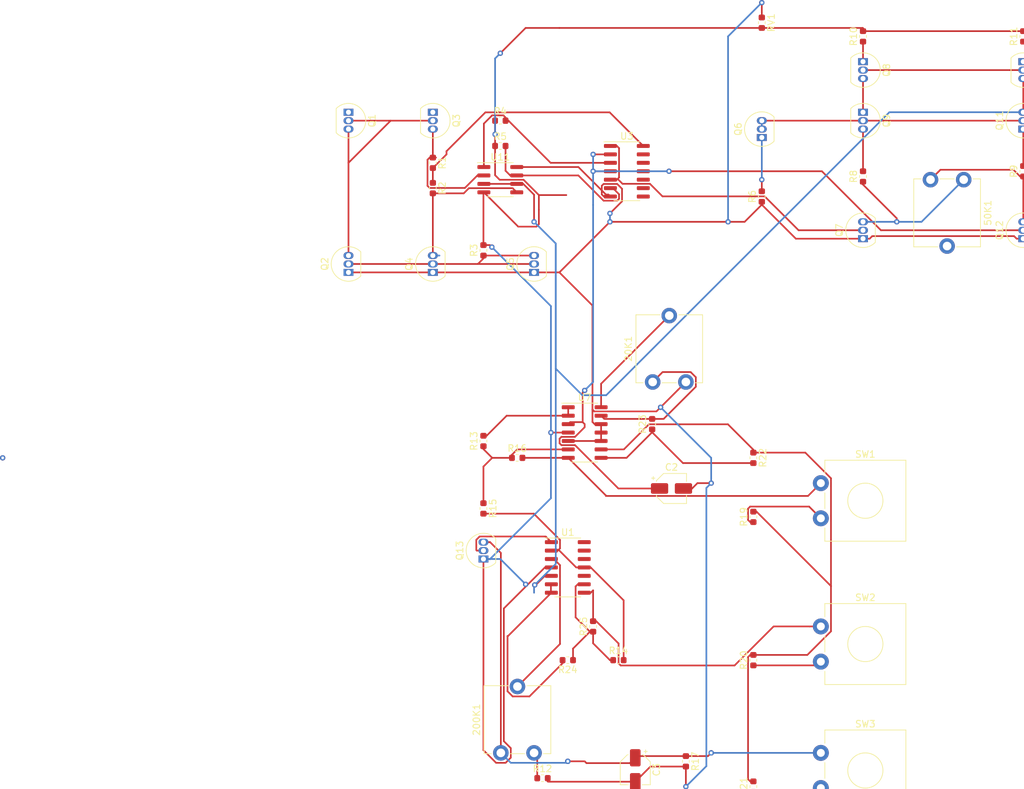
<source format=kicad_pcb>
(kicad_pcb (version 20171130) (host pcbnew "(5.1.5)-3")

  (general
    (thickness 1.6)
    (drawings 0)
    (tracks 413)
    (zones 0)
    (modules 50)
    (nets 44)
  )

  (page A4)
  (layers
    (0 F.Cu signal hide)
    (31 B.Cu signal)
    (32 B.Adhes user)
    (33 F.Adhes user)
    (34 B.Paste user)
    (35 F.Paste user)
    (36 B.SilkS user)
    (37 F.SilkS user)
    (38 B.Mask user)
    (39 F.Mask user)
    (40 Dwgs.User user)
    (41 Cmts.User user)
    (42 Eco1.User user)
    (43 Eco2.User user)
    (44 Edge.Cuts user)
    (45 Margin user)
    (46 B.CrtYd user)
    (47 F.CrtYd user)
    (48 B.Fab user)
    (49 F.Fab user)
  )

  (setup
    (last_trace_width 0.25)
    (trace_clearance 0.2)
    (zone_clearance 0.508)
    (zone_45_only no)
    (trace_min 0.2)
    (via_size 0.8)
    (via_drill 0.4)
    (via_min_size 0.4)
    (via_min_drill 0.3)
    (uvia_size 0.3)
    (uvia_drill 0.1)
    (uvias_allowed no)
    (uvia_min_size 0.2)
    (uvia_min_drill 0.1)
    (edge_width 0.05)
    (segment_width 0.2)
    (pcb_text_width 0.3)
    (pcb_text_size 1.5 1.5)
    (mod_edge_width 0.12)
    (mod_text_size 1 1)
    (mod_text_width 0.15)
    (pad_size 1.524 1.524)
    (pad_drill 0.762)
    (pad_to_mask_clearance 0.051)
    (solder_mask_min_width 0.25)
    (aux_axis_origin 0 0)
    (visible_elements 7FFFFFFF)
    (pcbplotparams
      (layerselection 0x010fc_ffffffff)
      (usegerberextensions false)
      (usegerberattributes false)
      (usegerberadvancedattributes false)
      (creategerberjobfile false)
      (excludeedgelayer true)
      (linewidth 0.100000)
      (plotframeref false)
      (viasonmask false)
      (mode 1)
      (useauxorigin false)
      (hpglpennumber 1)
      (hpglpenspeed 20)
      (hpglpendiameter 15.000000)
      (psnegative false)
      (psa4output false)
      (plotreference true)
      (plotvalue true)
      (plotinvisibletext false)
      (padsonsilk false)
      (subtractmaskfromsilk false)
      (outputformat 1)
      (mirror false)
      (drillshape 1)
      (scaleselection 1)
      (outputdirectory ""))
  )

  (net 0 "")
  (net 1 "Net-(200K1-Pad1)")
  (net 2 "Net-(200K1-Pad2)")
  (net 3 "Net-(200K1-Pad3)")
  (net 4 "Net-(20K1-Pad3)")
  (net 5 Vout)
  (net 6 GND)
  (net 7 "Net-(50K1-Pad3)")
  (net 8 "Net-(50K1-Pad2)")
  (net 9 "Net-(50K1-Pad1)")
  (net 10 "Net-(C1-Pad1)")
  (net 11 "Net-(C2-Pad1)")
  (net 12 "Net-(Q1-Pad1)")
  (net 13 "Net-(Q1-Pad2)")
  (net 14 "Net-(Q2-Pad2)")
  (net 15 "Net-(Q3-Pad3)")
  (net 16 "Net-(Q4-Pad3)")
  (net 17 "Net-(Q6-Pad1)")
  (net 18 "Net-(Q11-Pad2)")
  (net 19 "Net-(Q7-Pad2)")
  (net 20 "Net-(Q10-Pad2)")
  (net 21 "Net-(Q8-Pad1)")
  (net 22 "Net-(Q9-Pad3)")
  (net 23 "Net-(Q10-Pad1)")
  (net 24 "Net-(Q11-Pad1)")
  (net 25 +15V)
  (net 26 "Net-(Q13-Pad2)")
  (net 27 +5V)
  (net 28 "Net-(R4-Pad2)")
  (net 29 "Net-(R5-Pad2)")
  (net 30 "Net-(R11-Pad1)")
  (net 31 "Net-(R13-Pad2)")
  (net 32 "Net-(R13-Pad1)")
  (net 33 -5V)
  (net 34 "Net-(R14-Pad1)")
  (net 35 "Net-(R16-Pad2)")
  (net 36 "Net-(R19-Pad1)")
  (net 37 "Net-(R19-Pad2)")
  (net 38 "Net-(R20-Pad1)")
  (net 39 "Net-(R21-Pad1)")
  (net 40 "Net-(R22-Pad2)")
  (net 41 "Net-(R24-Pad2)")
  (net 42 "Net-(R25-Pad2)")
  (net 43 "Net-(U1-Pad10)")

  (net_class Default "Esta es la clase de red por defecto."
    (clearance 0.2)
    (trace_width 0.25)
    (via_dia 0.8)
    (via_drill 0.4)
    (uvia_dia 0.3)
    (uvia_drill 0.1)
    (add_net +15V)
    (add_net +5V)
    (add_net -5V)
    (add_net GND)
    (add_net "Net-(200K1-Pad1)")
    (add_net "Net-(200K1-Pad2)")
    (add_net "Net-(200K1-Pad3)")
    (add_net "Net-(20K1-Pad3)")
    (add_net "Net-(50K1-Pad1)")
    (add_net "Net-(50K1-Pad2)")
    (add_net "Net-(50K1-Pad3)")
    (add_net "Net-(C1-Pad1)")
    (add_net "Net-(C2-Pad1)")
    (add_net "Net-(Q1-Pad1)")
    (add_net "Net-(Q1-Pad2)")
    (add_net "Net-(Q10-Pad1)")
    (add_net "Net-(Q10-Pad2)")
    (add_net "Net-(Q11-Pad1)")
    (add_net "Net-(Q11-Pad2)")
    (add_net "Net-(Q13-Pad2)")
    (add_net "Net-(Q2-Pad2)")
    (add_net "Net-(Q3-Pad3)")
    (add_net "Net-(Q4-Pad3)")
    (add_net "Net-(Q6-Pad1)")
    (add_net "Net-(Q7-Pad2)")
    (add_net "Net-(Q8-Pad1)")
    (add_net "Net-(Q9-Pad3)")
    (add_net "Net-(R11-Pad1)")
    (add_net "Net-(R13-Pad1)")
    (add_net "Net-(R13-Pad2)")
    (add_net "Net-(R14-Pad1)")
    (add_net "Net-(R16-Pad2)")
    (add_net "Net-(R19-Pad1)")
    (add_net "Net-(R19-Pad2)")
    (add_net "Net-(R20-Pad1)")
    (add_net "Net-(R21-Pad1)")
    (add_net "Net-(R22-Pad2)")
    (add_net "Net-(R24-Pad2)")
    (add_net "Net-(R25-Pad2)")
    (add_net "Net-(R4-Pad2)")
    (add_net "Net-(R5-Pad2)")
    (add_net "Net-(U1-Pad10)")
    (add_net Vout)
  )

  (module Resistor_SMD:R_0603_1608Metric (layer F.Cu) (tedit 5B301BBD) (tstamp 5EEB2553)
    (at 69.85 128.27 270)
    (descr "Resistor SMD 0603 (1608 Metric), square (rectangular) end terminal, IPC_7351 nominal, (Body size source: http://www.tortai-tech.com/upload/download/2011102023233369053.pdf), generated with kicad-footprint-generator")
    (tags resistor)
    (path /5EF3E86C)
    (attr smd)
    (fp_text reference R17 (at 0 -1.43 90) (layer F.SilkS)
      (effects (font (size 1 1) (thickness 0.15)))
    )
    (fp_text value 10K (at 0 1.43 90) (layer F.Fab)
      (effects (font (size 1 1) (thickness 0.15)))
    )
    (fp_text user %R (at 0 0 90) (layer F.Fab)
      (effects (font (size 0.4 0.4) (thickness 0.06)))
    )
    (fp_line (start 1.48 0.73) (end -1.48 0.73) (layer F.CrtYd) (width 0.05))
    (fp_line (start 1.48 -0.73) (end 1.48 0.73) (layer F.CrtYd) (width 0.05))
    (fp_line (start -1.48 -0.73) (end 1.48 -0.73) (layer F.CrtYd) (width 0.05))
    (fp_line (start -1.48 0.73) (end -1.48 -0.73) (layer F.CrtYd) (width 0.05))
    (fp_line (start -0.162779 0.51) (end 0.162779 0.51) (layer F.SilkS) (width 0.12))
    (fp_line (start -0.162779 -0.51) (end 0.162779 -0.51) (layer F.SilkS) (width 0.12))
    (fp_line (start 0.8 0.4) (end -0.8 0.4) (layer F.Fab) (width 0.1))
    (fp_line (start 0.8 -0.4) (end 0.8 0.4) (layer F.Fab) (width 0.1))
    (fp_line (start -0.8 -0.4) (end 0.8 -0.4) (layer F.Fab) (width 0.1))
    (fp_line (start -0.8 0.4) (end -0.8 -0.4) (layer F.Fab) (width 0.1))
    (pad 2 smd roundrect (at 0.7875 0 270) (size 0.875 0.95) (layers F.Cu F.Paste F.Mask) (roundrect_rratio 0.25)
      (net 6 GND))
    (pad 1 smd roundrect (at -0.7875 0 270) (size 0.875 0.95) (layers F.Cu F.Paste F.Mask) (roundrect_rratio 0.25)
      (net 3 "Net-(200K1-Pad3)"))
    (model ${KISYS3DMOD}/Resistor_SMD.3dshapes/R_0603_1608Metric.wrl
      (at (xyz 0 0 0))
      (scale (xyz 1 1 1))
      (rotate (xyz 0 0 0))
    )
  )

  (module Potentiometer_THT:Potentiometer_ACP_CA9-V10_Vertical (layer F.Cu) (tedit 5A3D4994) (tstamp 5EEB22B1)
    (at 46.99 127 90)
    (descr "Potentiometer, vertical, ACP CA9-V10, http://www.acptechnologies.com/wp-content/uploads/2017/05/02-ACP-CA9-CE9.pdf")
    (tags "Potentiometer vertical ACP CA9-V10")
    (path /5EF1F733)
    (fp_text reference 200K1 (at 5 -8.65 90) (layer F.SilkS)
      (effects (font (size 1 1) (thickness 0.15)))
    )
    (fp_text value R_POT (at 5 3.65 90) (layer F.Fab)
      (effects (font (size 1 1) (thickness 0.15)))
    )
    (fp_text user %R (at 1 -2.5) (layer F.Fab)
      (effects (font (size 1 1) (thickness 0.15)))
    )
    (fp_line (start 11.45 -7.65) (end -1.45 -7.65) (layer F.CrtYd) (width 0.05))
    (fp_line (start 11.45 2.7) (end 11.45 -7.65) (layer F.CrtYd) (width 0.05))
    (fp_line (start -1.45 2.7) (end 11.45 2.7) (layer F.CrtYd) (width 0.05))
    (fp_line (start -1.45 -7.65) (end -1.45 2.7) (layer F.CrtYd) (width 0.05))
    (fp_line (start 10.12 -1.075) (end 10.12 2.52) (layer F.SilkS) (width 0.12))
    (fp_line (start 10.12 -7.521) (end 10.12 -3.925) (layer F.SilkS) (width 0.12))
    (fp_line (start -0.12 1.425) (end -0.12 2.52) (layer F.SilkS) (width 0.12))
    (fp_line (start -0.12 -3.574) (end -0.12 -1.425) (layer F.SilkS) (width 0.12))
    (fp_line (start -0.12 -7.521) (end -0.12 -6.426) (layer F.SilkS) (width 0.12))
    (fp_line (start -0.12 2.52) (end 10.12 2.52) (layer F.SilkS) (width 0.12))
    (fp_line (start -0.12 -7.521) (end 10.12 -7.521) (layer F.SilkS) (width 0.12))
    (fp_line (start 10 -7.4) (end 0 -7.4) (layer F.Fab) (width 0.1))
    (fp_line (start 10 2.4) (end 10 -7.4) (layer F.Fab) (width 0.1))
    (fp_line (start 0 2.4) (end 10 2.4) (layer F.Fab) (width 0.1))
    (fp_line (start 0 -7.4) (end 0 2.4) (layer F.Fab) (width 0.1))
    (fp_circle (center 5 -2.5) (end 6.05 -2.5) (layer F.Fab) (width 0.1))
    (pad 1 thru_hole circle (at 0 0 90) (size 2.34 2.34) (drill 1.3) (layers *.Cu *.Mask)
      (net 1 "Net-(200K1-Pad1)"))
    (pad 2 thru_hole circle (at 10 -2.5 90) (size 2.34 2.34) (drill 1.3) (layers *.Cu *.Mask)
      (net 2 "Net-(200K1-Pad2)"))
    (pad 3 thru_hole circle (at 0 -5 90) (size 2.34 2.34) (drill 1.3) (layers *.Cu *.Mask)
      (net 3 "Net-(200K1-Pad3)"))
    (model ${KISYS3DMOD}/Potentiometer_THT.3dshapes/Potentiometer_ACP_CA9-V10_Vertical.wrl
      (at (xyz 0 0 0))
      (scale (xyz 1 1 1))
      (rotate (xyz 0 0 0))
    )
  )

  (module Potentiometer_THT:Potentiometer_ACP_CA9-V10_Vertical (layer F.Cu) (tedit 5A3D4994) (tstamp 5EEB22C9)
    (at 69.85 71.12 90)
    (descr "Potentiometer, vertical, ACP CA9-V10, http://www.acptechnologies.com/wp-content/uploads/2017/05/02-ACP-CA9-CE9.pdf")
    (tags "Potentiometer vertical ACP CA9-V10")
    (path /5F0BDF63)
    (fp_text reference 20K1 (at 5 -8.65 90) (layer F.SilkS)
      (effects (font (size 1 1) (thickness 0.15)))
    )
    (fp_text value R_POT (at 5 3.65 90) (layer F.Fab)
      (effects (font (size 1 1) (thickness 0.15)))
    )
    (fp_circle (center 5 -2.5) (end 6.05 -2.5) (layer F.Fab) (width 0.1))
    (fp_line (start 0 -7.4) (end 0 2.4) (layer F.Fab) (width 0.1))
    (fp_line (start 0 2.4) (end 10 2.4) (layer F.Fab) (width 0.1))
    (fp_line (start 10 2.4) (end 10 -7.4) (layer F.Fab) (width 0.1))
    (fp_line (start 10 -7.4) (end 0 -7.4) (layer F.Fab) (width 0.1))
    (fp_line (start -0.12 -7.521) (end 10.12 -7.521) (layer F.SilkS) (width 0.12))
    (fp_line (start -0.12 2.52) (end 10.12 2.52) (layer F.SilkS) (width 0.12))
    (fp_line (start -0.12 -7.521) (end -0.12 -6.426) (layer F.SilkS) (width 0.12))
    (fp_line (start -0.12 -3.574) (end -0.12 -1.425) (layer F.SilkS) (width 0.12))
    (fp_line (start -0.12 1.425) (end -0.12 2.52) (layer F.SilkS) (width 0.12))
    (fp_line (start 10.12 -7.521) (end 10.12 -3.925) (layer F.SilkS) (width 0.12))
    (fp_line (start 10.12 -1.075) (end 10.12 2.52) (layer F.SilkS) (width 0.12))
    (fp_line (start -1.45 -7.65) (end -1.45 2.7) (layer F.CrtYd) (width 0.05))
    (fp_line (start -1.45 2.7) (end 11.45 2.7) (layer F.CrtYd) (width 0.05))
    (fp_line (start 11.45 2.7) (end 11.45 -7.65) (layer F.CrtYd) (width 0.05))
    (fp_line (start 11.45 -7.65) (end -1.45 -7.65) (layer F.CrtYd) (width 0.05))
    (fp_text user %R (at 1 -2.5) (layer F.Fab)
      (effects (font (size 1 1) (thickness 0.15)))
    )
    (pad 3 thru_hole circle (at 0 -5 90) (size 2.34 2.34) (drill 1.3) (layers *.Cu *.Mask)
      (net 4 "Net-(20K1-Pad3)"))
    (pad 2 thru_hole circle (at 10 -2.5 90) (size 2.34 2.34) (drill 1.3) (layers *.Cu *.Mask)
      (net 5 Vout))
    (pad 1 thru_hole circle (at 0 0 90) (size 2.34 2.34) (drill 1.3) (layers *.Cu *.Mask)
      (net 6 GND))
    (model ${KISYS3DMOD}/Potentiometer_THT.3dshapes/Potentiometer_ACP_CA9-V10_Vertical.wrl
      (at (xyz 0 0 0))
      (scale (xyz 1 1 1))
      (rotate (xyz 0 0 0))
    )
  )

  (module Potentiometer_THT:Potentiometer_ACP_CA9-V10_Vertical (layer F.Cu) (tedit 5A3D4994) (tstamp 5EEB22E1)
    (at 106.68 40.64 270)
    (descr "Potentiometer, vertical, ACP CA9-V10, http://www.acptechnologies.com/wp-content/uploads/2017/05/02-ACP-CA9-CE9.pdf")
    (tags "Potentiometer vertical ACP CA9-V10")
    (path /5EF2EFB2)
    (fp_text reference 50K1 (at 5 -8.65 90) (layer F.SilkS)
      (effects (font (size 1 1) (thickness 0.15)))
    )
    (fp_text value R_POT (at 5 3.65 90) (layer F.Fab)
      (effects (font (size 1 1) (thickness 0.15)))
    )
    (fp_circle (center 5 -2.5) (end 6.05 -2.5) (layer F.Fab) (width 0.1))
    (fp_line (start 0 -7.4) (end 0 2.4) (layer F.Fab) (width 0.1))
    (fp_line (start 0 2.4) (end 10 2.4) (layer F.Fab) (width 0.1))
    (fp_line (start 10 2.4) (end 10 -7.4) (layer F.Fab) (width 0.1))
    (fp_line (start 10 -7.4) (end 0 -7.4) (layer F.Fab) (width 0.1))
    (fp_line (start -0.12 -7.521) (end 10.12 -7.521) (layer F.SilkS) (width 0.12))
    (fp_line (start -0.12 2.52) (end 10.12 2.52) (layer F.SilkS) (width 0.12))
    (fp_line (start -0.12 -7.521) (end -0.12 -6.426) (layer F.SilkS) (width 0.12))
    (fp_line (start -0.12 -3.574) (end -0.12 -1.425) (layer F.SilkS) (width 0.12))
    (fp_line (start -0.12 1.425) (end -0.12 2.52) (layer F.SilkS) (width 0.12))
    (fp_line (start 10.12 -7.521) (end 10.12 -3.925) (layer F.SilkS) (width 0.12))
    (fp_line (start 10.12 -1.075) (end 10.12 2.52) (layer F.SilkS) (width 0.12))
    (fp_line (start -1.45 -7.65) (end -1.45 2.7) (layer F.CrtYd) (width 0.05))
    (fp_line (start -1.45 2.7) (end 11.45 2.7) (layer F.CrtYd) (width 0.05))
    (fp_line (start 11.45 2.7) (end 11.45 -7.65) (layer F.CrtYd) (width 0.05))
    (fp_line (start 11.45 -7.65) (end -1.45 -7.65) (layer F.CrtYd) (width 0.05))
    (fp_text user %R (at 1 -2.5) (layer F.Fab)
      (effects (font (size 1 1) (thickness 0.15)))
    )
    (pad 3 thru_hole circle (at 0 -5 270) (size 2.34 2.34) (drill 1.3) (layers *.Cu *.Mask)
      (net 7 "Net-(50K1-Pad3)"))
    (pad 2 thru_hole circle (at 10 -2.5 270) (size 2.34 2.34) (drill 1.3) (layers *.Cu *.Mask)
      (net 8 "Net-(50K1-Pad2)"))
    (pad 1 thru_hole circle (at 0 0 270) (size 2.34 2.34) (drill 1.3) (layers *.Cu *.Mask)
      (net 9 "Net-(50K1-Pad1)"))
    (model ${KISYS3DMOD}/Potentiometer_THT.3dshapes/Potentiometer_ACP_CA9-V10_Vertical.wrl
      (at (xyz 0 0 0))
      (scale (xyz 1 1 1))
      (rotate (xyz 0 0 0))
    )
  )

  (module Capacitor_SMD:CP_Elec_4x5.3 (layer F.Cu) (tedit 5BCA39CF) (tstamp 5EEB2309)
    (at 132.08 29.21 270)
    (descr "SMD capacitor, aluminum electrolytic, Vishay, 4.0x5.3mm")
    (tags "capacitor electrolytic")
    (path /5EEEC097)
    (attr smd)
    (fp_text reference C1 (at 0 -3.2 90) (layer F.SilkS)
      (effects (font (size 1 1) (thickness 0.15)))
    )
    (fp_text value 200n (at 0 3.2 90) (layer F.Fab)
      (effects (font (size 1 1) (thickness 0.15)))
    )
    (fp_circle (center 0 0) (end 2 0) (layer F.Fab) (width 0.1))
    (fp_line (start 2.15 -2.15) (end 2.15 2.15) (layer F.Fab) (width 0.1))
    (fp_line (start -1.15 -2.15) (end 2.15 -2.15) (layer F.Fab) (width 0.1))
    (fp_line (start -1.15 2.15) (end 2.15 2.15) (layer F.Fab) (width 0.1))
    (fp_line (start -2.15 -1.15) (end -2.15 1.15) (layer F.Fab) (width 0.1))
    (fp_line (start -2.15 -1.15) (end -1.15 -2.15) (layer F.Fab) (width 0.1))
    (fp_line (start -2.15 1.15) (end -1.15 2.15) (layer F.Fab) (width 0.1))
    (fp_line (start -1.574773 -1) (end -1.174773 -1) (layer F.Fab) (width 0.1))
    (fp_line (start -1.374773 -1.2) (end -1.374773 -0.8) (layer F.Fab) (width 0.1))
    (fp_line (start 2.26 2.26) (end 2.26 1.06) (layer F.SilkS) (width 0.12))
    (fp_line (start 2.26 -2.26) (end 2.26 -1.06) (layer F.SilkS) (width 0.12))
    (fp_line (start -1.195563 -2.26) (end 2.26 -2.26) (layer F.SilkS) (width 0.12))
    (fp_line (start -1.195563 2.26) (end 2.26 2.26) (layer F.SilkS) (width 0.12))
    (fp_line (start -2.26 1.195563) (end -2.26 1.06) (layer F.SilkS) (width 0.12))
    (fp_line (start -2.26 -1.195563) (end -2.26 -1.06) (layer F.SilkS) (width 0.12))
    (fp_line (start -2.26 -1.195563) (end -1.195563 -2.26) (layer F.SilkS) (width 0.12))
    (fp_line (start -2.26 1.195563) (end -1.195563 2.26) (layer F.SilkS) (width 0.12))
    (fp_line (start -3 -1.56) (end -2.5 -1.56) (layer F.SilkS) (width 0.12))
    (fp_line (start -2.75 -1.81) (end -2.75 -1.31) (layer F.SilkS) (width 0.12))
    (fp_line (start 2.4 -2.4) (end 2.4 -1.05) (layer F.CrtYd) (width 0.05))
    (fp_line (start 2.4 -1.05) (end 3.35 -1.05) (layer F.CrtYd) (width 0.05))
    (fp_line (start 3.35 -1.05) (end 3.35 1.05) (layer F.CrtYd) (width 0.05))
    (fp_line (start 3.35 1.05) (end 2.4 1.05) (layer F.CrtYd) (width 0.05))
    (fp_line (start 2.4 1.05) (end 2.4 2.4) (layer F.CrtYd) (width 0.05))
    (fp_line (start -1.25 2.4) (end 2.4 2.4) (layer F.CrtYd) (width 0.05))
    (fp_line (start -1.25 -2.4) (end 2.4 -2.4) (layer F.CrtYd) (width 0.05))
    (fp_line (start -2.4 1.25) (end -1.25 2.4) (layer F.CrtYd) (width 0.05))
    (fp_line (start -2.4 -1.25) (end -1.25 -2.4) (layer F.CrtYd) (width 0.05))
    (fp_line (start -2.4 -1.25) (end -2.4 -1.05) (layer F.CrtYd) (width 0.05))
    (fp_line (start -2.4 1.05) (end -2.4 1.25) (layer F.CrtYd) (width 0.05))
    (fp_line (start -2.4 -1.05) (end -3.35 -1.05) (layer F.CrtYd) (width 0.05))
    (fp_line (start -3.35 -1.05) (end -3.35 1.05) (layer F.CrtYd) (width 0.05))
    (fp_line (start -3.35 1.05) (end -2.4 1.05) (layer F.CrtYd) (width 0.05))
    (fp_text user %R (at 0 0 90) (layer F.Fab)
      (effects (font (size 0.8 0.8) (thickness 0.12)))
    )
    (pad 1 smd roundrect (at -1.8 0 270) (size 2.6 1.6) (layers F.Cu F.Paste F.Mask) (roundrect_rratio 0.15625)
      (net 10 "Net-(C1-Pad1)"))
    (pad 2 smd roundrect (at 1.8 0 270) (size 2.6 1.6) (layers F.Cu F.Paste F.Mask) (roundrect_rratio 0.15625)
      (net 6 GND))
    (model ${KISYS3DMOD}/Capacitor_SMD.3dshapes/CP_Elec_4x5.3.wrl
      (at (xyz 0 0 0))
      (scale (xyz 1 1 1))
      (rotate (xyz 0 0 0))
    )
  )

  (module Capacitor_SMD:CP_Elec_4x5.3 (layer F.Cu) (tedit 5BCA39CF) (tstamp 5EEB2331)
    (at 67.685001 87.165001)
    (descr "SMD capacitor, aluminum electrolytic, Vishay, 4.0x5.3mm")
    (tags "capacitor electrolytic")
    (path /5F160495)
    (attr smd)
    (fp_text reference C2 (at 0 -3.2) (layer F.SilkS)
      (effects (font (size 1 1) (thickness 0.15)))
    )
    (fp_text value 0.1u (at 0 3.2) (layer F.Fab)
      (effects (font (size 1 1) (thickness 0.15)))
    )
    (fp_text user %R (at 0 0) (layer F.Fab)
      (effects (font (size 0.8 0.8) (thickness 0.12)))
    )
    (fp_line (start -3.35 1.05) (end -2.4 1.05) (layer F.CrtYd) (width 0.05))
    (fp_line (start -3.35 -1.05) (end -3.35 1.05) (layer F.CrtYd) (width 0.05))
    (fp_line (start -2.4 -1.05) (end -3.35 -1.05) (layer F.CrtYd) (width 0.05))
    (fp_line (start -2.4 1.05) (end -2.4 1.25) (layer F.CrtYd) (width 0.05))
    (fp_line (start -2.4 -1.25) (end -2.4 -1.05) (layer F.CrtYd) (width 0.05))
    (fp_line (start -2.4 -1.25) (end -1.25 -2.4) (layer F.CrtYd) (width 0.05))
    (fp_line (start -2.4 1.25) (end -1.25 2.4) (layer F.CrtYd) (width 0.05))
    (fp_line (start -1.25 -2.4) (end 2.4 -2.4) (layer F.CrtYd) (width 0.05))
    (fp_line (start -1.25 2.4) (end 2.4 2.4) (layer F.CrtYd) (width 0.05))
    (fp_line (start 2.4 1.05) (end 2.4 2.4) (layer F.CrtYd) (width 0.05))
    (fp_line (start 3.35 1.05) (end 2.4 1.05) (layer F.CrtYd) (width 0.05))
    (fp_line (start 3.35 -1.05) (end 3.35 1.05) (layer F.CrtYd) (width 0.05))
    (fp_line (start 2.4 -1.05) (end 3.35 -1.05) (layer F.CrtYd) (width 0.05))
    (fp_line (start 2.4 -2.4) (end 2.4 -1.05) (layer F.CrtYd) (width 0.05))
    (fp_line (start -2.75 -1.81) (end -2.75 -1.31) (layer F.SilkS) (width 0.12))
    (fp_line (start -3 -1.56) (end -2.5 -1.56) (layer F.SilkS) (width 0.12))
    (fp_line (start -2.26 1.195563) (end -1.195563 2.26) (layer F.SilkS) (width 0.12))
    (fp_line (start -2.26 -1.195563) (end -1.195563 -2.26) (layer F.SilkS) (width 0.12))
    (fp_line (start -2.26 -1.195563) (end -2.26 -1.06) (layer F.SilkS) (width 0.12))
    (fp_line (start -2.26 1.195563) (end -2.26 1.06) (layer F.SilkS) (width 0.12))
    (fp_line (start -1.195563 2.26) (end 2.26 2.26) (layer F.SilkS) (width 0.12))
    (fp_line (start -1.195563 -2.26) (end 2.26 -2.26) (layer F.SilkS) (width 0.12))
    (fp_line (start 2.26 -2.26) (end 2.26 -1.06) (layer F.SilkS) (width 0.12))
    (fp_line (start 2.26 2.26) (end 2.26 1.06) (layer F.SilkS) (width 0.12))
    (fp_line (start -1.374773 -1.2) (end -1.374773 -0.8) (layer F.Fab) (width 0.1))
    (fp_line (start -1.574773 -1) (end -1.174773 -1) (layer F.Fab) (width 0.1))
    (fp_line (start -2.15 1.15) (end -1.15 2.15) (layer F.Fab) (width 0.1))
    (fp_line (start -2.15 -1.15) (end -1.15 -2.15) (layer F.Fab) (width 0.1))
    (fp_line (start -2.15 -1.15) (end -2.15 1.15) (layer F.Fab) (width 0.1))
    (fp_line (start -1.15 2.15) (end 2.15 2.15) (layer F.Fab) (width 0.1))
    (fp_line (start -1.15 -2.15) (end 2.15 -2.15) (layer F.Fab) (width 0.1))
    (fp_line (start 2.15 -2.15) (end 2.15 2.15) (layer F.Fab) (width 0.1))
    (fp_circle (center 0 0) (end 2 0) (layer F.Fab) (width 0.1))
    (pad 2 smd roundrect (at 1.8 0) (size 2.6 1.6) (layers F.Cu F.Paste F.Mask) (roundrect_rratio 0.15625)
      (net 6 GND))
    (pad 1 smd roundrect (at -1.8 0) (size 2.6 1.6) (layers F.Cu F.Paste F.Mask) (roundrect_rratio 0.15625)
      (net 11 "Net-(C2-Pad1)"))
    (model ${KISYS3DMOD}/Capacitor_SMD.3dshapes/CP_Elec_4x5.3.wrl
      (at (xyz 0 0 0))
      (scale (xyz 1 1 1))
      (rotate (xyz 0 0 0))
    )
  )

  (module Capacitor_SMD:CP_Elec_4x5.3 (layer F.Cu) (tedit 5BCA39CF) (tstamp 5EEB2359)
    (at 62.23 129.54 270)
    (descr "SMD capacitor, aluminum electrolytic, Vishay, 4.0x5.3mm")
    (tags "capacitor electrolytic")
    (path /5EF34D13)
    (attr smd)
    (fp_text reference C3 (at 0 -3.2 90) (layer F.SilkS)
      (effects (font (size 1 1) (thickness 0.15)))
    )
    (fp_text value 0.01u (at 0 3.2 90) (layer F.Fab)
      (effects (font (size 1 1) (thickness 0.15)))
    )
    (fp_circle (center 0 0) (end 2 0) (layer F.Fab) (width 0.1))
    (fp_line (start 2.15 -2.15) (end 2.15 2.15) (layer F.Fab) (width 0.1))
    (fp_line (start -1.15 -2.15) (end 2.15 -2.15) (layer F.Fab) (width 0.1))
    (fp_line (start -1.15 2.15) (end 2.15 2.15) (layer F.Fab) (width 0.1))
    (fp_line (start -2.15 -1.15) (end -2.15 1.15) (layer F.Fab) (width 0.1))
    (fp_line (start -2.15 -1.15) (end -1.15 -2.15) (layer F.Fab) (width 0.1))
    (fp_line (start -2.15 1.15) (end -1.15 2.15) (layer F.Fab) (width 0.1))
    (fp_line (start -1.574773 -1) (end -1.174773 -1) (layer F.Fab) (width 0.1))
    (fp_line (start -1.374773 -1.2) (end -1.374773 -0.8) (layer F.Fab) (width 0.1))
    (fp_line (start 2.26 2.26) (end 2.26 1.06) (layer F.SilkS) (width 0.12))
    (fp_line (start 2.26 -2.26) (end 2.26 -1.06) (layer F.SilkS) (width 0.12))
    (fp_line (start -1.195563 -2.26) (end 2.26 -2.26) (layer F.SilkS) (width 0.12))
    (fp_line (start -1.195563 2.26) (end 2.26 2.26) (layer F.SilkS) (width 0.12))
    (fp_line (start -2.26 1.195563) (end -2.26 1.06) (layer F.SilkS) (width 0.12))
    (fp_line (start -2.26 -1.195563) (end -2.26 -1.06) (layer F.SilkS) (width 0.12))
    (fp_line (start -2.26 -1.195563) (end -1.195563 -2.26) (layer F.SilkS) (width 0.12))
    (fp_line (start -2.26 1.195563) (end -1.195563 2.26) (layer F.SilkS) (width 0.12))
    (fp_line (start -3 -1.56) (end -2.5 -1.56) (layer F.SilkS) (width 0.12))
    (fp_line (start -2.75 -1.81) (end -2.75 -1.31) (layer F.SilkS) (width 0.12))
    (fp_line (start 2.4 -2.4) (end 2.4 -1.05) (layer F.CrtYd) (width 0.05))
    (fp_line (start 2.4 -1.05) (end 3.35 -1.05) (layer F.CrtYd) (width 0.05))
    (fp_line (start 3.35 -1.05) (end 3.35 1.05) (layer F.CrtYd) (width 0.05))
    (fp_line (start 3.35 1.05) (end 2.4 1.05) (layer F.CrtYd) (width 0.05))
    (fp_line (start 2.4 1.05) (end 2.4 2.4) (layer F.CrtYd) (width 0.05))
    (fp_line (start -1.25 2.4) (end 2.4 2.4) (layer F.CrtYd) (width 0.05))
    (fp_line (start -1.25 -2.4) (end 2.4 -2.4) (layer F.CrtYd) (width 0.05))
    (fp_line (start -2.4 1.25) (end -1.25 2.4) (layer F.CrtYd) (width 0.05))
    (fp_line (start -2.4 -1.25) (end -1.25 -2.4) (layer F.CrtYd) (width 0.05))
    (fp_line (start -2.4 -1.25) (end -2.4 -1.05) (layer F.CrtYd) (width 0.05))
    (fp_line (start -2.4 1.05) (end -2.4 1.25) (layer F.CrtYd) (width 0.05))
    (fp_line (start -2.4 -1.05) (end -3.35 -1.05) (layer F.CrtYd) (width 0.05))
    (fp_line (start -3.35 -1.05) (end -3.35 1.05) (layer F.CrtYd) (width 0.05))
    (fp_line (start -3.35 1.05) (end -2.4 1.05) (layer F.CrtYd) (width 0.05))
    (fp_text user %R (at 0 0 90) (layer F.Fab)
      (effects (font (size 0.8 0.8) (thickness 0.12)))
    )
    (pad 1 smd roundrect (at -1.8 0 270) (size 2.6 1.6) (layers F.Cu F.Paste F.Mask) (roundrect_rratio 0.15625)
      (net 3 "Net-(200K1-Pad3)"))
    (pad 2 smd roundrect (at 1.8 0 270) (size 2.6 1.6) (layers F.Cu F.Paste F.Mask) (roundrect_rratio 0.15625)
      (net 6 GND))
    (model ${KISYS3DMOD}/Capacitor_SMD.3dshapes/CP_Elec_4x5.3.wrl
      (at (xyz 0 0 0))
      (scale (xyz 1 1 1))
      (rotate (xyz 0 0 0))
    )
  )

  (module Package_TO_SOT_THT:TO-92_Inline (layer F.Cu) (tedit 5A1DD157) (tstamp 5EEB236B)
    (at 19.05 30.48 270)
    (descr "TO-92 leads in-line, narrow, oval pads, drill 0.75mm (see NXP sot054_po.pdf)")
    (tags "to-92 sc-43 sc-43a sot54 PA33 transistor")
    (path /5EE54CCF)
    (fp_text reference Q1 (at 1.27 -3.56 90) (layer F.SilkS)
      (effects (font (size 1 1) (thickness 0.15)))
    )
    (fp_text value 2N3906 (at 1.27 2.79 90) (layer F.Fab)
      (effects (font (size 1 1) (thickness 0.15)))
    )
    (fp_arc (start 1.27 0) (end 1.27 -2.6) (angle 135) (layer F.SilkS) (width 0.12))
    (fp_arc (start 1.27 0) (end 1.27 -2.48) (angle -135) (layer F.Fab) (width 0.1))
    (fp_arc (start 1.27 0) (end 1.27 -2.6) (angle -135) (layer F.SilkS) (width 0.12))
    (fp_arc (start 1.27 0) (end 1.27 -2.48) (angle 135) (layer F.Fab) (width 0.1))
    (fp_line (start 4 2.01) (end -1.46 2.01) (layer F.CrtYd) (width 0.05))
    (fp_line (start 4 2.01) (end 4 -2.73) (layer F.CrtYd) (width 0.05))
    (fp_line (start -1.46 -2.73) (end -1.46 2.01) (layer F.CrtYd) (width 0.05))
    (fp_line (start -1.46 -2.73) (end 4 -2.73) (layer F.CrtYd) (width 0.05))
    (fp_line (start -0.5 1.75) (end 3 1.75) (layer F.Fab) (width 0.1))
    (fp_line (start -0.53 1.85) (end 3.07 1.85) (layer F.SilkS) (width 0.12))
    (fp_text user %R (at 1.27 -3.56 90) (layer F.Fab)
      (effects (font (size 1 1) (thickness 0.15)))
    )
    (pad 1 thru_hole rect (at 0 0 270) (size 1.05 1.5) (drill 0.75) (layers *.Cu *.Mask)
      (net 12 "Net-(Q1-Pad1)"))
    (pad 3 thru_hole oval (at 2.54 0 270) (size 1.05 1.5) (drill 0.75) (layers *.Cu *.Mask)
      (net 13 "Net-(Q1-Pad2)"))
    (pad 2 thru_hole oval (at 1.27 0 270) (size 1.05 1.5) (drill 0.75) (layers *.Cu *.Mask)
      (net 13 "Net-(Q1-Pad2)"))
    (model ${KISYS3DMOD}/Package_TO_SOT_THT.3dshapes/TO-92_Inline.wrl
      (at (xyz 0 0 0))
      (scale (xyz 1 1 1))
      (rotate (xyz 0 0 0))
    )
  )

  (module Package_TO_SOT_THT:TO-92_Inline (layer F.Cu) (tedit 5A1DD157) (tstamp 5EEB237D)
    (at 19.05 54.61 90)
    (descr "TO-92 leads in-line, narrow, oval pads, drill 0.75mm (see NXP sot054_po.pdf)")
    (tags "to-92 sc-43 sc-43a sot54 PA33 transistor")
    (path /5EE7993D)
    (fp_text reference Q2 (at 1.27 -3.56 90) (layer F.SilkS)
      (effects (font (size 1 1) (thickness 0.15)))
    )
    (fp_text value 2N3904 (at 1.27 2.79 90) (layer F.Fab)
      (effects (font (size 1 1) (thickness 0.15)))
    )
    (fp_text user %R (at 1.27 -3.56 90) (layer F.Fab)
      (effects (font (size 1 1) (thickness 0.15)))
    )
    (fp_line (start -0.53 1.85) (end 3.07 1.85) (layer F.SilkS) (width 0.12))
    (fp_line (start -0.5 1.75) (end 3 1.75) (layer F.Fab) (width 0.1))
    (fp_line (start -1.46 -2.73) (end 4 -2.73) (layer F.CrtYd) (width 0.05))
    (fp_line (start -1.46 -2.73) (end -1.46 2.01) (layer F.CrtYd) (width 0.05))
    (fp_line (start 4 2.01) (end 4 -2.73) (layer F.CrtYd) (width 0.05))
    (fp_line (start 4 2.01) (end -1.46 2.01) (layer F.CrtYd) (width 0.05))
    (fp_arc (start 1.27 0) (end 1.27 -2.48) (angle 135) (layer F.Fab) (width 0.1))
    (fp_arc (start 1.27 0) (end 1.27 -2.6) (angle -135) (layer F.SilkS) (width 0.12))
    (fp_arc (start 1.27 0) (end 1.27 -2.48) (angle -135) (layer F.Fab) (width 0.1))
    (fp_arc (start 1.27 0) (end 1.27 -2.6) (angle 135) (layer F.SilkS) (width 0.12))
    (pad 2 thru_hole oval (at 1.27 0 90) (size 1.05 1.5) (drill 0.75) (layers *.Cu *.Mask)
      (net 14 "Net-(Q2-Pad2)"))
    (pad 3 thru_hole oval (at 2.54 0 90) (size 1.05 1.5) (drill 0.75) (layers *.Cu *.Mask)
      (net 13 "Net-(Q1-Pad2)"))
    (pad 1 thru_hole rect (at 0 0 90) (size 1.05 1.5) (drill 0.75) (layers *.Cu *.Mask)
      (net 6 GND))
    (model ${KISYS3DMOD}/Package_TO_SOT_THT.3dshapes/TO-92_Inline.wrl
      (at (xyz 0 0 0))
      (scale (xyz 1 1 1))
      (rotate (xyz 0 0 0))
    )
  )

  (module Package_TO_SOT_THT:TO-92_Inline (layer F.Cu) (tedit 5A1DD157) (tstamp 5EEB238F)
    (at 31.75 30.48 270)
    (descr "TO-92 leads in-line, narrow, oval pads, drill 0.75mm (see NXP sot054_po.pdf)")
    (tags "to-92 sc-43 sc-43a sot54 PA33 transistor")
    (path /5EE4FAF2)
    (fp_text reference Q3 (at 1.27 -3.56 90) (layer F.SilkS)
      (effects (font (size 1 1) (thickness 0.15)))
    )
    (fp_text value 2N3906 (at 1.27 2.79 90) (layer F.Fab)
      (effects (font (size 1 1) (thickness 0.15)))
    )
    (fp_text user %R (at 1.27 -3.56 90) (layer F.Fab)
      (effects (font (size 1 1) (thickness 0.15)))
    )
    (fp_line (start -0.53 1.85) (end 3.07 1.85) (layer F.SilkS) (width 0.12))
    (fp_line (start -0.5 1.75) (end 3 1.75) (layer F.Fab) (width 0.1))
    (fp_line (start -1.46 -2.73) (end 4 -2.73) (layer F.CrtYd) (width 0.05))
    (fp_line (start -1.46 -2.73) (end -1.46 2.01) (layer F.CrtYd) (width 0.05))
    (fp_line (start 4 2.01) (end 4 -2.73) (layer F.CrtYd) (width 0.05))
    (fp_line (start 4 2.01) (end -1.46 2.01) (layer F.CrtYd) (width 0.05))
    (fp_arc (start 1.27 0) (end 1.27 -2.48) (angle 135) (layer F.Fab) (width 0.1))
    (fp_arc (start 1.27 0) (end 1.27 -2.6) (angle -135) (layer F.SilkS) (width 0.12))
    (fp_arc (start 1.27 0) (end 1.27 -2.48) (angle -135) (layer F.Fab) (width 0.1))
    (fp_arc (start 1.27 0) (end 1.27 -2.6) (angle 135) (layer F.SilkS) (width 0.12))
    (pad 2 thru_hole oval (at 1.27 0 270) (size 1.05 1.5) (drill 0.75) (layers *.Cu *.Mask)
      (net 13 "Net-(Q1-Pad2)"))
    (pad 3 thru_hole oval (at 2.54 0 270) (size 1.05 1.5) (drill 0.75) (layers *.Cu *.Mask)
      (net 15 "Net-(Q3-Pad3)"))
    (pad 1 thru_hole rect (at 0 0 270) (size 1.05 1.5) (drill 0.75) (layers *.Cu *.Mask)
      (net 12 "Net-(Q1-Pad1)"))
    (model ${KISYS3DMOD}/Package_TO_SOT_THT.3dshapes/TO-92_Inline.wrl
      (at (xyz 0 0 0))
      (scale (xyz 1 1 1))
      (rotate (xyz 0 0 0))
    )
  )

  (module Package_TO_SOT_THT:TO-92_Inline (layer F.Cu) (tedit 5A1DD157) (tstamp 5EEB23A1)
    (at 31.75 54.61 90)
    (descr "TO-92 leads in-line, narrow, oval pads, drill 0.75mm (see NXP sot054_po.pdf)")
    (tags "to-92 sc-43 sc-43a sot54 PA33 transistor")
    (path /5EE5E72F)
    (fp_text reference Q4 (at 1.27 -3.56 90) (layer F.SilkS)
      (effects (font (size 1 1) (thickness 0.15)))
    )
    (fp_text value 2N3904 (at 1.27 2.79 90) (layer F.Fab)
      (effects (font (size 1 1) (thickness 0.15)))
    )
    (fp_text user %R (at 1.27 -3.56 90) (layer F.Fab)
      (effects (font (size 1 1) (thickness 0.15)))
    )
    (fp_line (start -0.53 1.85) (end 3.07 1.85) (layer F.SilkS) (width 0.12))
    (fp_line (start -0.5 1.75) (end 3 1.75) (layer F.Fab) (width 0.1))
    (fp_line (start -1.46 -2.73) (end 4 -2.73) (layer F.CrtYd) (width 0.05))
    (fp_line (start -1.46 -2.73) (end -1.46 2.01) (layer F.CrtYd) (width 0.05))
    (fp_line (start 4 2.01) (end 4 -2.73) (layer F.CrtYd) (width 0.05))
    (fp_line (start 4 2.01) (end -1.46 2.01) (layer F.CrtYd) (width 0.05))
    (fp_arc (start 1.27 0) (end 1.27 -2.48) (angle 135) (layer F.Fab) (width 0.1))
    (fp_arc (start 1.27 0) (end 1.27 -2.6) (angle -135) (layer F.SilkS) (width 0.12))
    (fp_arc (start 1.27 0) (end 1.27 -2.48) (angle -135) (layer F.Fab) (width 0.1))
    (fp_arc (start 1.27 0) (end 1.27 -2.6) (angle 135) (layer F.SilkS) (width 0.12))
    (pad 2 thru_hole oval (at 1.27 0 90) (size 1.05 1.5) (drill 0.75) (layers *.Cu *.Mask)
      (net 14 "Net-(Q2-Pad2)"))
    (pad 3 thru_hole oval (at 2.54 0 90) (size 1.05 1.5) (drill 0.75) (layers *.Cu *.Mask)
      (net 16 "Net-(Q4-Pad3)"))
    (pad 1 thru_hole rect (at 0 0 90) (size 1.05 1.5) (drill 0.75) (layers *.Cu *.Mask)
      (net 6 GND))
    (model ${KISYS3DMOD}/Package_TO_SOT_THT.3dshapes/TO-92_Inline.wrl
      (at (xyz 0 0 0))
      (scale (xyz 1 1 1))
      (rotate (xyz 0 0 0))
    )
  )

  (module Package_TO_SOT_THT:TO-92_Inline (layer F.Cu) (tedit 5A1DD157) (tstamp 5EEB23B3)
    (at 46.99 54.61 90)
    (descr "TO-92 leads in-line, narrow, oval pads, drill 0.75mm (see NXP sot054_po.pdf)")
    (tags "to-92 sc-43 sc-43a sot54 PA33 transistor")
    (path /5EE61A4D)
    (fp_text reference Q5 (at 1.27 -3.56 90) (layer F.SilkS)
      (effects (font (size 1 1) (thickness 0.15)))
    )
    (fp_text value 2N3904 (at 1.27 2.79 90) (layer F.Fab)
      (effects (font (size 1 1) (thickness 0.15)))
    )
    (fp_arc (start 1.27 0) (end 1.27 -2.6) (angle 135) (layer F.SilkS) (width 0.12))
    (fp_arc (start 1.27 0) (end 1.27 -2.48) (angle -135) (layer F.Fab) (width 0.1))
    (fp_arc (start 1.27 0) (end 1.27 -2.6) (angle -135) (layer F.SilkS) (width 0.12))
    (fp_arc (start 1.27 0) (end 1.27 -2.48) (angle 135) (layer F.Fab) (width 0.1))
    (fp_line (start 4 2.01) (end -1.46 2.01) (layer F.CrtYd) (width 0.05))
    (fp_line (start 4 2.01) (end 4 -2.73) (layer F.CrtYd) (width 0.05))
    (fp_line (start -1.46 -2.73) (end -1.46 2.01) (layer F.CrtYd) (width 0.05))
    (fp_line (start -1.46 -2.73) (end 4 -2.73) (layer F.CrtYd) (width 0.05))
    (fp_line (start -0.5 1.75) (end 3 1.75) (layer F.Fab) (width 0.1))
    (fp_line (start -0.53 1.85) (end 3.07 1.85) (layer F.SilkS) (width 0.12))
    (fp_text user %R (at 1.27 -3.56 90) (layer F.Fab)
      (effects (font (size 1 1) (thickness 0.15)))
    )
    (pad 1 thru_hole rect (at 0 0 90) (size 1.05 1.5) (drill 0.75) (layers *.Cu *.Mask)
      (net 6 GND))
    (pad 3 thru_hole oval (at 2.54 0 90) (size 1.05 1.5) (drill 0.75) (layers *.Cu *.Mask)
      (net 14 "Net-(Q2-Pad2)"))
    (pad 2 thru_hole oval (at 1.27 0 90) (size 1.05 1.5) (drill 0.75) (layers *.Cu *.Mask)
      (net 14 "Net-(Q2-Pad2)"))
    (model ${KISYS3DMOD}/Package_TO_SOT_THT.3dshapes/TO-92_Inline.wrl
      (at (xyz 0 0 0))
      (scale (xyz 1 1 1))
      (rotate (xyz 0 0 0))
    )
  )

  (module Package_TO_SOT_THT:TO-92_Inline (layer F.Cu) (tedit 5A1DD157) (tstamp 5EEB23C5)
    (at 81.28 34.29 90)
    (descr "TO-92 leads in-line, narrow, oval pads, drill 0.75mm (see NXP sot054_po.pdf)")
    (tags "to-92 sc-43 sc-43a sot54 PA33 transistor")
    (path /5EEB6A9E)
    (fp_text reference Q6 (at 1.27 -3.56 90) (layer F.SilkS)
      (effects (font (size 1 1) (thickness 0.15)))
    )
    (fp_text value 2N3904 (at 1.27 2.79 90) (layer F.Fab)
      (effects (font (size 1 1) (thickness 0.15)))
    )
    (fp_arc (start 1.27 0) (end 1.27 -2.6) (angle 135) (layer F.SilkS) (width 0.12))
    (fp_arc (start 1.27 0) (end 1.27 -2.48) (angle -135) (layer F.Fab) (width 0.1))
    (fp_arc (start 1.27 0) (end 1.27 -2.6) (angle -135) (layer F.SilkS) (width 0.12))
    (fp_arc (start 1.27 0) (end 1.27 -2.48) (angle 135) (layer F.Fab) (width 0.1))
    (fp_line (start 4 2.01) (end -1.46 2.01) (layer F.CrtYd) (width 0.05))
    (fp_line (start 4 2.01) (end 4 -2.73) (layer F.CrtYd) (width 0.05))
    (fp_line (start -1.46 -2.73) (end -1.46 2.01) (layer F.CrtYd) (width 0.05))
    (fp_line (start -1.46 -2.73) (end 4 -2.73) (layer F.CrtYd) (width 0.05))
    (fp_line (start -0.5 1.75) (end 3 1.75) (layer F.Fab) (width 0.1))
    (fp_line (start -0.53 1.85) (end 3.07 1.85) (layer F.SilkS) (width 0.12))
    (fp_text user %R (at 1.27 -3.56 90) (layer F.Fab)
      (effects (font (size 1 1) (thickness 0.15)))
    )
    (pad 1 thru_hole rect (at 0 0 90) (size 1.05 1.5) (drill 0.75) (layers *.Cu *.Mask)
      (net 17 "Net-(Q6-Pad1)"))
    (pad 3 thru_hole oval (at 2.54 0 90) (size 1.05 1.5) (drill 0.75) (layers *.Cu *.Mask)
      (net 18 "Net-(Q11-Pad2)"))
    (pad 2 thru_hole oval (at 1.27 0 90) (size 1.05 1.5) (drill 0.75) (layers *.Cu *.Mask)
      (net 18 "Net-(Q11-Pad2)"))
    (model ${KISYS3DMOD}/Package_TO_SOT_THT.3dshapes/TO-92_Inline.wrl
      (at (xyz 0 0 0))
      (scale (xyz 1 1 1))
      (rotate (xyz 0 0 0))
    )
  )

  (module Package_TO_SOT_THT:TO-92_Inline (layer F.Cu) (tedit 5A1DD157) (tstamp 5EEB23D7)
    (at 96.52 49.53 90)
    (descr "TO-92 leads in-line, narrow, oval pads, drill 0.75mm (see NXP sot054_po.pdf)")
    (tags "to-92 sc-43 sc-43a sot54 PA33 transistor")
    (path /5EE9D628)
    (fp_text reference Q7 (at 1.27 -3.56 90) (layer F.SilkS)
      (effects (font (size 1 1) (thickness 0.15)))
    )
    (fp_text value 2N7000 (at 1.27 2.79 90) (layer F.Fab)
      (effects (font (size 1 1) (thickness 0.15)))
    )
    (fp_text user %R (at 1.27 -3.56 90) (layer F.Fab)
      (effects (font (size 1 1) (thickness 0.15)))
    )
    (fp_line (start -0.53 1.85) (end 3.07 1.85) (layer F.SilkS) (width 0.12))
    (fp_line (start -0.5 1.75) (end 3 1.75) (layer F.Fab) (width 0.1))
    (fp_line (start -1.46 -2.73) (end 4 -2.73) (layer F.CrtYd) (width 0.05))
    (fp_line (start -1.46 -2.73) (end -1.46 2.01) (layer F.CrtYd) (width 0.05))
    (fp_line (start 4 2.01) (end 4 -2.73) (layer F.CrtYd) (width 0.05))
    (fp_line (start 4 2.01) (end -1.46 2.01) (layer F.CrtYd) (width 0.05))
    (fp_arc (start 1.27 0) (end 1.27 -2.48) (angle 135) (layer F.Fab) (width 0.1))
    (fp_arc (start 1.27 0) (end 1.27 -2.6) (angle -135) (layer F.SilkS) (width 0.12))
    (fp_arc (start 1.27 0) (end 1.27 -2.48) (angle -135) (layer F.Fab) (width 0.1))
    (fp_arc (start 1.27 0) (end 1.27 -2.6) (angle 135) (layer F.SilkS) (width 0.12))
    (pad 2 thru_hole oval (at 1.27 0 90) (size 1.05 1.5) (drill 0.75) (layers *.Cu *.Mask)
      (net 19 "Net-(Q7-Pad2)"))
    (pad 3 thru_hole oval (at 2.54 0 90) (size 1.05 1.5) (drill 0.75) (layers *.Cu *.Mask)
      (net 7 "Net-(50K1-Pad3)"))
    (pad 1 thru_hole rect (at 0 0 90) (size 1.05 1.5) (drill 0.75) (layers *.Cu *.Mask)
      (net 6 GND))
    (model ${KISYS3DMOD}/Package_TO_SOT_THT.3dshapes/TO-92_Inline.wrl
      (at (xyz 0 0 0))
      (scale (xyz 1 1 1))
      (rotate (xyz 0 0 0))
    )
  )

  (module Package_TO_SOT_THT:TO-92_Inline (layer F.Cu) (tedit 5A1DD157) (tstamp 5EEB23E9)
    (at 96.52 22.86 270)
    (descr "TO-92 leads in-line, narrow, oval pads, drill 0.75mm (see NXP sot054_po.pdf)")
    (tags "to-92 sc-43 sc-43a sot54 PA33 transistor")
    (path /5EEB3AFE)
    (fp_text reference Q8 (at 1.27 -3.56 90) (layer F.SilkS)
      (effects (font (size 1 1) (thickness 0.15)))
    )
    (fp_text value 2N3906 (at 1.27 2.79 90) (layer F.Fab)
      (effects (font (size 1 1) (thickness 0.15)))
    )
    (fp_text user %R (at 1.27 -3.56 90) (layer F.Fab)
      (effects (font (size 1 1) (thickness 0.15)))
    )
    (fp_line (start -0.53 1.85) (end 3.07 1.85) (layer F.SilkS) (width 0.12))
    (fp_line (start -0.5 1.75) (end 3 1.75) (layer F.Fab) (width 0.1))
    (fp_line (start -1.46 -2.73) (end 4 -2.73) (layer F.CrtYd) (width 0.05))
    (fp_line (start -1.46 -2.73) (end -1.46 2.01) (layer F.CrtYd) (width 0.05))
    (fp_line (start 4 2.01) (end 4 -2.73) (layer F.CrtYd) (width 0.05))
    (fp_line (start 4 2.01) (end -1.46 2.01) (layer F.CrtYd) (width 0.05))
    (fp_arc (start 1.27 0) (end 1.27 -2.48) (angle 135) (layer F.Fab) (width 0.1))
    (fp_arc (start 1.27 0) (end 1.27 -2.6) (angle -135) (layer F.SilkS) (width 0.12))
    (fp_arc (start 1.27 0) (end 1.27 -2.48) (angle -135) (layer F.Fab) (width 0.1))
    (fp_arc (start 1.27 0) (end 1.27 -2.6) (angle 135) (layer F.SilkS) (width 0.12))
    (pad 2 thru_hole oval (at 1.27 0 270) (size 1.05 1.5) (drill 0.75) (layers *.Cu *.Mask)
      (net 20 "Net-(Q10-Pad2)"))
    (pad 3 thru_hole oval (at 2.54 0 270) (size 1.05 1.5) (drill 0.75) (layers *.Cu *.Mask)
      (net 20 "Net-(Q10-Pad2)"))
    (pad 1 thru_hole rect (at 0 0 270) (size 1.05 1.5) (drill 0.75) (layers *.Cu *.Mask)
      (net 21 "Net-(Q8-Pad1)"))
    (model ${KISYS3DMOD}/Package_TO_SOT_THT.3dshapes/TO-92_Inline.wrl
      (at (xyz 0 0 0))
      (scale (xyz 1 1 1))
      (rotate (xyz 0 0 0))
    )
  )

  (module Package_TO_SOT_THT:TO-92_Inline (layer F.Cu) (tedit 5A1DD157) (tstamp 5EEB23FB)
    (at 96.52 30.48 270)
    (descr "TO-92 leads in-line, narrow, oval pads, drill 0.75mm (see NXP sot054_po.pdf)")
    (tags "to-92 sc-43 sc-43a sot54 PA33 transistor")
    (path /5EEAC0F0)
    (fp_text reference Q9 (at 1.27 -3.56 90) (layer F.SilkS)
      (effects (font (size 1 1) (thickness 0.15)))
    )
    (fp_text value 2N3906 (at 1.27 2.79 90) (layer F.Fab)
      (effects (font (size 1 1) (thickness 0.15)))
    )
    (fp_arc (start 1.27 0) (end 1.27 -2.6) (angle 135) (layer F.SilkS) (width 0.12))
    (fp_arc (start 1.27 0) (end 1.27 -2.48) (angle -135) (layer F.Fab) (width 0.1))
    (fp_arc (start 1.27 0) (end 1.27 -2.6) (angle -135) (layer F.SilkS) (width 0.12))
    (fp_arc (start 1.27 0) (end 1.27 -2.48) (angle 135) (layer F.Fab) (width 0.1))
    (fp_line (start 4 2.01) (end -1.46 2.01) (layer F.CrtYd) (width 0.05))
    (fp_line (start 4 2.01) (end 4 -2.73) (layer F.CrtYd) (width 0.05))
    (fp_line (start -1.46 -2.73) (end -1.46 2.01) (layer F.CrtYd) (width 0.05))
    (fp_line (start -1.46 -2.73) (end 4 -2.73) (layer F.CrtYd) (width 0.05))
    (fp_line (start -0.5 1.75) (end 3 1.75) (layer F.Fab) (width 0.1))
    (fp_line (start -0.53 1.85) (end 3.07 1.85) (layer F.SilkS) (width 0.12))
    (fp_text user %R (at 1.27 -3.56 90) (layer F.Fab)
      (effects (font (size 1 1) (thickness 0.15)))
    )
    (pad 1 thru_hole rect (at 0 0 270) (size 1.05 1.5) (drill 0.75) (layers *.Cu *.Mask)
      (net 20 "Net-(Q10-Pad2)"))
    (pad 3 thru_hole oval (at 2.54 0 270) (size 1.05 1.5) (drill 0.75) (layers *.Cu *.Mask)
      (net 22 "Net-(Q9-Pad3)"))
    (pad 2 thru_hole oval (at 1.27 0 270) (size 1.05 1.5) (drill 0.75) (layers *.Cu *.Mask)
      (net 18 "Net-(Q11-Pad2)"))
    (model ${KISYS3DMOD}/Package_TO_SOT_THT.3dshapes/TO-92_Inline.wrl
      (at (xyz 0 0 0))
      (scale (xyz 1 1 1))
      (rotate (xyz 0 0 0))
    )
  )

  (module Package_TO_SOT_THT:TO-92_Inline (layer F.Cu) (tedit 5A1DD157) (tstamp 5EEB240D)
    (at 120.65 22.86 270)
    (descr "TO-92 leads in-line, narrow, oval pads, drill 0.75mm (see NXP sot054_po.pdf)")
    (tags "to-92 sc-43 sc-43a sot54 PA33 transistor")
    (path /5EEDE6ED)
    (fp_text reference Q10 (at 1.27 -3.56 90) (layer F.SilkS)
      (effects (font (size 1 1) (thickness 0.15)))
    )
    (fp_text value 2N3906 (at 1.27 2.79 90) (layer F.Fab)
      (effects (font (size 1 1) (thickness 0.15)))
    )
    (fp_text user %R (at 1.27 -3.56 90) (layer F.Fab)
      (effects (font (size 1 1) (thickness 0.15)))
    )
    (fp_line (start -0.53 1.85) (end 3.07 1.85) (layer F.SilkS) (width 0.12))
    (fp_line (start -0.5 1.75) (end 3 1.75) (layer F.Fab) (width 0.1))
    (fp_line (start -1.46 -2.73) (end 4 -2.73) (layer F.CrtYd) (width 0.05))
    (fp_line (start -1.46 -2.73) (end -1.46 2.01) (layer F.CrtYd) (width 0.05))
    (fp_line (start 4 2.01) (end 4 -2.73) (layer F.CrtYd) (width 0.05))
    (fp_line (start 4 2.01) (end -1.46 2.01) (layer F.CrtYd) (width 0.05))
    (fp_arc (start 1.27 0) (end 1.27 -2.48) (angle 135) (layer F.Fab) (width 0.1))
    (fp_arc (start 1.27 0) (end 1.27 -2.6) (angle -135) (layer F.SilkS) (width 0.12))
    (fp_arc (start 1.27 0) (end 1.27 -2.48) (angle -135) (layer F.Fab) (width 0.1))
    (fp_arc (start 1.27 0) (end 1.27 -2.6) (angle 135) (layer F.SilkS) (width 0.12))
    (pad 2 thru_hole oval (at 1.27 0 270) (size 1.05 1.5) (drill 0.75) (layers *.Cu *.Mask)
      (net 20 "Net-(Q10-Pad2)"))
    (pad 3 thru_hole oval (at 2.54 0 270) (size 1.05 1.5) (drill 0.75) (layers *.Cu *.Mask)
      (net 10 "Net-(C1-Pad1)"))
    (pad 1 thru_hole rect (at 0 0 270) (size 1.05 1.5) (drill 0.75) (layers *.Cu *.Mask)
      (net 23 "Net-(Q10-Pad1)"))
    (model ${KISYS3DMOD}/Package_TO_SOT_THT.3dshapes/TO-92_Inline.wrl
      (at (xyz 0 0 0))
      (scale (xyz 1 1 1))
      (rotate (xyz 0 0 0))
    )
  )

  (module Package_TO_SOT_THT:TO-92_Inline (layer F.Cu) (tedit 5A1DD157) (tstamp 5EEB241F)
    (at 120.65 33.02 90)
    (descr "TO-92 leads in-line, narrow, oval pads, drill 0.75mm (see NXP sot054_po.pdf)")
    (tags "to-92 sc-43 sc-43a sot54 PA33 transistor")
    (path /5EEA8F1A)
    (fp_text reference Q11 (at 1.27 -3.56 90) (layer F.SilkS)
      (effects (font (size 1 1) (thickness 0.15)))
    )
    (fp_text value 2N3904 (at 1.27 2.79 90) (layer F.Fab)
      (effects (font (size 1 1) (thickness 0.15)))
    )
    (fp_text user %R (at 1.27 -3.56 90) (layer F.Fab)
      (effects (font (size 1 1) (thickness 0.15)))
    )
    (fp_line (start -0.53 1.85) (end 3.07 1.85) (layer F.SilkS) (width 0.12))
    (fp_line (start -0.5 1.75) (end 3 1.75) (layer F.Fab) (width 0.1))
    (fp_line (start -1.46 -2.73) (end 4 -2.73) (layer F.CrtYd) (width 0.05))
    (fp_line (start -1.46 -2.73) (end -1.46 2.01) (layer F.CrtYd) (width 0.05))
    (fp_line (start 4 2.01) (end 4 -2.73) (layer F.CrtYd) (width 0.05))
    (fp_line (start 4 2.01) (end -1.46 2.01) (layer F.CrtYd) (width 0.05))
    (fp_arc (start 1.27 0) (end 1.27 -2.48) (angle 135) (layer F.Fab) (width 0.1))
    (fp_arc (start 1.27 0) (end 1.27 -2.6) (angle -135) (layer F.SilkS) (width 0.12))
    (fp_arc (start 1.27 0) (end 1.27 -2.48) (angle -135) (layer F.Fab) (width 0.1))
    (fp_arc (start 1.27 0) (end 1.27 -2.6) (angle 135) (layer F.SilkS) (width 0.12))
    (pad 2 thru_hole oval (at 1.27 0 90) (size 1.05 1.5) (drill 0.75) (layers *.Cu *.Mask)
      (net 18 "Net-(Q11-Pad2)"))
    (pad 3 thru_hole oval (at 2.54 0 90) (size 1.05 1.5) (drill 0.75) (layers *.Cu *.Mask)
      (net 10 "Net-(C1-Pad1)"))
    (pad 1 thru_hole rect (at 0 0 90) (size 1.05 1.5) (drill 0.75) (layers *.Cu *.Mask)
      (net 24 "Net-(Q11-Pad1)"))
    (model ${KISYS3DMOD}/Package_TO_SOT_THT.3dshapes/TO-92_Inline.wrl
      (at (xyz 0 0 0))
      (scale (xyz 1 1 1))
      (rotate (xyz 0 0 0))
    )
  )

  (module Package_TO_SOT_THT:TO-92_Inline (layer F.Cu) (tedit 5A1DD157) (tstamp 5EEB2431)
    (at 120.65 49.53 90)
    (descr "TO-92 leads in-line, narrow, oval pads, drill 0.75mm (see NXP sot054_po.pdf)")
    (tags "to-92 sc-43 sc-43a sot54 PA33 transistor")
    (path /5EEA2524)
    (fp_text reference Q12 (at 1.27 -3.56 90) (layer F.SilkS)
      (effects (font (size 1 1) (thickness 0.15)))
    )
    (fp_text value 2N7000 (at 1.27 2.79 90) (layer F.Fab)
      (effects (font (size 1 1) (thickness 0.15)))
    )
    (fp_arc (start 1.27 0) (end 1.27 -2.6) (angle 135) (layer F.SilkS) (width 0.12))
    (fp_arc (start 1.27 0) (end 1.27 -2.48) (angle -135) (layer F.Fab) (width 0.1))
    (fp_arc (start 1.27 0) (end 1.27 -2.6) (angle -135) (layer F.SilkS) (width 0.12))
    (fp_arc (start 1.27 0) (end 1.27 -2.48) (angle 135) (layer F.Fab) (width 0.1))
    (fp_line (start 4 2.01) (end -1.46 2.01) (layer F.CrtYd) (width 0.05))
    (fp_line (start 4 2.01) (end 4 -2.73) (layer F.CrtYd) (width 0.05))
    (fp_line (start -1.46 -2.73) (end -1.46 2.01) (layer F.CrtYd) (width 0.05))
    (fp_line (start -1.46 -2.73) (end 4 -2.73) (layer F.CrtYd) (width 0.05))
    (fp_line (start -0.5 1.75) (end 3 1.75) (layer F.Fab) (width 0.1))
    (fp_line (start -0.53 1.85) (end 3.07 1.85) (layer F.SilkS) (width 0.12))
    (fp_text user %R (at 1.27 -3.56 90) (layer F.Fab)
      (effects (font (size 1 1) (thickness 0.15)))
    )
    (pad 1 thru_hole rect (at 0 0 90) (size 1.05 1.5) (drill 0.75) (layers *.Cu *.Mask)
      (net 6 GND))
    (pad 3 thru_hole oval (at 2.54 0 90) (size 1.05 1.5) (drill 0.75) (layers *.Cu *.Mask)
      (net 9 "Net-(50K1-Pad1)"))
    (pad 2 thru_hole oval (at 1.27 0 90) (size 1.05 1.5) (drill 0.75) (layers *.Cu *.Mask)
      (net 11 "Net-(C2-Pad1)"))
    (model ${KISYS3DMOD}/Package_TO_SOT_THT.3dshapes/TO-92_Inline.wrl
      (at (xyz 0 0 0))
      (scale (xyz 1 1 1))
      (rotate (xyz 0 0 0))
    )
  )

  (module Package_TO_SOT_THT:TO-92_Inline (layer F.Cu) (tedit 5A1DD157) (tstamp 5EEB2443)
    (at 39.37 97.79 90)
    (descr "TO-92 leads in-line, narrow, oval pads, drill 0.75mm (see NXP sot054_po.pdf)")
    (tags "to-92 sc-43 sc-43a sot54 PA33 transistor")
    (path /5EF1671A)
    (fp_text reference Q13 (at 1.27 -3.56 90) (layer F.SilkS)
      (effects (font (size 1 1) (thickness 0.15)))
    )
    (fp_text value BS250 (at 1.27 2.79 90) (layer F.Fab)
      (effects (font (size 1 1) (thickness 0.15)))
    )
    (fp_arc (start 1.27 0) (end 1.27 -2.6) (angle 135) (layer F.SilkS) (width 0.12))
    (fp_arc (start 1.27 0) (end 1.27 -2.48) (angle -135) (layer F.Fab) (width 0.1))
    (fp_arc (start 1.27 0) (end 1.27 -2.6) (angle -135) (layer F.SilkS) (width 0.12))
    (fp_arc (start 1.27 0) (end 1.27 -2.48) (angle 135) (layer F.Fab) (width 0.1))
    (fp_line (start 4 2.01) (end -1.46 2.01) (layer F.CrtYd) (width 0.05))
    (fp_line (start 4 2.01) (end 4 -2.73) (layer F.CrtYd) (width 0.05))
    (fp_line (start -1.46 -2.73) (end -1.46 2.01) (layer F.CrtYd) (width 0.05))
    (fp_line (start -1.46 -2.73) (end 4 -2.73) (layer F.CrtYd) (width 0.05))
    (fp_line (start -0.5 1.75) (end 3 1.75) (layer F.Fab) (width 0.1))
    (fp_line (start -0.53 1.85) (end 3.07 1.85) (layer F.SilkS) (width 0.12))
    (fp_text user %R (at 1.27 -3.56 90) (layer F.Fab)
      (effects (font (size 1 1) (thickness 0.15)))
    )
    (pad 1 thru_hole rect (at 0 0 90) (size 1.05 1.5) (drill 0.75) (layers *.Cu *.Mask)
      (net 25 +15V))
    (pad 3 thru_hole oval (at 2.54 0 90) (size 1.05 1.5) (drill 0.75) (layers *.Cu *.Mask)
      (net 3 "Net-(200K1-Pad3)"))
    (pad 2 thru_hole oval (at 1.27 0 90) (size 1.05 1.5) (drill 0.75) (layers *.Cu *.Mask)
      (net 26 "Net-(Q13-Pad2)"))
    (model ${KISYS3DMOD}/Package_TO_SOT_THT.3dshapes/TO-92_Inline.wrl
      (at (xyz 0 0 0))
      (scale (xyz 1 1 1))
      (rotate (xyz 0 0 0))
    )
  )

  (module Resistor_SMD:R_0603_1608Metric (layer F.Cu) (tedit 5B301BBD) (tstamp 5EEB59E1)
    (at 31.75 38.1 270)
    (descr "Resistor SMD 0603 (1608 Metric), square (rectangular) end terminal, IPC_7351 nominal, (Body size source: http://www.tortai-tech.com/upload/download/2011102023233369053.pdf), generated with kicad-footprint-generator")
    (tags resistor)
    (path /5EE4E918)
    (attr smd)
    (fp_text reference R1 (at 0 -1.43 90) (layer F.SilkS)
      (effects (font (size 1 1) (thickness 0.15)))
    )
    (fp_text value 500 (at 0 1.43 90) (layer F.Fab)
      (effects (font (size 1 1) (thickness 0.15)))
    )
    (fp_text user %R (at 0 0 90) (layer F.Fab)
      (effects (font (size 0.4 0.4) (thickness 0.06)))
    )
    (fp_line (start 1.48 0.73) (end -1.48 0.73) (layer F.CrtYd) (width 0.05))
    (fp_line (start 1.48 -0.73) (end 1.48 0.73) (layer F.CrtYd) (width 0.05))
    (fp_line (start -1.48 -0.73) (end 1.48 -0.73) (layer F.CrtYd) (width 0.05))
    (fp_line (start -1.48 0.73) (end -1.48 -0.73) (layer F.CrtYd) (width 0.05))
    (fp_line (start -0.162779 0.51) (end 0.162779 0.51) (layer F.SilkS) (width 0.12))
    (fp_line (start -0.162779 -0.51) (end 0.162779 -0.51) (layer F.SilkS) (width 0.12))
    (fp_line (start 0.8 0.4) (end -0.8 0.4) (layer F.Fab) (width 0.1))
    (fp_line (start 0.8 -0.4) (end 0.8 0.4) (layer F.Fab) (width 0.1))
    (fp_line (start -0.8 -0.4) (end 0.8 -0.4) (layer F.Fab) (width 0.1))
    (fp_line (start -0.8 0.4) (end -0.8 -0.4) (layer F.Fab) (width 0.1))
    (pad 2 smd roundrect (at 0.7875 0 270) (size 0.875 0.95) (layers F.Cu F.Paste F.Mask) (roundrect_rratio 0.25)
      (net 27 +5V))
    (pad 1 smd roundrect (at -0.7875 0 270) (size 0.875 0.95) (layers F.Cu F.Paste F.Mask) (roundrect_rratio 0.25)
      (net 15 "Net-(Q3-Pad3)"))
    (model ${KISYS3DMOD}/Resistor_SMD.3dshapes/R_0603_1608Metric.wrl
      (at (xyz 0 0 0))
      (scale (xyz 1 1 1))
      (rotate (xyz 0 0 0))
    )
  )

  (module Resistor_SMD:R_0603_1608Metric (layer F.Cu) (tedit 5B301BBD) (tstamp 5EEB2465)
    (at 31.75 41.91 270)
    (descr "Resistor SMD 0603 (1608 Metric), square (rectangular) end terminal, IPC_7351 nominal, (Body size source: http://www.tortai-tech.com/upload/download/2011102023233369053.pdf), generated with kicad-footprint-generator")
    (tags resistor)
    (path /5EE576B5)
    (attr smd)
    (fp_text reference R2 (at 0 -1.43 90) (layer F.SilkS)
      (effects (font (size 1 1) (thickness 0.15)))
    )
    (fp_text value 500 (at 0 1.43 90) (layer F.Fab)
      (effects (font (size 1 1) (thickness 0.15)))
    )
    (fp_text user %R (at 0 0 90) (layer F.Fab)
      (effects (font (size 0.4 0.4) (thickness 0.06)))
    )
    (fp_line (start 1.48 0.73) (end -1.48 0.73) (layer F.CrtYd) (width 0.05))
    (fp_line (start 1.48 -0.73) (end 1.48 0.73) (layer F.CrtYd) (width 0.05))
    (fp_line (start -1.48 -0.73) (end 1.48 -0.73) (layer F.CrtYd) (width 0.05))
    (fp_line (start -1.48 0.73) (end -1.48 -0.73) (layer F.CrtYd) (width 0.05))
    (fp_line (start -0.162779 0.51) (end 0.162779 0.51) (layer F.SilkS) (width 0.12))
    (fp_line (start -0.162779 -0.51) (end 0.162779 -0.51) (layer F.SilkS) (width 0.12))
    (fp_line (start 0.8 0.4) (end -0.8 0.4) (layer F.Fab) (width 0.1))
    (fp_line (start 0.8 -0.4) (end 0.8 0.4) (layer F.Fab) (width 0.1))
    (fp_line (start -0.8 -0.4) (end 0.8 -0.4) (layer F.Fab) (width 0.1))
    (fp_line (start -0.8 0.4) (end -0.8 -0.4) (layer F.Fab) (width 0.1))
    (pad 2 smd roundrect (at 0.7875 0 270) (size 0.875 0.95) (layers F.Cu F.Paste F.Mask) (roundrect_rratio 0.25)
      (net 16 "Net-(Q4-Pad3)"))
    (pad 1 smd roundrect (at -0.7875 0 270) (size 0.875 0.95) (layers F.Cu F.Paste F.Mask) (roundrect_rratio 0.25)
      (net 27 +5V))
    (model ${KISYS3DMOD}/Resistor_SMD.3dshapes/R_0603_1608Metric.wrl
      (at (xyz 0 0 0))
      (scale (xyz 1 1 1))
      (rotate (xyz 0 0 0))
    )
  )

  (module Resistor_SMD:R_0603_1608Metric (layer F.Cu) (tedit 5B301BBD) (tstamp 5EEB2476)
    (at 39.37 51.2825 90)
    (descr "Resistor SMD 0603 (1608 Metric), square (rectangular) end terminal, IPC_7351 nominal, (Body size source: http://www.tortai-tech.com/upload/download/2011102023233369053.pdf), generated with kicad-footprint-generator")
    (tags resistor)
    (path /5EE62F1F)
    (attr smd)
    (fp_text reference R3 (at 0 -1.43 90) (layer F.SilkS)
      (effects (font (size 1 1) (thickness 0.15)))
    )
    (fp_text value 10K (at 0 1.43 90) (layer F.Fab)
      (effects (font (size 1 1) (thickness 0.15)))
    )
    (fp_text user %R (at 0 0 90) (layer F.Fab)
      (effects (font (size 0.4 0.4) (thickness 0.06)))
    )
    (fp_line (start 1.48 0.73) (end -1.48 0.73) (layer F.CrtYd) (width 0.05))
    (fp_line (start 1.48 -0.73) (end 1.48 0.73) (layer F.CrtYd) (width 0.05))
    (fp_line (start -1.48 -0.73) (end 1.48 -0.73) (layer F.CrtYd) (width 0.05))
    (fp_line (start -1.48 0.73) (end -1.48 -0.73) (layer F.CrtYd) (width 0.05))
    (fp_line (start -0.162779 0.51) (end 0.162779 0.51) (layer F.SilkS) (width 0.12))
    (fp_line (start -0.162779 -0.51) (end 0.162779 -0.51) (layer F.SilkS) (width 0.12))
    (fp_line (start 0.8 0.4) (end -0.8 0.4) (layer F.Fab) (width 0.1))
    (fp_line (start 0.8 -0.4) (end 0.8 0.4) (layer F.Fab) (width 0.1))
    (fp_line (start -0.8 -0.4) (end 0.8 -0.4) (layer F.Fab) (width 0.1))
    (fp_line (start -0.8 0.4) (end -0.8 -0.4) (layer F.Fab) (width 0.1))
    (pad 2 smd roundrect (at 0.7875 0 90) (size 0.875 0.95) (layers F.Cu F.Paste F.Mask) (roundrect_rratio 0.25)
      (net 25 +15V))
    (pad 1 smd roundrect (at -0.7875 0 90) (size 0.875 0.95) (layers F.Cu F.Paste F.Mask) (roundrect_rratio 0.25)
      (net 14 "Net-(Q2-Pad2)"))
    (model ${KISYS3DMOD}/Resistor_SMD.3dshapes/R_0603_1608Metric.wrl
      (at (xyz 0 0 0))
      (scale (xyz 1 1 1))
      (rotate (xyz 0 0 0))
    )
  )

  (module Resistor_SMD:R_0603_1608Metric (layer F.Cu) (tedit 5B301BBD) (tstamp 5EEB2487)
    (at 41.91 31.75)
    (descr "Resistor SMD 0603 (1608 Metric), square (rectangular) end terminal, IPC_7351 nominal, (Body size source: http://www.tortai-tech.com/upload/download/2011102023233369053.pdf), generated with kicad-footprint-generator")
    (tags resistor)
    (path /5EE8DCAD)
    (attr smd)
    (fp_text reference R4 (at 0 -1.43) (layer F.SilkS)
      (effects (font (size 1 1) (thickness 0.15)))
    )
    (fp_text value 3K (at 0 1.43) (layer F.Fab)
      (effects (font (size 1 1) (thickness 0.15)))
    )
    (fp_line (start -0.8 0.4) (end -0.8 -0.4) (layer F.Fab) (width 0.1))
    (fp_line (start -0.8 -0.4) (end 0.8 -0.4) (layer F.Fab) (width 0.1))
    (fp_line (start 0.8 -0.4) (end 0.8 0.4) (layer F.Fab) (width 0.1))
    (fp_line (start 0.8 0.4) (end -0.8 0.4) (layer F.Fab) (width 0.1))
    (fp_line (start -0.162779 -0.51) (end 0.162779 -0.51) (layer F.SilkS) (width 0.12))
    (fp_line (start -0.162779 0.51) (end 0.162779 0.51) (layer F.SilkS) (width 0.12))
    (fp_line (start -1.48 0.73) (end -1.48 -0.73) (layer F.CrtYd) (width 0.05))
    (fp_line (start -1.48 -0.73) (end 1.48 -0.73) (layer F.CrtYd) (width 0.05))
    (fp_line (start 1.48 -0.73) (end 1.48 0.73) (layer F.CrtYd) (width 0.05))
    (fp_line (start 1.48 0.73) (end -1.48 0.73) (layer F.CrtYd) (width 0.05))
    (fp_text user %R (at 0 0) (layer F.Fab)
      (effects (font (size 0.4 0.4) (thickness 0.06)))
    )
    (pad 1 smd roundrect (at -0.7875 0) (size 0.875 0.95) (layers F.Cu F.Paste F.Mask) (roundrect_rratio 0.25)
      (net 25 +15V))
    (pad 2 smd roundrect (at 0.7875 0) (size 0.875 0.95) (layers F.Cu F.Paste F.Mask) (roundrect_rratio 0.25)
      (net 28 "Net-(R4-Pad2)"))
    (model ${KISYS3DMOD}/Resistor_SMD.3dshapes/R_0603_1608Metric.wrl
      (at (xyz 0 0 0))
      (scale (xyz 1 1 1))
      (rotate (xyz 0 0 0))
    )
  )

  (module Resistor_SMD:R_0603_1608Metric (layer F.Cu) (tedit 5B301BBD) (tstamp 5EEB2498)
    (at 41.91 35.56)
    (descr "Resistor SMD 0603 (1608 Metric), square (rectangular) end terminal, IPC_7351 nominal, (Body size source: http://www.tortai-tech.com/upload/download/2011102023233369053.pdf), generated with kicad-footprint-generator")
    (tags resistor)
    (path /5EE8EA75)
    (attr smd)
    (fp_text reference R5 (at 0 -1.43) (layer F.SilkS)
      (effects (font (size 1 1) (thickness 0.15)))
    )
    (fp_text value 3K (at 0 1.43) (layer F.Fab)
      (effects (font (size 1 1) (thickness 0.15)))
    )
    (fp_text user %R (at 0 0) (layer F.Fab)
      (effects (font (size 0.4 0.4) (thickness 0.06)))
    )
    (fp_line (start 1.48 0.73) (end -1.48 0.73) (layer F.CrtYd) (width 0.05))
    (fp_line (start 1.48 -0.73) (end 1.48 0.73) (layer F.CrtYd) (width 0.05))
    (fp_line (start -1.48 -0.73) (end 1.48 -0.73) (layer F.CrtYd) (width 0.05))
    (fp_line (start -1.48 0.73) (end -1.48 -0.73) (layer F.CrtYd) (width 0.05))
    (fp_line (start -0.162779 0.51) (end 0.162779 0.51) (layer F.SilkS) (width 0.12))
    (fp_line (start -0.162779 -0.51) (end 0.162779 -0.51) (layer F.SilkS) (width 0.12))
    (fp_line (start 0.8 0.4) (end -0.8 0.4) (layer F.Fab) (width 0.1))
    (fp_line (start 0.8 -0.4) (end 0.8 0.4) (layer F.Fab) (width 0.1))
    (fp_line (start -0.8 -0.4) (end 0.8 -0.4) (layer F.Fab) (width 0.1))
    (fp_line (start -0.8 0.4) (end -0.8 -0.4) (layer F.Fab) (width 0.1))
    (pad 2 smd roundrect (at 0.7875 0) (size 0.875 0.95) (layers F.Cu F.Paste F.Mask) (roundrect_rratio 0.25)
      (net 29 "Net-(R5-Pad2)"))
    (pad 1 smd roundrect (at -0.7875 0) (size 0.875 0.95) (layers F.Cu F.Paste F.Mask) (roundrect_rratio 0.25)
      (net 25 +15V))
    (model ${KISYS3DMOD}/Resistor_SMD.3dshapes/R_0603_1608Metric.wrl
      (at (xyz 0 0 0))
      (scale (xyz 1 1 1))
      (rotate (xyz 0 0 0))
    )
  )

  (module Resistor_SMD:R_0603_1608Metric (layer F.Cu) (tedit 5B301BBD) (tstamp 5EEB24A9)
    (at 81.28 43.18 90)
    (descr "Resistor SMD 0603 (1608 Metric), square (rectangular) end terminal, IPC_7351 nominal, (Body size source: http://www.tortai-tech.com/upload/download/2011102023233369053.pdf), generated with kicad-footprint-generator")
    (tags resistor)
    (path /5EEB5342)
    (attr smd)
    (fp_text reference R6 (at 0 -1.43 90) (layer F.SilkS)
      (effects (font (size 1 1) (thickness 0.15)))
    )
    (fp_text value 10k (at 0 1.43 90) (layer F.Fab)
      (effects (font (size 1 1) (thickness 0.15)))
    )
    (fp_line (start -0.8 0.4) (end -0.8 -0.4) (layer F.Fab) (width 0.1))
    (fp_line (start -0.8 -0.4) (end 0.8 -0.4) (layer F.Fab) (width 0.1))
    (fp_line (start 0.8 -0.4) (end 0.8 0.4) (layer F.Fab) (width 0.1))
    (fp_line (start 0.8 0.4) (end -0.8 0.4) (layer F.Fab) (width 0.1))
    (fp_line (start -0.162779 -0.51) (end 0.162779 -0.51) (layer F.SilkS) (width 0.12))
    (fp_line (start -0.162779 0.51) (end 0.162779 0.51) (layer F.SilkS) (width 0.12))
    (fp_line (start -1.48 0.73) (end -1.48 -0.73) (layer F.CrtYd) (width 0.05))
    (fp_line (start -1.48 -0.73) (end 1.48 -0.73) (layer F.CrtYd) (width 0.05))
    (fp_line (start 1.48 -0.73) (end 1.48 0.73) (layer F.CrtYd) (width 0.05))
    (fp_line (start 1.48 0.73) (end -1.48 0.73) (layer F.CrtYd) (width 0.05))
    (fp_text user %R (at -0.8 -0.4 90) (layer F.Fab)
      (effects (font (size 0.4 0.4) (thickness 0.06)))
    )
    (pad 1 smd roundrect (at -0.7875 0 90) (size 0.875 0.95) (layers F.Cu F.Paste F.Mask) (roundrect_rratio 0.25)
      (net 6 GND))
    (pad 2 smd roundrect (at 0.7875 0 90) (size 0.875 0.95) (layers F.Cu F.Paste F.Mask) (roundrect_rratio 0.25)
      (net 17 "Net-(Q6-Pad1)"))
    (model ${KISYS3DMOD}/Resistor_SMD.3dshapes/R_0603_1608Metric.wrl
      (at (xyz 0 0 0))
      (scale (xyz 1 1 1))
      (rotate (xyz 0 0 0))
    )
  )

  (module Resistor_SMD:R_0603_1608Metric (layer F.Cu) (tedit 5B301BBD) (tstamp 5EEB24BA)
    (at 96.52 40.1575 90)
    (descr "Resistor SMD 0603 (1608 Metric), square (rectangular) end terminal, IPC_7351 nominal, (Body size source: http://www.tortai-tech.com/upload/download/2011102023233369053.pdf), generated with kicad-footprint-generator")
    (tags resistor)
    (path /5EEA6C0D)
    (attr smd)
    (fp_text reference R8 (at 0 -1.43 90) (layer F.SilkS)
      (effects (font (size 1 1) (thickness 0.15)))
    )
    (fp_text value 10k (at 0 1.43 90) (layer F.Fab)
      (effects (font (size 1 1) (thickness 0.15)))
    )
    (fp_line (start -0.8 0.4) (end -0.8 -0.4) (layer F.Fab) (width 0.1))
    (fp_line (start -0.8 -0.4) (end 0.8 -0.4) (layer F.Fab) (width 0.1))
    (fp_line (start 0.8 -0.4) (end 0.8 0.4) (layer F.Fab) (width 0.1))
    (fp_line (start 0.8 0.4) (end -0.8 0.4) (layer F.Fab) (width 0.1))
    (fp_line (start -0.162779 -0.51) (end 0.162779 -0.51) (layer F.SilkS) (width 0.12))
    (fp_line (start -0.162779 0.51) (end 0.162779 0.51) (layer F.SilkS) (width 0.12))
    (fp_line (start -1.48 0.73) (end -1.48 -0.73) (layer F.CrtYd) (width 0.05))
    (fp_line (start -1.48 -0.73) (end 1.48 -0.73) (layer F.CrtYd) (width 0.05))
    (fp_line (start 1.48 -0.73) (end 1.48 0.73) (layer F.CrtYd) (width 0.05))
    (fp_line (start 1.48 0.73) (end -1.48 0.73) (layer F.CrtYd) (width 0.05))
    (fp_text user %R (at 0 0 90) (layer F.Fab)
      (effects (font (size 0.4 0.4) (thickness 0.06)))
    )
    (pad 1 smd roundrect (at -0.7875 0 90) (size 0.875 0.95) (layers F.Cu F.Paste F.Mask) (roundrect_rratio 0.25)
      (net 7 "Net-(50K1-Pad3)"))
    (pad 2 smd roundrect (at 0.7875 0 90) (size 0.875 0.95) (layers F.Cu F.Paste F.Mask) (roundrect_rratio 0.25)
      (net 22 "Net-(Q9-Pad3)"))
    (model ${KISYS3DMOD}/Resistor_SMD.3dshapes/R_0603_1608Metric.wrl
      (at (xyz 0 0 0))
      (scale (xyz 1 1 1))
      (rotate (xyz 0 0 0))
    )
  )

  (module Resistor_SMD:R_0603_1608Metric (layer F.Cu) (tedit 5B301BBD) (tstamp 5EEB24CB)
    (at 120.65 39.37 90)
    (descr "Resistor SMD 0603 (1608 Metric), square (rectangular) end terminal, IPC_7351 nominal, (Body size source: http://www.tortai-tech.com/upload/download/2011102023233369053.pdf), generated with kicad-footprint-generator")
    (tags resistor)
    (path /5EEA7C33)
    (attr smd)
    (fp_text reference R9 (at 0 -1.43 90) (layer F.SilkS)
      (effects (font (size 1 1) (thickness 0.15)))
    )
    (fp_text value 10k (at 0 1.43 90) (layer F.Fab)
      (effects (font (size 1 1) (thickness 0.15)))
    )
    (fp_text user %R (at 0 0 90) (layer F.Fab)
      (effects (font (size 0.4 0.4) (thickness 0.06)))
    )
    (fp_line (start 1.48 0.73) (end -1.48 0.73) (layer F.CrtYd) (width 0.05))
    (fp_line (start 1.48 -0.73) (end 1.48 0.73) (layer F.CrtYd) (width 0.05))
    (fp_line (start -1.48 -0.73) (end 1.48 -0.73) (layer F.CrtYd) (width 0.05))
    (fp_line (start -1.48 0.73) (end -1.48 -0.73) (layer F.CrtYd) (width 0.05))
    (fp_line (start -0.162779 0.51) (end 0.162779 0.51) (layer F.SilkS) (width 0.12))
    (fp_line (start -0.162779 -0.51) (end 0.162779 -0.51) (layer F.SilkS) (width 0.12))
    (fp_line (start 0.8 0.4) (end -0.8 0.4) (layer F.Fab) (width 0.1))
    (fp_line (start 0.8 -0.4) (end 0.8 0.4) (layer F.Fab) (width 0.1))
    (fp_line (start -0.8 -0.4) (end 0.8 -0.4) (layer F.Fab) (width 0.1))
    (fp_line (start -0.8 0.4) (end -0.8 -0.4) (layer F.Fab) (width 0.1))
    (pad 2 smd roundrect (at 0.7875 0 90) (size 0.875 0.95) (layers F.Cu F.Paste F.Mask) (roundrect_rratio 0.25)
      (net 24 "Net-(Q11-Pad1)"))
    (pad 1 smd roundrect (at -0.7875 0 90) (size 0.875 0.95) (layers F.Cu F.Paste F.Mask) (roundrect_rratio 0.25)
      (net 9 "Net-(50K1-Pad1)"))
    (model ${KISYS3DMOD}/Resistor_SMD.3dshapes/R_0603_1608Metric.wrl
      (at (xyz 0 0 0))
      (scale (xyz 1 1 1))
      (rotate (xyz 0 0 0))
    )
  )

  (module Resistor_SMD:R_0603_1608Metric (layer F.Cu) (tedit 5B301BBD) (tstamp 5EEB24DC)
    (at 96.52 19.05 90)
    (descr "Resistor SMD 0603 (1608 Metric), square (rectangular) end terminal, IPC_7351 nominal, (Body size source: http://www.tortai-tech.com/upload/download/2011102023233369053.pdf), generated with kicad-footprint-generator")
    (tags resistor)
    (path /5EEB45C2)
    (attr smd)
    (fp_text reference R10 (at 0 -1.43 90) (layer F.SilkS)
      (effects (font (size 1 1) (thickness 0.15)))
    )
    (fp_text value 100 (at 0 1.43 90) (layer F.Fab)
      (effects (font (size 1 1) (thickness 0.15)))
    )
    (fp_text user %R (at 0 0 90) (layer F.Fab)
      (effects (font (size 0.4 0.4) (thickness 0.06)))
    )
    (fp_line (start 1.48 0.73) (end -1.48 0.73) (layer F.CrtYd) (width 0.05))
    (fp_line (start 1.48 -0.73) (end 1.48 0.73) (layer F.CrtYd) (width 0.05))
    (fp_line (start -1.48 -0.73) (end 1.48 -0.73) (layer F.CrtYd) (width 0.05))
    (fp_line (start -1.48 0.73) (end -1.48 -0.73) (layer F.CrtYd) (width 0.05))
    (fp_line (start -0.162779 0.51) (end 0.162779 0.51) (layer F.SilkS) (width 0.12))
    (fp_line (start -0.162779 -0.51) (end 0.162779 -0.51) (layer F.SilkS) (width 0.12))
    (fp_line (start 0.8 0.4) (end -0.8 0.4) (layer F.Fab) (width 0.1))
    (fp_line (start 0.8 -0.4) (end 0.8 0.4) (layer F.Fab) (width 0.1))
    (fp_line (start -0.8 -0.4) (end 0.8 -0.4) (layer F.Fab) (width 0.1))
    (fp_line (start -0.8 0.4) (end -0.8 -0.4) (layer F.Fab) (width 0.1))
    (pad 2 smd roundrect (at 0.7875 0 90) (size 0.875 0.95) (layers F.Cu F.Paste F.Mask) (roundrect_rratio 0.25)
      (net 25 +15V))
    (pad 1 smd roundrect (at -0.7875 0 90) (size 0.875 0.95) (layers F.Cu F.Paste F.Mask) (roundrect_rratio 0.25)
      (net 21 "Net-(Q8-Pad1)"))
    (model ${KISYS3DMOD}/Resistor_SMD.3dshapes/R_0603_1608Metric.wrl
      (at (xyz 0 0 0))
      (scale (xyz 1 1 1))
      (rotate (xyz 0 0 0))
    )
  )

  (module Resistor_SMD:R_0603_1608Metric (layer F.Cu) (tedit 5B301BBD) (tstamp 5EEB24ED)
    (at 120.65 19.05 90)
    (descr "Resistor SMD 0603 (1608 Metric), square (rectangular) end terminal, IPC_7351 nominal, (Body size source: http://www.tortai-tech.com/upload/download/2011102023233369053.pdf), generated with kicad-footprint-generator")
    (tags resistor)
    (path /5EEEAF6A)
    (attr smd)
    (fp_text reference R11 (at 0 -1.43 90) (layer F.SilkS)
      (effects (font (size 1 1) (thickness 0.15)))
    )
    (fp_text value 100 (at 0 1.43 90) (layer F.Fab)
      (effects (font (size 1 1) (thickness 0.15)))
    )
    (fp_line (start -0.8 0.4) (end -0.8 -0.4) (layer F.Fab) (width 0.1))
    (fp_line (start -0.8 -0.4) (end 0.8 -0.4) (layer F.Fab) (width 0.1))
    (fp_line (start 0.8 -0.4) (end 0.8 0.4) (layer F.Fab) (width 0.1))
    (fp_line (start 0.8 0.4) (end -0.8 0.4) (layer F.Fab) (width 0.1))
    (fp_line (start -0.162779 -0.51) (end 0.162779 -0.51) (layer F.SilkS) (width 0.12))
    (fp_line (start -0.162779 0.51) (end 0.162779 0.51) (layer F.SilkS) (width 0.12))
    (fp_line (start -1.48 0.73) (end -1.48 -0.73) (layer F.CrtYd) (width 0.05))
    (fp_line (start -1.48 -0.73) (end 1.48 -0.73) (layer F.CrtYd) (width 0.05))
    (fp_line (start 1.48 -0.73) (end 1.48 0.73) (layer F.CrtYd) (width 0.05))
    (fp_line (start 1.48 0.73) (end -1.48 0.73) (layer F.CrtYd) (width 0.05))
    (fp_text user %R (at 0 0 90) (layer F.Fab)
      (effects (font (size 0.4 0.4) (thickness 0.06)))
    )
    (pad 1 smd roundrect (at -0.7875 0 90) (size 0.875 0.95) (layers F.Cu F.Paste F.Mask) (roundrect_rratio 0.25)
      (net 30 "Net-(R11-Pad1)"))
    (pad 2 smd roundrect (at 0.7875 0 90) (size 0.875 0.95) (layers F.Cu F.Paste F.Mask) (roundrect_rratio 0.25)
      (net 25 +15V))
    (model ${KISYS3DMOD}/Resistor_SMD.3dshapes/R_0603_1608Metric.wrl
      (at (xyz 0 0 0))
      (scale (xyz 1 1 1))
      (rotate (xyz 0 0 0))
    )
  )

  (module Resistor_SMD:R_0603_1608Metric (layer F.Cu) (tedit 5B301BBD) (tstamp 5EEB24FE)
    (at 48.26 130.81)
    (descr "Resistor SMD 0603 (1608 Metric), square (rectangular) end terminal, IPC_7351 nominal, (Body size source: http://www.tortai-tech.com/upload/download/2011102023233369053.pdf), generated with kicad-footprint-generator")
    (tags resistor)
    (path /5EF1C7ED)
    (attr smd)
    (fp_text reference R12 (at 0 -1.43) (layer F.SilkS)
      (effects (font (size 1 1) (thickness 0.15)))
    )
    (fp_text value 100K (at 0 1.43) (layer F.Fab)
      (effects (font (size 1 1) (thickness 0.15)))
    )
    (fp_line (start -0.8 0.4) (end -0.8 -0.4) (layer F.Fab) (width 0.1))
    (fp_line (start -0.8 -0.4) (end 0.8 -0.4) (layer F.Fab) (width 0.1))
    (fp_line (start 0.8 -0.4) (end 0.8 0.4) (layer F.Fab) (width 0.1))
    (fp_line (start 0.8 0.4) (end -0.8 0.4) (layer F.Fab) (width 0.1))
    (fp_line (start -0.162779 -0.51) (end 0.162779 -0.51) (layer F.SilkS) (width 0.12))
    (fp_line (start -0.162779 0.51) (end 0.162779 0.51) (layer F.SilkS) (width 0.12))
    (fp_line (start -1.48 0.73) (end -1.48 -0.73) (layer F.CrtYd) (width 0.05))
    (fp_line (start -1.48 -0.73) (end 1.48 -0.73) (layer F.CrtYd) (width 0.05))
    (fp_line (start 1.48 -0.73) (end 1.48 0.73) (layer F.CrtYd) (width 0.05))
    (fp_line (start 1.48 0.73) (end -1.48 0.73) (layer F.CrtYd) (width 0.05))
    (fp_text user %R (at 0 0) (layer F.Fab)
      (effects (font (size 0.4 0.4) (thickness 0.06)))
    )
    (pad 1 smd roundrect (at -0.7875 0) (size 0.875 0.95) (layers F.Cu F.Paste F.Mask) (roundrect_rratio 0.25)
      (net 1 "Net-(200K1-Pad1)"))
    (pad 2 smd roundrect (at 0.7875 0) (size 0.875 0.95) (layers F.Cu F.Paste F.Mask) (roundrect_rratio 0.25)
      (net 6 GND))
    (model ${KISYS3DMOD}/Resistor_SMD.3dshapes/R_0603_1608Metric.wrl
      (at (xyz 0 0 0))
      (scale (xyz 1 1 1))
      (rotate (xyz 0 0 0))
    )
  )

  (module Resistor_SMD:R_0603_1608Metric (layer F.Cu) (tedit 5B301BBD) (tstamp 5EEB250F)
    (at 39.37 80.01 90)
    (descr "Resistor SMD 0603 (1608 Metric), square (rectangular) end terminal, IPC_7351 nominal, (Body size source: http://www.tortai-tech.com/upload/download/2011102023233369053.pdf), generated with kicad-footprint-generator")
    (tags resistor)
    (path /5EEE64D0)
    (attr smd)
    (fp_text reference R13 (at 0 -1.43 90) (layer F.SilkS)
      (effects (font (size 1 1) (thickness 0.15)))
    )
    (fp_text value 20k (at 0 1.43 90) (layer F.Fab)
      (effects (font (size 1 1) (thickness 0.15)))
    )
    (fp_text user %R (at 0 0 90) (layer F.Fab)
      (effects (font (size 0.4 0.4) (thickness 0.06)))
    )
    (fp_line (start 1.48 0.73) (end -1.48 0.73) (layer F.CrtYd) (width 0.05))
    (fp_line (start 1.48 -0.73) (end 1.48 0.73) (layer F.CrtYd) (width 0.05))
    (fp_line (start -1.48 -0.73) (end 1.48 -0.73) (layer F.CrtYd) (width 0.05))
    (fp_line (start -1.48 0.73) (end -1.48 -0.73) (layer F.CrtYd) (width 0.05))
    (fp_line (start -0.162779 0.51) (end 0.162779 0.51) (layer F.SilkS) (width 0.12))
    (fp_line (start -0.162779 -0.51) (end 0.162779 -0.51) (layer F.SilkS) (width 0.12))
    (fp_line (start 0.8 0.4) (end -0.8 0.4) (layer F.Fab) (width 0.1))
    (fp_line (start 0.8 -0.4) (end 0.8 0.4) (layer F.Fab) (width 0.1))
    (fp_line (start -0.8 -0.4) (end 0.8 -0.4) (layer F.Fab) (width 0.1))
    (fp_line (start -0.8 0.4) (end -0.8 -0.4) (layer F.Fab) (width 0.1))
    (pad 2 smd roundrect (at 0.7875 0 90) (size 0.875 0.95) (layers F.Cu F.Paste F.Mask) (roundrect_rratio 0.25)
      (net 31 "Net-(R13-Pad2)"))
    (pad 1 smd roundrect (at -0.7875 0 90) (size 0.875 0.95) (layers F.Cu F.Paste F.Mask) (roundrect_rratio 0.25)
      (net 32 "Net-(R13-Pad1)"))
    (model ${KISYS3DMOD}/Resistor_SMD.3dshapes/R_0603_1608Metric.wrl
      (at (xyz 0 0 0))
      (scale (xyz 1 1 1))
      (rotate (xyz 0 0 0))
    )
  )

  (module Resistor_SMD:R_0603_1608Metric (layer F.Cu) (tedit 5B301BBD) (tstamp 5EEB652C)
    (at 59.69 113.03)
    (descr "Resistor SMD 0603 (1608 Metric), square (rectangular) end terminal, IPC_7351 nominal, (Body size source: http://www.tortai-tech.com/upload/download/2011102023233369053.pdf), generated with kicad-footprint-generator")
    (tags resistor)
    (path /5EEFA1AF)
    (attr smd)
    (fp_text reference R14 (at 0 -1.43) (layer F.SilkS)
      (effects (font (size 1 1) (thickness 0.15)))
    )
    (fp_text value 10k (at 0 1.43) (layer F.Fab)
      (effects (font (size 1 1) (thickness 0.15)))
    )
    (fp_text user %R (at 0 0) (layer F.Fab)
      (effects (font (size 0.4 0.4) (thickness 0.06)))
    )
    (fp_line (start 1.48 0.73) (end -1.48 0.73) (layer F.CrtYd) (width 0.05))
    (fp_line (start 1.48 -0.73) (end 1.48 0.73) (layer F.CrtYd) (width 0.05))
    (fp_line (start -1.48 -0.73) (end 1.48 -0.73) (layer F.CrtYd) (width 0.05))
    (fp_line (start -1.48 0.73) (end -1.48 -0.73) (layer F.CrtYd) (width 0.05))
    (fp_line (start -0.162779 0.51) (end 0.162779 0.51) (layer F.SilkS) (width 0.12))
    (fp_line (start -0.162779 -0.51) (end 0.162779 -0.51) (layer F.SilkS) (width 0.12))
    (fp_line (start 0.8 0.4) (end -0.8 0.4) (layer F.Fab) (width 0.1))
    (fp_line (start 0.8 -0.4) (end 0.8 0.4) (layer F.Fab) (width 0.1))
    (fp_line (start -0.8 -0.4) (end 0.8 -0.4) (layer F.Fab) (width 0.1))
    (fp_line (start -0.8 0.4) (end -0.8 -0.4) (layer F.Fab) (width 0.1))
    (pad 2 smd roundrect (at 0.7875 0) (size 0.875 0.95) (layers F.Cu F.Paste F.Mask) (roundrect_rratio 0.25)
      (net 33 -5V))
    (pad 1 smd roundrect (at -0.7875 0) (size 0.875 0.95) (layers F.Cu F.Paste F.Mask) (roundrect_rratio 0.25)
      (net 34 "Net-(R14-Pad1)"))
    (model ${KISYS3DMOD}/Resistor_SMD.3dshapes/R_0603_1608Metric.wrl
      (at (xyz 0 0 0))
      (scale (xyz 1 1 1))
      (rotate (xyz 0 0 0))
    )
  )

  (module Resistor_SMD:R_0603_1608Metric (layer F.Cu) (tedit 5B301BBD) (tstamp 5EEB2531)
    (at 39.37 90.17 270)
    (descr "Resistor SMD 0603 (1608 Metric), square (rectangular) end terminal, IPC_7351 nominal, (Body size source: http://www.tortai-tech.com/upload/download/2011102023233369053.pdf), generated with kicad-footprint-generator")
    (tags resistor)
    (path /5EEE7136)
    (attr smd)
    (fp_text reference R15 (at 0 -1.43 90) (layer F.SilkS)
      (effects (font (size 1 1) (thickness 0.15)))
    )
    (fp_text value 40k (at 0 1.43 90) (layer F.Fab)
      (effects (font (size 1 1) (thickness 0.15)))
    )
    (fp_line (start -0.8 0.4) (end -0.8 -0.4) (layer F.Fab) (width 0.1))
    (fp_line (start -0.8 -0.4) (end 0.8 -0.4) (layer F.Fab) (width 0.1))
    (fp_line (start 0.8 -0.4) (end 0.8 0.4) (layer F.Fab) (width 0.1))
    (fp_line (start 0.8 0.4) (end -0.8 0.4) (layer F.Fab) (width 0.1))
    (fp_line (start -0.162779 -0.51) (end 0.162779 -0.51) (layer F.SilkS) (width 0.12))
    (fp_line (start -0.162779 0.51) (end 0.162779 0.51) (layer F.SilkS) (width 0.12))
    (fp_line (start -1.48 0.73) (end -1.48 -0.73) (layer F.CrtYd) (width 0.05))
    (fp_line (start -1.48 -0.73) (end 1.48 -0.73) (layer F.CrtYd) (width 0.05))
    (fp_line (start 1.48 -0.73) (end 1.48 0.73) (layer F.CrtYd) (width 0.05))
    (fp_line (start 1.48 0.73) (end -1.48 0.73) (layer F.CrtYd) (width 0.05))
    (fp_text user %R (at 0 0 90) (layer F.Fab)
      (effects (font (size 0.4 0.4) (thickness 0.06)))
    )
    (pad 1 smd roundrect (at -0.7875 0 270) (size 0.875 0.95) (layers F.Cu F.Paste F.Mask) (roundrect_rratio 0.25)
      (net 32 "Net-(R13-Pad1)"))
    (pad 2 smd roundrect (at 0.7875 0 270) (size 0.875 0.95) (layers F.Cu F.Paste F.Mask) (roundrect_rratio 0.25)
      (net 33 -5V))
    (model ${KISYS3DMOD}/Resistor_SMD.3dshapes/R_0603_1608Metric.wrl
      (at (xyz 0 0 0))
      (scale (xyz 1 1 1))
      (rotate (xyz 0 0 0))
    )
  )

  (module Resistor_SMD:R_0603_1608Metric (layer F.Cu) (tedit 5B301BBD) (tstamp 5EEB2542)
    (at 44.45 82.55)
    (descr "Resistor SMD 0603 (1608 Metric), square (rectangular) end terminal, IPC_7351 nominal, (Body size source: http://www.tortai-tech.com/upload/download/2011102023233369053.pdf), generated with kicad-footprint-generator")
    (tags resistor)
    (path /5EEE9677)
    (attr smd)
    (fp_text reference R16 (at 0 -1.43) (layer F.SilkS)
      (effects (font (size 1 1) (thickness 0.15)))
    )
    (fp_text value 10K (at 0 1.43) (layer F.Fab)
      (effects (font (size 1 1) (thickness 0.15)))
    )
    (fp_text user %R (at 0 0) (layer F.Fab)
      (effects (font (size 0.4 0.4) (thickness 0.06)))
    )
    (fp_line (start 1.48 0.73) (end -1.48 0.73) (layer F.CrtYd) (width 0.05))
    (fp_line (start 1.48 -0.73) (end 1.48 0.73) (layer F.CrtYd) (width 0.05))
    (fp_line (start -1.48 -0.73) (end 1.48 -0.73) (layer F.CrtYd) (width 0.05))
    (fp_line (start -1.48 0.73) (end -1.48 -0.73) (layer F.CrtYd) (width 0.05))
    (fp_line (start -0.162779 0.51) (end 0.162779 0.51) (layer F.SilkS) (width 0.12))
    (fp_line (start -0.162779 -0.51) (end 0.162779 -0.51) (layer F.SilkS) (width 0.12))
    (fp_line (start 0.8 0.4) (end -0.8 0.4) (layer F.Fab) (width 0.1))
    (fp_line (start 0.8 -0.4) (end 0.8 0.4) (layer F.Fab) (width 0.1))
    (fp_line (start -0.8 -0.4) (end 0.8 -0.4) (layer F.Fab) (width 0.1))
    (fp_line (start -0.8 0.4) (end -0.8 -0.4) (layer F.Fab) (width 0.1))
    (pad 2 smd roundrect (at 0.7875 0) (size 0.875 0.95) (layers F.Cu F.Paste F.Mask) (roundrect_rratio 0.25)
      (net 35 "Net-(R16-Pad2)"))
    (pad 1 smd roundrect (at -0.7875 0) (size 0.875 0.95) (layers F.Cu F.Paste F.Mask) (roundrect_rratio 0.25)
      (net 32 "Net-(R13-Pad1)"))
    (model ${KISYS3DMOD}/Resistor_SMD.3dshapes/R_0603_1608Metric.wrl
      (at (xyz 0 0 0))
      (scale (xyz 1 1 1))
      (rotate (xyz 0 0 0))
    )
  )

  (module Resistor_SMD:R_0603_1608Metric (layer F.Cu) (tedit 5B301BBD) (tstamp 5EEB2564)
    (at 80.01 91.44 90)
    (descr "Resistor SMD 0603 (1608 Metric), square (rectangular) end terminal, IPC_7351 nominal, (Body size source: http://www.tortai-tech.com/upload/download/2011102023233369053.pdf), generated with kicad-footprint-generator")
    (tags resistor)
    (path /5F038463)
    (attr smd)
    (fp_text reference R19 (at 0 -1.43 90) (layer F.SilkS)
      (effects (font (size 1 1) (thickness 0.15)))
    )
    (fp_text value 10k (at 0 1.43 90) (layer F.Fab)
      (effects (font (size 1 1) (thickness 0.15)))
    )
    (fp_line (start -0.8 0.4) (end -0.8 -0.4) (layer F.Fab) (width 0.1))
    (fp_line (start -0.8 -0.4) (end 0.8 -0.4) (layer F.Fab) (width 0.1))
    (fp_line (start 0.8 -0.4) (end 0.8 0.4) (layer F.Fab) (width 0.1))
    (fp_line (start 0.8 0.4) (end -0.8 0.4) (layer F.Fab) (width 0.1))
    (fp_line (start -0.162779 -0.51) (end 0.162779 -0.51) (layer F.SilkS) (width 0.12))
    (fp_line (start -0.162779 0.51) (end 0.162779 0.51) (layer F.SilkS) (width 0.12))
    (fp_line (start -1.48 0.73) (end -1.48 -0.73) (layer F.CrtYd) (width 0.05))
    (fp_line (start -1.48 -0.73) (end 1.48 -0.73) (layer F.CrtYd) (width 0.05))
    (fp_line (start 1.48 -0.73) (end 1.48 0.73) (layer F.CrtYd) (width 0.05))
    (fp_line (start 1.48 0.73) (end -1.48 0.73) (layer F.CrtYd) (width 0.05))
    (fp_text user %R (at 0 0 90) (layer F.Fab)
      (effects (font (size 0.4 0.4) (thickness 0.06)))
    )
    (pad 1 smd roundrect (at -0.7875 0 90) (size 0.875 0.95) (layers F.Cu F.Paste F.Mask) (roundrect_rratio 0.25)
      (net 36 "Net-(R19-Pad1)"))
    (pad 2 smd roundrect (at 0.7875 0 90) (size 0.875 0.95) (layers F.Cu F.Paste F.Mask) (roundrect_rratio 0.25)
      (net 37 "Net-(R19-Pad2)"))
    (model ${KISYS3DMOD}/Resistor_SMD.3dshapes/R_0603_1608Metric.wrl
      (at (xyz 0 0 0))
      (scale (xyz 1 1 1))
      (rotate (xyz 0 0 0))
    )
  )

  (module Resistor_SMD:R_0603_1608Metric (layer F.Cu) (tedit 5B301BBD) (tstamp 5EEB2575)
    (at 80.01 113.03 90)
    (descr "Resistor SMD 0603 (1608 Metric), square (rectangular) end terminal, IPC_7351 nominal, (Body size source: http://www.tortai-tech.com/upload/download/2011102023233369053.pdf), generated with kicad-footprint-generator")
    (tags resistor)
    (path /5F03D0F9)
    (attr smd)
    (fp_text reference R20 (at 0 -1.43 90) (layer F.SilkS)
      (effects (font (size 1 1) (thickness 0.15)))
    )
    (fp_text value 10k (at 0 1.43 90) (layer F.Fab)
      (effects (font (size 1 1) (thickness 0.15)))
    )
    (fp_line (start -0.8 0.4) (end -0.8 -0.4) (layer F.Fab) (width 0.1))
    (fp_line (start -0.8 -0.4) (end 0.8 -0.4) (layer F.Fab) (width 0.1))
    (fp_line (start 0.8 -0.4) (end 0.8 0.4) (layer F.Fab) (width 0.1))
    (fp_line (start 0.8 0.4) (end -0.8 0.4) (layer F.Fab) (width 0.1))
    (fp_line (start -0.162779 -0.51) (end 0.162779 -0.51) (layer F.SilkS) (width 0.12))
    (fp_line (start -0.162779 0.51) (end 0.162779 0.51) (layer F.SilkS) (width 0.12))
    (fp_line (start -1.48 0.73) (end -1.48 -0.73) (layer F.CrtYd) (width 0.05))
    (fp_line (start -1.48 -0.73) (end 1.48 -0.73) (layer F.CrtYd) (width 0.05))
    (fp_line (start 1.48 -0.73) (end 1.48 0.73) (layer F.CrtYd) (width 0.05))
    (fp_line (start 1.48 0.73) (end -1.48 0.73) (layer F.CrtYd) (width 0.05))
    (fp_text user %R (at 0 0 90) (layer F.Fab)
      (effects (font (size 0.4 0.4) (thickness 0.06)))
    )
    (pad 1 smd roundrect (at -0.7875 0 90) (size 0.875 0.95) (layers F.Cu F.Paste F.Mask) (roundrect_rratio 0.25)
      (net 38 "Net-(R20-Pad1)"))
    (pad 2 smd roundrect (at 0.7875 0 90) (size 0.875 0.95) (layers F.Cu F.Paste F.Mask) (roundrect_rratio 0.25)
      (net 37 "Net-(R19-Pad2)"))
    (model ${KISYS3DMOD}/Resistor_SMD.3dshapes/R_0603_1608Metric.wrl
      (at (xyz 0 0 0))
      (scale (xyz 1 1 1))
      (rotate (xyz 0 0 0))
    )
  )

  (module Resistor_SMD:R_0603_1608Metric (layer F.Cu) (tedit 5B301BBD) (tstamp 5EEB2586)
    (at 80.01 132.08 90)
    (descr "Resistor SMD 0603 (1608 Metric), square (rectangular) end terminal, IPC_7351 nominal, (Body size source: http://www.tortai-tech.com/upload/download/2011102023233369053.pdf), generated with kicad-footprint-generator")
    (tags resistor)
    (path /5F041C09)
    (attr smd)
    (fp_text reference R21 (at 0 -1.43 90) (layer F.SilkS)
      (effects (font (size 1 1) (thickness 0.15)))
    )
    (fp_text value 10K (at 0 1.43 90) (layer F.Fab)
      (effects (font (size 1 1) (thickness 0.15)))
    )
    (fp_text user %R (at 0 0 90) (layer F.Fab)
      (effects (font (size 0.4 0.4) (thickness 0.06)))
    )
    (fp_line (start 1.48 0.73) (end -1.48 0.73) (layer F.CrtYd) (width 0.05))
    (fp_line (start 1.48 -0.73) (end 1.48 0.73) (layer F.CrtYd) (width 0.05))
    (fp_line (start -1.48 -0.73) (end 1.48 -0.73) (layer F.CrtYd) (width 0.05))
    (fp_line (start -1.48 0.73) (end -1.48 -0.73) (layer F.CrtYd) (width 0.05))
    (fp_line (start -0.162779 0.51) (end 0.162779 0.51) (layer F.SilkS) (width 0.12))
    (fp_line (start -0.162779 -0.51) (end 0.162779 -0.51) (layer F.SilkS) (width 0.12))
    (fp_line (start 0.8 0.4) (end -0.8 0.4) (layer F.Fab) (width 0.1))
    (fp_line (start 0.8 -0.4) (end 0.8 0.4) (layer F.Fab) (width 0.1))
    (fp_line (start -0.8 -0.4) (end 0.8 -0.4) (layer F.Fab) (width 0.1))
    (fp_line (start -0.8 0.4) (end -0.8 -0.4) (layer F.Fab) (width 0.1))
    (pad 2 smd roundrect (at 0.7875 0 90) (size 0.875 0.95) (layers F.Cu F.Paste F.Mask) (roundrect_rratio 0.25)
      (net 37 "Net-(R19-Pad2)"))
    (pad 1 smd roundrect (at -0.7875 0 90) (size 0.875 0.95) (layers F.Cu F.Paste F.Mask) (roundrect_rratio 0.25)
      (net 39 "Net-(R21-Pad1)"))
    (model ${KISYS3DMOD}/Resistor_SMD.3dshapes/R_0603_1608Metric.wrl
      (at (xyz 0 0 0))
      (scale (xyz 1 1 1))
      (rotate (xyz 0 0 0))
    )
  )

  (module Resistor_SMD:R_0603_1608Metric (layer F.Cu) (tedit 5B301BBD) (tstamp 5EEB2597)
    (at 80.01 82.55 270)
    (descr "Resistor SMD 0603 (1608 Metric), square (rectangular) end terminal, IPC_7351 nominal, (Body size source: http://www.tortai-tech.com/upload/download/2011102023233369053.pdf), generated with kicad-footprint-generator")
    (tags resistor)
    (path /5F04BF4E)
    (attr smd)
    (fp_text reference R22 (at 0 -1.43 90) (layer F.SilkS)
      (effects (font (size 1 1) (thickness 0.15)))
    )
    (fp_text value 10K (at 0 1.43 90) (layer F.Fab)
      (effects (font (size 1 1) (thickness 0.15)))
    )
    (fp_line (start -0.8 0.4) (end -0.8 -0.4) (layer F.Fab) (width 0.1))
    (fp_line (start -0.8 -0.4) (end 0.8 -0.4) (layer F.Fab) (width 0.1))
    (fp_line (start 0.8 -0.4) (end 0.8 0.4) (layer F.Fab) (width 0.1))
    (fp_line (start 0.8 0.4) (end -0.8 0.4) (layer F.Fab) (width 0.1))
    (fp_line (start -0.162779 -0.51) (end 0.162779 -0.51) (layer F.SilkS) (width 0.12))
    (fp_line (start -0.162779 0.51) (end 0.162779 0.51) (layer F.SilkS) (width 0.12))
    (fp_line (start -1.48 0.73) (end -1.48 -0.73) (layer F.CrtYd) (width 0.05))
    (fp_line (start -1.48 -0.73) (end 1.48 -0.73) (layer F.CrtYd) (width 0.05))
    (fp_line (start 1.48 -0.73) (end 1.48 0.73) (layer F.CrtYd) (width 0.05))
    (fp_line (start 1.48 0.73) (end -1.48 0.73) (layer F.CrtYd) (width 0.05))
    (fp_text user %R (at 0 0 90) (layer F.Fab)
      (effects (font (size 0.4 0.4) (thickness 0.06)))
    )
    (pad 1 smd roundrect (at -0.7875 0 270) (size 0.875 0.95) (layers F.Cu F.Paste F.Mask) (roundrect_rratio 0.25)
      (net 37 "Net-(R19-Pad2)"))
    (pad 2 smd roundrect (at 0.7875 0 270) (size 0.875 0.95) (layers F.Cu F.Paste F.Mask) (roundrect_rratio 0.25)
      (net 40 "Net-(R22-Pad2)"))
    (model ${KISYS3DMOD}/Resistor_SMD.3dshapes/R_0603_1608Metric.wrl
      (at (xyz 0 0 0))
      (scale (xyz 1 1 1))
      (rotate (xyz 0 0 0))
    )
  )

  (module Resistor_SMD:R_0603_1608Metric (layer F.Cu) (tedit 5B301BBD) (tstamp 5EEB25A8)
    (at 64.77 77.47 90)
    (descr "Resistor SMD 0603 (1608 Metric), square (rectangular) end terminal, IPC_7351 nominal, (Body size source: http://www.tortai-tech.com/upload/download/2011102023233369053.pdf), generated with kicad-footprint-generator")
    (tags resistor)
    (path /5F050D43)
    (attr smd)
    (fp_text reference R23 (at 0 -1.43 90) (layer F.SilkS)
      (effects (font (size 1 1) (thickness 0.15)))
    )
    (fp_text value 10K (at 0 1.43 90) (layer F.Fab)
      (effects (font (size 1 1) (thickness 0.15)))
    )
    (fp_line (start -0.8 0.4) (end -0.8 -0.4) (layer F.Fab) (width 0.1))
    (fp_line (start -0.8 -0.4) (end 0.8 -0.4) (layer F.Fab) (width 0.1))
    (fp_line (start 0.8 -0.4) (end 0.8 0.4) (layer F.Fab) (width 0.1))
    (fp_line (start 0.8 0.4) (end -0.8 0.4) (layer F.Fab) (width 0.1))
    (fp_line (start -0.162779 -0.51) (end 0.162779 -0.51) (layer F.SilkS) (width 0.12))
    (fp_line (start -0.162779 0.51) (end 0.162779 0.51) (layer F.SilkS) (width 0.12))
    (fp_line (start -1.48 0.73) (end -1.48 -0.73) (layer F.CrtYd) (width 0.05))
    (fp_line (start -1.48 -0.73) (end 1.48 -0.73) (layer F.CrtYd) (width 0.05))
    (fp_line (start 1.48 -0.73) (end 1.48 0.73) (layer F.CrtYd) (width 0.05))
    (fp_line (start 1.48 0.73) (end -1.48 0.73) (layer F.CrtYd) (width 0.05))
    (fp_text user %R (at 0 0 90) (layer F.Fab)
      (effects (font (size 0.4 0.4) (thickness 0.06)))
    )
    (pad 1 smd roundrect (at -0.7875 0 90) (size 0.875 0.95) (layers F.Cu F.Paste F.Mask) (roundrect_rratio 0.25)
      (net 40 "Net-(R22-Pad2)"))
    (pad 2 smd roundrect (at 0.7875 0 90) (size 0.875 0.95) (layers F.Cu F.Paste F.Mask) (roundrect_rratio 0.25)
      (net 4 "Net-(20K1-Pad3)"))
    (model ${KISYS3DMOD}/Resistor_SMD.3dshapes/R_0603_1608Metric.wrl
      (at (xyz 0 0 0))
      (scale (xyz 1 1 1))
      (rotate (xyz 0 0 0))
    )
  )

  (module Resistor_SMD:R_0603_1608Metric (layer F.Cu) (tedit 5B301BBD) (tstamp 5EEB25B9)
    (at 52.07 113.03 180)
    (descr "Resistor SMD 0603 (1608 Metric), square (rectangular) end terminal, IPC_7351 nominal, (Body size source: http://www.tortai-tech.com/upload/download/2011102023233369053.pdf), generated with kicad-footprint-generator")
    (tags resistor)
    (path /5EEFA1A9)
    (attr smd)
    (fp_text reference R24 (at 0 -1.43) (layer F.SilkS)
      (effects (font (size 1 1) (thickness 0.15)))
    )
    (fp_text value 10k (at 0 1.43) (layer F.Fab)
      (effects (font (size 1 1) (thickness 0.15)))
    )
    (fp_line (start -0.8 0.4) (end -0.8 -0.4) (layer F.Fab) (width 0.1))
    (fp_line (start -0.8 -0.4) (end 0.8 -0.4) (layer F.Fab) (width 0.1))
    (fp_line (start 0.8 -0.4) (end 0.8 0.4) (layer F.Fab) (width 0.1))
    (fp_line (start 0.8 0.4) (end -0.8 0.4) (layer F.Fab) (width 0.1))
    (fp_line (start -0.162779 -0.51) (end 0.162779 -0.51) (layer F.SilkS) (width 0.12))
    (fp_line (start -0.162779 0.51) (end 0.162779 0.51) (layer F.SilkS) (width 0.12))
    (fp_line (start -1.48 0.73) (end -1.48 -0.73) (layer F.CrtYd) (width 0.05))
    (fp_line (start -1.48 -0.73) (end 1.48 -0.73) (layer F.CrtYd) (width 0.05))
    (fp_line (start 1.48 -0.73) (end 1.48 0.73) (layer F.CrtYd) (width 0.05))
    (fp_line (start 1.48 0.73) (end -1.48 0.73) (layer F.CrtYd) (width 0.05))
    (fp_text user %R (at 0 0) (layer F.Fab)
      (effects (font (size 0.4 0.4) (thickness 0.06)))
    )
    (pad 1 smd roundrect (at -0.7875 0 180) (size 0.875 0.95) (layers F.Cu F.Paste F.Mask) (roundrect_rratio 0.25)
      (net 34 "Net-(R14-Pad1)"))
    (pad 2 smd roundrect (at 0.7875 0 180) (size 0.875 0.95) (layers F.Cu F.Paste F.Mask) (roundrect_rratio 0.25)
      (net 41 "Net-(R24-Pad2)"))
    (model ${KISYS3DMOD}/Resistor_SMD.3dshapes/R_0603_1608Metric.wrl
      (at (xyz 0 0 0))
      (scale (xyz 1 1 1))
      (rotate (xyz 0 0 0))
    )
  )

  (module Resistor_SMD:R_0603_1608Metric (layer F.Cu) (tedit 5B301BBD) (tstamp 5EEB25CA)
    (at 55.88 107.95 90)
    (descr "Resistor SMD 0603 (1608 Metric), square (rectangular) end terminal, IPC_7351 nominal, (Body size source: http://www.tortai-tech.com/upload/download/2011102023233369053.pdf), generated with kicad-footprint-generator")
    (tags resistor)
    (path /5EEFA1B5)
    (attr smd)
    (fp_text reference R25 (at 0 -1.43 90) (layer F.SilkS)
      (effects (font (size 1 1) (thickness 0.15)))
    )
    (fp_text value 10k (at 0 1.43 90) (layer F.Fab)
      (effects (font (size 1 1) (thickness 0.15)))
    )
    (fp_text user %R (at 0 0 90) (layer F.Fab)
      (effects (font (size 0.4 0.4) (thickness 0.06)))
    )
    (fp_line (start 1.48 0.73) (end -1.48 0.73) (layer F.CrtYd) (width 0.05))
    (fp_line (start 1.48 -0.73) (end 1.48 0.73) (layer F.CrtYd) (width 0.05))
    (fp_line (start -1.48 -0.73) (end 1.48 -0.73) (layer F.CrtYd) (width 0.05))
    (fp_line (start -1.48 0.73) (end -1.48 -0.73) (layer F.CrtYd) (width 0.05))
    (fp_line (start -0.162779 0.51) (end 0.162779 0.51) (layer F.SilkS) (width 0.12))
    (fp_line (start -0.162779 -0.51) (end 0.162779 -0.51) (layer F.SilkS) (width 0.12))
    (fp_line (start 0.8 0.4) (end -0.8 0.4) (layer F.Fab) (width 0.1))
    (fp_line (start 0.8 -0.4) (end 0.8 0.4) (layer F.Fab) (width 0.1))
    (fp_line (start -0.8 -0.4) (end 0.8 -0.4) (layer F.Fab) (width 0.1))
    (fp_line (start -0.8 0.4) (end -0.8 -0.4) (layer F.Fab) (width 0.1))
    (pad 2 smd roundrect (at 0.7875 0 90) (size 0.875 0.95) (layers F.Cu F.Paste F.Mask) (roundrect_rratio 0.25)
      (net 42 "Net-(R25-Pad2)"))
    (pad 1 smd roundrect (at -0.7875 0 90) (size 0.875 0.95) (layers F.Cu F.Paste F.Mask) (roundrect_rratio 0.25)
      (net 34 "Net-(R14-Pad1)"))
    (model ${KISYS3DMOD}/Resistor_SMD.3dshapes/R_0603_1608Metric.wrl
      (at (xyz 0 0 0))
      (scale (xyz 1 1 1))
      (rotate (xyz 0 0 0))
    )
  )

  (module Resistor_SMD:R_0603_1608Metric (layer F.Cu) (tedit 5B301BBD) (tstamp 5EEB25DB)
    (at 81.28 16.9925 270)
    (descr "Resistor SMD 0603 (1608 Metric), square (rectangular) end terminal, IPC_7351 nominal, (Body size source: http://www.tortai-tech.com/upload/download/2011102023233369053.pdf), generated with kicad-footprint-generator")
    (tags resistor)
    (path /5EF31C0F)
    (attr smd)
    (fp_text reference RV1 (at 0 -1.43 90) (layer F.SilkS)
      (effects (font (size 1 1) (thickness 0.15)))
    )
    (fp_text value 500K (at 0 1.43 90) (layer F.Fab)
      (effects (font (size 1 1) (thickness 0.15)))
    )
    (fp_line (start -0.8 0.4) (end -0.8 -0.4) (layer F.Fab) (width 0.1))
    (fp_line (start -0.8 -0.4) (end 0.8 -0.4) (layer F.Fab) (width 0.1))
    (fp_line (start 0.8 -0.4) (end 0.8 0.4) (layer F.Fab) (width 0.1))
    (fp_line (start 0.8 0.4) (end -0.8 0.4) (layer F.Fab) (width 0.1))
    (fp_line (start -0.162779 -0.51) (end 0.162779 -0.51) (layer F.SilkS) (width 0.12))
    (fp_line (start -0.162779 0.51) (end 0.162779 0.51) (layer F.SilkS) (width 0.12))
    (fp_line (start -1.48 0.73) (end -1.48 -0.73) (layer F.CrtYd) (width 0.05))
    (fp_line (start -1.48 -0.73) (end 1.48 -0.73) (layer F.CrtYd) (width 0.05))
    (fp_line (start 1.48 -0.73) (end 1.48 0.73) (layer F.CrtYd) (width 0.05))
    (fp_line (start 1.48 0.73) (end -1.48 0.73) (layer F.CrtYd) (width 0.05))
    (fp_text user %R (at 0 0 90) (layer F.Fab)
      (effects (font (size 0.4 0.4) (thickness 0.06)))
    )
    (pad 1 smd roundrect (at -0.7875 0 270) (size 0.875 0.95) (layers F.Cu F.Paste F.Mask) (roundrect_rratio 0.25)
      (net 6 GND))
    (pad 2 smd roundrect (at 0.7875 0 270) (size 0.875 0.95) (layers F.Cu F.Paste F.Mask) (roundrect_rratio 0.25)
      (net 25 +15V))
    (model ${KISYS3DMOD}/Resistor_SMD.3dshapes/R_0603_1608Metric.wrl
      (at (xyz 0 0 0))
      (scale (xyz 1 1 1))
      (rotate (xyz 0 0 0))
    )
  )

  (module Button_Switch_THT:SW_CW_GPTS203211B (layer F.Cu) (tedit 5AC7C0C9) (tstamp 5EEB32BA)
    (at 90.17 86.36)
    (descr "SPST Off-On Pushbutton, 1A, 30V, CW Industries P/N GPTS203211B, http://switches-connectors-custom.cwind.com/Asset/GPTS203211BR2.pdf")
    (tags "SPST button switch Off-On")
    (path /5EFB3B64)
    (fp_text reference SW1 (at 6.7 -4.35) (layer F.SilkS)
      (effects (font (size 1 1) (thickness 0.15)))
    )
    (fp_text value SW_DIP_x01 (at 6.7 9.65) (layer F.Fab)
      (effects (font (size 1 1) (thickness 0.15)))
    )
    (fp_circle (center 6.7 2.65) (end 9.35 2.65) (layer F.SilkS) (width 0.12))
    (fp_line (start 0.7 -3.35) (end 0.7 8.65) (layer F.Fab) (width 0.1))
    (fp_line (start 0.7 8.65) (end 12.7 8.65) (layer F.Fab) (width 0.1))
    (fp_line (start 12.7 8.65) (end 12.7 -3.35) (layer F.Fab) (width 0.1))
    (fp_line (start 12.7 -3.35) (end 0.7 -3.35) (layer F.Fab) (width 0.1))
    (fp_line (start 0.6 -1.46) (end 0.6 -3.45) (layer F.SilkS) (width 0.12))
    (fp_line (start 0.6 -3.45) (end 12.8 -3.45) (layer F.SilkS) (width 0.12))
    (fp_line (start 12.8 -3.45) (end 12.8 8.75) (layer F.SilkS) (width 0.12))
    (fp_line (start 12.8 8.75) (end 0.6 8.75) (layer F.SilkS) (width 0.12))
    (fp_line (start 0.6 8.75) (end 0.6 6.76) (layer F.SilkS) (width 0.12))
    (fp_line (start 0.6 1.46) (end 0.6 3.84) (layer F.SilkS) (width 0.12))
    (fp_line (start -1.45 -3.6) (end -1.45 8.9) (layer F.CrtYd) (width 0.05))
    (fp_line (start -1.45 8.9) (end 12.95 8.9) (layer F.CrtYd) (width 0.05))
    (fp_line (start 12.95 8.9) (end 12.95 -3.6) (layer F.CrtYd) (width 0.05))
    (fp_line (start 12.95 -3.6) (end -1.45 -3.6) (layer F.CrtYd) (width 0.05))
    (fp_text user %R (at 6.7 2.65) (layer F.Fab)
      (effects (font (size 1 1) (thickness 0.15)))
    )
    (pad 1 thru_hole circle (at 0 0) (size 2.4 2.4) (drill 1.2) (layers *.Cu *.Mask)
      (net 35 "Net-(R16-Pad2)"))
    (pad 2 thru_hole circle (at 0 5.3) (size 2.4 2.4) (drill 1.2) (layers *.Cu *.Mask)
      (net 36 "Net-(R19-Pad1)"))
    (model ${KISYS3DMOD}/Button_Switch_THT.3dshapes/SW_CW_GPTS203211B.wrl
      (at (xyz 0 0 0))
      (scale (xyz 1 1 1))
      (rotate (xyz 0 0 0))
    )
  )

  (module Button_Switch_THT:SW_CW_GPTS203211B (layer F.Cu) (tedit 5AC7C0C9) (tstamp 5EEB2607)
    (at 90.17 107.95)
    (descr "SPST Off-On Pushbutton, 1A, 30V, CW Industries P/N GPTS203211B, http://switches-connectors-custom.cwind.com/Asset/GPTS203211BR2.pdf")
    (tags "SPST button switch Off-On")
    (path /5EFB61C5)
    (fp_text reference SW2 (at 6.7 -4.35) (layer F.SilkS)
      (effects (font (size 1 1) (thickness 0.15)))
    )
    (fp_text value SW_DIP_x01 (at 6.7 9.65) (layer F.Fab)
      (effects (font (size 1 1) (thickness 0.15)))
    )
    (fp_text user %R (at 6.7 2.65) (layer F.Fab)
      (effects (font (size 1 1) (thickness 0.15)))
    )
    (fp_line (start 12.95 -3.6) (end -1.45 -3.6) (layer F.CrtYd) (width 0.05))
    (fp_line (start 12.95 8.9) (end 12.95 -3.6) (layer F.CrtYd) (width 0.05))
    (fp_line (start -1.45 8.9) (end 12.95 8.9) (layer F.CrtYd) (width 0.05))
    (fp_line (start -1.45 -3.6) (end -1.45 8.9) (layer F.CrtYd) (width 0.05))
    (fp_line (start 0.6 1.46) (end 0.6 3.84) (layer F.SilkS) (width 0.12))
    (fp_line (start 0.6 8.75) (end 0.6 6.76) (layer F.SilkS) (width 0.12))
    (fp_line (start 12.8 8.75) (end 0.6 8.75) (layer F.SilkS) (width 0.12))
    (fp_line (start 12.8 -3.45) (end 12.8 8.75) (layer F.SilkS) (width 0.12))
    (fp_line (start 0.6 -3.45) (end 12.8 -3.45) (layer F.SilkS) (width 0.12))
    (fp_line (start 0.6 -1.46) (end 0.6 -3.45) (layer F.SilkS) (width 0.12))
    (fp_line (start 12.7 -3.35) (end 0.7 -3.35) (layer F.Fab) (width 0.1))
    (fp_line (start 12.7 8.65) (end 12.7 -3.35) (layer F.Fab) (width 0.1))
    (fp_line (start 0.7 8.65) (end 12.7 8.65) (layer F.Fab) (width 0.1))
    (fp_line (start 0.7 -3.35) (end 0.7 8.65) (layer F.Fab) (width 0.1))
    (fp_circle (center 6.7 2.65) (end 9.35 2.65) (layer F.SilkS) (width 0.12))
    (pad 2 thru_hole circle (at 0 5.3) (size 2.4 2.4) (drill 1.2) (layers *.Cu *.Mask)
      (net 38 "Net-(R20-Pad1)"))
    (pad 1 thru_hole circle (at 0 0) (size 2.4 2.4) (drill 1.2) (layers *.Cu *.Mask)
      (net 42 "Net-(R25-Pad2)"))
    (model ${KISYS3DMOD}/Button_Switch_THT.3dshapes/SW_CW_GPTS203211B.wrl
      (at (xyz 0 0 0))
      (scale (xyz 1 1 1))
      (rotate (xyz 0 0 0))
    )
  )

  (module Button_Switch_THT:SW_CW_GPTS203211B (layer F.Cu) (tedit 5AC7C0C9) (tstamp 5EEB261D)
    (at 90.17 127)
    (descr "SPST Off-On Pushbutton, 1A, 30V, CW Industries P/N GPTS203211B, http://switches-connectors-custom.cwind.com/Asset/GPTS203211BR2.pdf")
    (tags "SPST button switch Off-On")
    (path /5EFB9B50)
    (fp_text reference SW3 (at 6.7 -4.35) (layer F.SilkS)
      (effects (font (size 1 1) (thickness 0.15)))
    )
    (fp_text value SW_DIP_x01 (at 6.7 9.65) (layer F.Fab)
      (effects (font (size 1 1) (thickness 0.15)))
    )
    (fp_circle (center 6.7 2.65) (end 9.35 2.65) (layer F.SilkS) (width 0.12))
    (fp_line (start 0.7 -3.35) (end 0.7 8.65) (layer F.Fab) (width 0.1))
    (fp_line (start 0.7 8.65) (end 12.7 8.65) (layer F.Fab) (width 0.1))
    (fp_line (start 12.7 8.65) (end 12.7 -3.35) (layer F.Fab) (width 0.1))
    (fp_line (start 12.7 -3.35) (end 0.7 -3.35) (layer F.Fab) (width 0.1))
    (fp_line (start 0.6 -1.46) (end 0.6 -3.45) (layer F.SilkS) (width 0.12))
    (fp_line (start 0.6 -3.45) (end 12.8 -3.45) (layer F.SilkS) (width 0.12))
    (fp_line (start 12.8 -3.45) (end 12.8 8.75) (layer F.SilkS) (width 0.12))
    (fp_line (start 12.8 8.75) (end 0.6 8.75) (layer F.SilkS) (width 0.12))
    (fp_line (start 0.6 8.75) (end 0.6 6.76) (layer F.SilkS) (width 0.12))
    (fp_line (start 0.6 1.46) (end 0.6 3.84) (layer F.SilkS) (width 0.12))
    (fp_line (start -1.45 -3.6) (end -1.45 8.9) (layer F.CrtYd) (width 0.05))
    (fp_line (start -1.45 8.9) (end 12.95 8.9) (layer F.CrtYd) (width 0.05))
    (fp_line (start 12.95 8.9) (end 12.95 -3.6) (layer F.CrtYd) (width 0.05))
    (fp_line (start 12.95 -3.6) (end -1.45 -3.6) (layer F.CrtYd) (width 0.05))
    (fp_text user %R (at 6.7 2.65) (layer F.Fab)
      (effects (font (size 1 1) (thickness 0.15)))
    )
    (pad 1 thru_hole circle (at 0 0) (size 2.4 2.4) (drill 1.2) (layers *.Cu *.Mask)
      (net 3 "Net-(200K1-Pad3)"))
    (pad 2 thru_hole circle (at 0 5.3) (size 2.4 2.4) (drill 1.2) (layers *.Cu *.Mask)
      (net 39 "Net-(R21-Pad1)"))
    (model ${KISYS3DMOD}/Button_Switch_THT.3dshapes/SW_CW_GPTS203211B.wrl
      (at (xyz 0 0 0))
      (scale (xyz 1 1 1))
      (rotate (xyz 0 0 0))
    )
  )

  (module Package_SO:SOIC-14_3.9x8.7mm_P1.27mm (layer F.Cu) (tedit 5D9F72B1) (tstamp 5EEB263D)
    (at 52.07 99.06)
    (descr "SOIC, 14 Pin (JEDEC MS-012AB, https://www.analog.com/media/en/package-pcb-resources/package/pkg_pdf/soic_narrow-r/r_14.pdf), generated with kicad-footprint-generator ipc_gullwing_generator.py")
    (tags "SOIC SO")
    (path /5EF14192)
    (attr smd)
    (fp_text reference U1 (at 0 -5.28) (layer F.SilkS)
      (effects (font (size 1 1) (thickness 0.15)))
    )
    (fp_text value TL084 (at 0 5.28) (layer F.Fab)
      (effects (font (size 1 1) (thickness 0.15)))
    )
    (fp_line (start 0 4.435) (end 1.95 4.435) (layer F.SilkS) (width 0.12))
    (fp_line (start 0 4.435) (end -1.95 4.435) (layer F.SilkS) (width 0.12))
    (fp_line (start 0 -4.435) (end 1.95 -4.435) (layer F.SilkS) (width 0.12))
    (fp_line (start 0 -4.435) (end -3.45 -4.435) (layer F.SilkS) (width 0.12))
    (fp_line (start -0.975 -4.325) (end 1.95 -4.325) (layer F.Fab) (width 0.1))
    (fp_line (start 1.95 -4.325) (end 1.95 4.325) (layer F.Fab) (width 0.1))
    (fp_line (start 1.95 4.325) (end -1.95 4.325) (layer F.Fab) (width 0.1))
    (fp_line (start -1.95 4.325) (end -1.95 -3.35) (layer F.Fab) (width 0.1))
    (fp_line (start -1.95 -3.35) (end -0.975 -4.325) (layer F.Fab) (width 0.1))
    (fp_line (start -3.7 -4.58) (end -3.7 4.58) (layer F.CrtYd) (width 0.05))
    (fp_line (start -3.7 4.58) (end 3.7 4.58) (layer F.CrtYd) (width 0.05))
    (fp_line (start 3.7 4.58) (end 3.7 -4.58) (layer F.CrtYd) (width 0.05))
    (fp_line (start 3.7 -4.58) (end -3.7 -4.58) (layer F.CrtYd) (width 0.05))
    (fp_text user %R (at 0 0) (layer F.Fab)
      (effects (font (size 0.98 0.98) (thickness 0.15)))
    )
    (pad 1 smd roundrect (at -2.475 -3.81) (size 1.95 0.6) (layers F.Cu F.Paste F.Mask) (roundrect_rratio 0.25)
      (net 26 "Net-(Q13-Pad2)"))
    (pad 2 smd roundrect (at -2.475 -2.54) (size 1.95 0.6) (layers F.Cu F.Paste F.Mask) (roundrect_rratio 0.25)
      (net 33 -5V))
    (pad 3 smd roundrect (at -2.475 -1.27) (size 1.95 0.6) (layers F.Cu F.Paste F.Mask) (roundrect_rratio 0.25)
      (net 2 "Net-(200K1-Pad2)"))
    (pad 4 smd roundrect (at -2.475 0) (size 1.95 0.6) (layers F.Cu F.Paste F.Mask) (roundrect_rratio 0.25)
      (net 25 +15V))
    (pad 5 smd roundrect (at -2.475 1.27) (size 1.95 0.6) (layers F.Cu F.Paste F.Mask) (roundrect_rratio 0.25)
      (net 10 "Net-(C1-Pad1)"))
    (pad 6 smd roundrect (at -2.475 2.54) (size 1.95 0.6) (layers F.Cu F.Paste F.Mask) (roundrect_rratio 0.25)
      (net 41 "Net-(R24-Pad2)"))
    (pad 7 smd roundrect (at -2.475 3.81) (size 1.95 0.6) (layers F.Cu F.Paste F.Mask) (roundrect_rratio 0.25)
      (net 41 "Net-(R24-Pad2)"))
    (pad 8 smd roundrect (at 2.475 3.81) (size 1.95 0.6) (layers F.Cu F.Paste F.Mask) (roundrect_rratio 0.25)
      (net 42 "Net-(R25-Pad2)"))
    (pad 9 smd roundrect (at 2.475 2.54) (size 1.95 0.6) (layers F.Cu F.Paste F.Mask) (roundrect_rratio 0.25)
      (net 34 "Net-(R14-Pad1)"))
    (pad 10 smd roundrect (at 2.475 1.27) (size 1.95 0.6) (layers F.Cu F.Paste F.Mask) (roundrect_rratio 0.25)
      (net 43 "Net-(U1-Pad10)"))
    (pad 11 smd roundrect (at 2.475 0) (size 1.95 0.6) (layers F.Cu F.Paste F.Mask) (roundrect_rratio 0.25)
      (net 33 -5V))
    (pad 12 smd roundrect (at 2.475 -1.27) (size 1.95 0.6) (layers F.Cu F.Paste F.Mask) (roundrect_rratio 0.25))
    (pad 13 smd roundrect (at 2.475 -2.54) (size 1.95 0.6) (layers F.Cu F.Paste F.Mask) (roundrect_rratio 0.25))
    (pad 14 smd roundrect (at 2.475 -3.81) (size 1.95 0.6) (layers F.Cu F.Paste F.Mask) (roundrect_rratio 0.25))
    (model ${KISYS3DMOD}/Package_SO.3dshapes/SOIC-14_3.9x8.7mm_P1.27mm.wrl
      (at (xyz 0 0 0))
      (scale (xyz 1 1 1))
      (rotate (xyz 0 0 0))
    )
  )

  (module Package_SO:SOIC-14_3.9x8.7mm_P1.27mm (layer F.Cu) (tedit 5D9F72B1) (tstamp 5EEB265D)
    (at 60.96 39.37)
    (descr "SOIC, 14 Pin (JEDEC MS-012AB, https://www.analog.com/media/en/package-pcb-resources/package/pkg_pdf/soic_narrow-r/r_14.pdf), generated with kicad-footprint-generator ipc_gullwing_generator.py")
    (tags "SOIC SO")
    (path /5EE90D9B)
    (attr smd)
    (fp_text reference U3 (at 0 -5.28) (layer F.SilkS)
      (effects (font (size 1 1) (thickness 0.15)))
    )
    (fp_text value 74HC02 (at 0 5.28) (layer F.Fab)
      (effects (font (size 1 1) (thickness 0.15)))
    )
    (fp_text user %R (at 0 0) (layer F.Fab)
      (effects (font (size 0.98 0.98) (thickness 0.15)))
    )
    (fp_line (start 3.7 -4.58) (end -3.7 -4.58) (layer F.CrtYd) (width 0.05))
    (fp_line (start 3.7 4.58) (end 3.7 -4.58) (layer F.CrtYd) (width 0.05))
    (fp_line (start -3.7 4.58) (end 3.7 4.58) (layer F.CrtYd) (width 0.05))
    (fp_line (start -3.7 -4.58) (end -3.7 4.58) (layer F.CrtYd) (width 0.05))
    (fp_line (start -1.95 -3.35) (end -0.975 -4.325) (layer F.Fab) (width 0.1))
    (fp_line (start -1.95 4.325) (end -1.95 -3.35) (layer F.Fab) (width 0.1))
    (fp_line (start 1.95 4.325) (end -1.95 4.325) (layer F.Fab) (width 0.1))
    (fp_line (start 1.95 -4.325) (end 1.95 4.325) (layer F.Fab) (width 0.1))
    (fp_line (start -0.975 -4.325) (end 1.95 -4.325) (layer F.Fab) (width 0.1))
    (fp_line (start 0 -4.435) (end -3.45 -4.435) (layer F.SilkS) (width 0.12))
    (fp_line (start 0 -4.435) (end 1.95 -4.435) (layer F.SilkS) (width 0.12))
    (fp_line (start 0 4.435) (end -1.95 4.435) (layer F.SilkS) (width 0.12))
    (fp_line (start 0 4.435) (end 1.95 4.435) (layer F.SilkS) (width 0.12))
    (pad 14 smd roundrect (at 2.475 -3.81) (size 1.95 0.6) (layers F.Cu F.Paste F.Mask) (roundrect_rratio 0.25)
      (net 27 +5V))
    (pad 13 smd roundrect (at 2.475 -2.54) (size 1.95 0.6) (layers F.Cu F.Paste F.Mask) (roundrect_rratio 0.25))
    (pad 12 smd roundrect (at 2.475 -1.27) (size 1.95 0.6) (layers F.Cu F.Paste F.Mask) (roundrect_rratio 0.25))
    (pad 11 smd roundrect (at 2.475 0) (size 1.95 0.6) (layers F.Cu F.Paste F.Mask) (roundrect_rratio 0.25))
    (pad 10 smd roundrect (at 2.475 1.27) (size 1.95 0.6) (layers F.Cu F.Paste F.Mask) (roundrect_rratio 0.25))
    (pad 9 smd roundrect (at 2.475 2.54) (size 1.95 0.6) (layers F.Cu F.Paste F.Mask) (roundrect_rratio 0.25))
    (pad 8 smd roundrect (at 2.475 3.81) (size 1.95 0.6) (layers F.Cu F.Paste F.Mask) (roundrect_rratio 0.25))
    (pad 7 smd roundrect (at -2.475 3.81) (size 1.95 0.6) (layers F.Cu F.Paste F.Mask) (roundrect_rratio 0.25)
      (net 6 GND))
    (pad 6 smd roundrect (at -2.475 2.54) (size 1.95 0.6) (layers F.Cu F.Paste F.Mask) (roundrect_rratio 0.25)
      (net 29 "Net-(R5-Pad2)"))
    (pad 5 smd roundrect (at -2.475 1.27) (size 1.95 0.6) (layers F.Cu F.Paste F.Mask) (roundrect_rratio 0.25)
      (net 19 "Net-(Q7-Pad2)"))
    (pad 4 smd roundrect (at -2.475 0) (size 1.95 0.6) (layers F.Cu F.Paste F.Mask) (roundrect_rratio 0.25)
      (net 11 "Net-(C2-Pad1)"))
    (pad 3 smd roundrect (at -2.475 -1.27) (size 1.95 0.6) (layers F.Cu F.Paste F.Mask) (roundrect_rratio 0.25)
      (net 28 "Net-(R4-Pad2)"))
    (pad 2 smd roundrect (at -2.475 -2.54) (size 1.95 0.6) (layers F.Cu F.Paste F.Mask) (roundrect_rratio 0.25)
      (net 11 "Net-(C2-Pad1)"))
    (pad 1 smd roundrect (at -2.475 -3.81) (size 1.95 0.6) (layers F.Cu F.Paste F.Mask) (roundrect_rratio 0.25)
      (net 19 "Net-(Q7-Pad2)"))
    (model ${KISYS3DMOD}/Package_SO.3dshapes/SOIC-14_3.9x8.7mm_P1.27mm.wrl
      (at (xyz 0 0 0))
      (scale (xyz 1 1 1))
      (rotate (xyz 0 0 0))
    )
  )

  (module Package_SO:SOIC-14_3.9x8.7mm_P1.27mm (layer F.Cu) (tedit 5D9F72B1) (tstamp 5EEB267D)
    (at 54.61 78.74)
    (descr "SOIC, 14 Pin (JEDEC MS-012AB, https://www.analog.com/media/en/package-pcb-resources/package/pkg_pdf/soic_narrow-r/r_14.pdf), generated with kicad-footprint-generator ipc_gullwing_generator.py")
    (tags "SOIC SO")
    (path /5EEE3974)
    (attr smd)
    (fp_text reference U7 (at 0 -5.28) (layer F.SilkS)
      (effects (font (size 1 1) (thickness 0.15)))
    )
    (fp_text value TL084 (at 0 5.28) (layer F.Fab)
      (effects (font (size 1 1) (thickness 0.15)))
    )
    (fp_line (start 0 4.435) (end 1.95 4.435) (layer F.SilkS) (width 0.12))
    (fp_line (start 0 4.435) (end -1.95 4.435) (layer F.SilkS) (width 0.12))
    (fp_line (start 0 -4.435) (end 1.95 -4.435) (layer F.SilkS) (width 0.12))
    (fp_line (start 0 -4.435) (end -3.45 -4.435) (layer F.SilkS) (width 0.12))
    (fp_line (start -0.975 -4.325) (end 1.95 -4.325) (layer F.Fab) (width 0.1))
    (fp_line (start 1.95 -4.325) (end 1.95 4.325) (layer F.Fab) (width 0.1))
    (fp_line (start 1.95 4.325) (end -1.95 4.325) (layer F.Fab) (width 0.1))
    (fp_line (start -1.95 4.325) (end -1.95 -3.35) (layer F.Fab) (width 0.1))
    (fp_line (start -1.95 -3.35) (end -0.975 -4.325) (layer F.Fab) (width 0.1))
    (fp_line (start -3.7 -4.58) (end -3.7 4.58) (layer F.CrtYd) (width 0.05))
    (fp_line (start -3.7 4.58) (end 3.7 4.58) (layer F.CrtYd) (width 0.05))
    (fp_line (start 3.7 4.58) (end 3.7 -4.58) (layer F.CrtYd) (width 0.05))
    (fp_line (start 3.7 -4.58) (end -3.7 -4.58) (layer F.CrtYd) (width 0.05))
    (fp_text user %R (at 0 0) (layer F.Fab)
      (effects (font (size 0.98 0.98) (thickness 0.15)))
    )
    (pad 1 smd roundrect (at -2.475 -3.81) (size 1.95 0.6) (layers F.Cu F.Paste F.Mask) (roundrect_rratio 0.25)
      (net 31 "Net-(R13-Pad2)"))
    (pad 2 smd roundrect (at -2.475 -2.54) (size 1.95 0.6) (layers F.Cu F.Paste F.Mask) (roundrect_rratio 0.25)
      (net 31 "Net-(R13-Pad2)"))
    (pad 3 smd roundrect (at -2.475 -1.27) (size 1.95 0.6) (layers F.Cu F.Paste F.Mask) (roundrect_rratio 0.25)
      (net 11 "Net-(C2-Pad1)"))
    (pad 4 smd roundrect (at -2.475 0) (size 1.95 0.6) (layers F.Cu F.Paste F.Mask) (roundrect_rratio 0.25)
      (net 25 +15V))
    (pad 5 smd roundrect (at -2.475 1.27) (size 1.95 0.6) (layers F.Cu F.Paste F.Mask) (roundrect_rratio 0.25)
      (net 6 GND))
    (pad 6 smd roundrect (at -2.475 2.54) (size 1.95 0.6) (layers F.Cu F.Paste F.Mask) (roundrect_rratio 0.25)
      (net 32 "Net-(R13-Pad1)"))
    (pad 7 smd roundrect (at -2.475 3.81) (size 1.95 0.6) (layers F.Cu F.Paste F.Mask) (roundrect_rratio 0.25)
      (net 35 "Net-(R16-Pad2)"))
    (pad 8 smd roundrect (at 2.475 3.81) (size 1.95 0.6) (layers F.Cu F.Paste F.Mask) (roundrect_rratio 0.25)
      (net 40 "Net-(R22-Pad2)"))
    (pad 9 smd roundrect (at 2.475 2.54) (size 1.95 0.6) (layers F.Cu F.Paste F.Mask) (roundrect_rratio 0.25)
      (net 37 "Net-(R19-Pad2)"))
    (pad 10 smd roundrect (at 2.475 1.27) (size 1.95 0.6) (layers F.Cu F.Paste F.Mask) (roundrect_rratio 0.25)
      (net 6 GND))
    (pad 11 smd roundrect (at 2.475 0) (size 1.95 0.6) (layers F.Cu F.Paste F.Mask) (roundrect_rratio 0.25)
      (net 6 GND))
    (pad 12 smd roundrect (at 2.475 -1.27) (size 1.95 0.6) (layers F.Cu F.Paste F.Mask) (roundrect_rratio 0.25)
      (net 6 GND))
    (pad 13 smd roundrect (at 2.475 -2.54) (size 1.95 0.6) (layers F.Cu F.Paste F.Mask) (roundrect_rratio 0.25)
      (net 4 "Net-(20K1-Pad3)"))
    (pad 14 smd roundrect (at 2.475 -3.81) (size 1.95 0.6) (layers F.Cu F.Paste F.Mask) (roundrect_rratio 0.25)
      (net 5 Vout))
    (model ${KISYS3DMOD}/Package_SO.3dshapes/SOIC-14_3.9x8.7mm_P1.27mm.wrl
      (at (xyz 0 0 0))
      (scale (xyz 1 1 1))
      (rotate (xyz 0 0 0))
    )
  )

  (module Package_SO:SOIC-8_3.9x4.9mm_P1.27mm (layer F.Cu) (tedit 5D9F72B1) (tstamp 5EEB2697)
    (at 41.91 40.64)
    (descr "SOIC, 8 Pin (JEDEC MS-012AA, https://www.analog.com/media/en/package-pcb-resources/package/pkg_pdf/soic_narrow-r/r_8.pdf), generated with kicad-footprint-generator ipc_gullwing_generator.py")
    (tags "SOIC SO")
    (path /5EE84B4C)
    (attr smd)
    (fp_text reference U11 (at 0 -3.4) (layer F.SilkS)
      (effects (font (size 1 1) (thickness 0.15)))
    )
    (fp_text value LM393 (at 0 3.4) (layer F.Fab)
      (effects (font (size 1 1) (thickness 0.15)))
    )
    (fp_line (start 0 2.56) (end 1.95 2.56) (layer F.SilkS) (width 0.12))
    (fp_line (start 0 2.56) (end -1.95 2.56) (layer F.SilkS) (width 0.12))
    (fp_line (start 0 -2.56) (end 1.95 -2.56) (layer F.SilkS) (width 0.12))
    (fp_line (start 0 -2.56) (end -3.45 -2.56) (layer F.SilkS) (width 0.12))
    (fp_line (start -0.975 -2.45) (end 1.95 -2.45) (layer F.Fab) (width 0.1))
    (fp_line (start 1.95 -2.45) (end 1.95 2.45) (layer F.Fab) (width 0.1))
    (fp_line (start 1.95 2.45) (end -1.95 2.45) (layer F.Fab) (width 0.1))
    (fp_line (start -1.95 2.45) (end -1.95 -1.475) (layer F.Fab) (width 0.1))
    (fp_line (start -1.95 -1.475) (end -0.975 -2.45) (layer F.Fab) (width 0.1))
    (fp_line (start -3.7 -2.7) (end -3.7 2.7) (layer F.CrtYd) (width 0.05))
    (fp_line (start -3.7 2.7) (end 3.7 2.7) (layer F.CrtYd) (width 0.05))
    (fp_line (start 3.7 2.7) (end 3.7 -2.7) (layer F.CrtYd) (width 0.05))
    (fp_line (start 3.7 -2.7) (end -3.7 -2.7) (layer F.CrtYd) (width 0.05))
    (fp_text user %R (at 0 0) (layer F.Fab)
      (effects (font (size 0.98 0.98) (thickness 0.15)))
    )
    (pad 1 smd roundrect (at -2.475 -1.905) (size 1.95 0.6) (layers F.Cu F.Paste F.Mask) (roundrect_rratio 0.25)
      (net 28 "Net-(R4-Pad2)"))
    (pad 2 smd roundrect (at -2.475 -0.635) (size 1.95 0.6) (layers F.Cu F.Paste F.Mask) (roundrect_rratio 0.25)
      (net 15 "Net-(Q3-Pad3)"))
    (pad 3 smd roundrect (at -2.475 0.635) (size 1.95 0.6) (layers F.Cu F.Paste F.Mask) (roundrect_rratio 0.25)
      (net 10 "Net-(C1-Pad1)"))
    (pad 4 smd roundrect (at -2.475 1.905) (size 1.95 0.6) (layers F.Cu F.Paste F.Mask) (roundrect_rratio 0.25)
      (net 25 +15V))
    (pad 5 smd roundrect (at 2.475 1.905) (size 1.95 0.6) (layers F.Cu F.Paste F.Mask) (roundrect_rratio 0.25)
      (net 16 "Net-(Q4-Pad3)"))
    (pad 6 smd roundrect (at 2.475 0.635) (size 1.95 0.6) (layers F.Cu F.Paste F.Mask) (roundrect_rratio 0.25)
      (net 10 "Net-(C1-Pad1)"))
    (pad 7 smd roundrect (at 2.475 -0.635) (size 1.95 0.6) (layers F.Cu F.Paste F.Mask) (roundrect_rratio 0.25)
      (net 29 "Net-(R5-Pad2)"))
    (pad 8 smd roundrect (at 2.475 -1.905) (size 1.95 0.6) (layers F.Cu F.Paste F.Mask) (roundrect_rratio 0.25)
      (net 6 GND))
    (model ${KISYS3DMOD}/Package_SO.3dshapes/SOIC-8_3.9x4.9mm_P1.27mm.wrl
      (at (xyz 0 0 0))
      (scale (xyz 1 1 1))
      (rotate (xyz 0 0 0))
    )
  )

  (via (at -33.02 82.55) (size 0.8) (drill 0.4) (layers F.Cu B.Cu) (net 0))
  (segment (start 47.4725 127.4825) (end 46.99 127) (width 0.25) (layer F.Cu) (net 1))
  (segment (start 47.4725 130.81) (end 47.4725 127.4825) (width 0.25) (layer F.Cu) (net 1))
  (segment (start 50.89501 98.713242) (end 49.971768 97.79) (width 0.25) (layer F.Cu) (net 2))
  (segment (start 44.49 117) (end 50.89501 110.59499) (width 0.25) (layer F.Cu) (net 2))
  (segment (start 50.89501 110.59499) (end 50.89501 98.713242) (width 0.25) (layer F.Cu) (net 2))
  (segment (start 40.37 95.25) (end 39.37 95.25) (width 0.25) (layer F.Cu) (net 3))
  (segment (start 41.99 96.87) (end 40.37 95.25) (width 0.25) (layer F.Cu) (net 3))
  (segment (start 41.99 127) (end 41.99 96.87) (width 0.25) (layer F.Cu) (net 3))
  (segment (start 90.17 127) (end 73.66 127) (width 0.25) (layer B.Cu) (net 3))
  (segment (start 69.85 127.4825) (end 69.85 127.4825) (width 0.25) (layer F.Cu) (net 3))
  (segment (start 73.1775 127.4825) (end 73.66 127) (width 0.25) (layer F.Cu) (net 3))
  (segment (start 73.66 127) (end 73.66 127) (width 0.25) (layer F.Cu) (net 3) (tstamp 5EEB7D81))
  (via (at 73.66 127) (size 0.8) (drill 0.4) (layers F.Cu B.Cu) (net 3))
  (segment (start 73.66 127) (end 73.66 127) (width 0.25) (layer F.Cu) (net 3) (tstamp 5EEB7D83))
  (via (at 73.66 127) (size 0.8) (drill 0.4) (layers F.Cu B.Cu) (net 3))
  (segment (start 62.4875 127.4825) (end 62.23 127.74) (width 0.25) (layer F.Cu) (net 3))
  (segment (start 69.85 127.4825) (end 62.4875 127.4825) (width 0.25) (layer F.Cu) (net 3))
  (segment (start 61.43 128.54) (end 54.88 128.54) (width 0.25) (layer F.Cu) (net 3))
  (segment (start 62.23 127.74) (end 61.43 128.54) (width 0.25) (layer F.Cu) (net 3))
  (segment (start 54.88 128.54) (end 54.61 128.27) (width 0.25) (layer F.Cu) (net 3))
  (segment (start 54.61 128.27) (end 52.07 128.27) (width 0.25) (layer F.Cu) (net 3))
  (segment (start 52.07 128.27) (end 52.07 128.27) (width 0.25) (layer F.Cu) (net 3) (tstamp 5EEB7E55))
  (segment (start 43.485001 128.495001) (end 51.844999 128.495001) (width 0.25) (layer B.Cu) (net 3))
  (segment (start 41.99 127) (end 43.485001 128.495001) (width 0.25) (layer B.Cu) (net 3))
  (segment (start 51.844999 128.495001) (end 52.07 128.27) (width 0.25) (layer B.Cu) (net 3))
  (segment (start 52.07 128.27) (end 52.07 128.27) (width 0.25) (layer B.Cu) (net 3) (tstamp 5EEB7EC0))
  (via (at 52.07 128.27) (size 0.8) (drill 0.4) (layers F.Cu B.Cu) (net 3))
  (segment (start 52.07 128.27) (end 52.07 128.27) (width 0.25) (layer B.Cu) (net 3) (tstamp 5EEB7EC2))
  (via (at 52.07 128.27) (size 0.8) (drill 0.4) (layers F.Cu B.Cu) (net 3))
  (segment (start 69.85 127.4825) (end 73.1775 127.4825) (width 0.25) (layer F.Cu) (net 3) (tstamp 5EEB7F2F))
  (segment (start 57.5675 76.6825) (end 57.085 76.2) (width 0.25) (layer F.Cu) (net 4))
  (segment (start 64.77 76.6825) (end 57.5675 76.6825) (width 0.25) (layer F.Cu) (net 4))
  (segment (start 66.019999 69.950001) (end 64.85 71.12) (width 0.25) (layer F.Cu) (net 4))
  (segment (start 66.345001 69.624999) (end 66.019999 69.950001) (width 0.25) (layer F.Cu) (net 4))
  (segment (start 70.567601 69.624999) (end 66.345001 69.624999) (width 0.25) (layer F.Cu) (net 4))
  (segment (start 71.345001 70.402399) (end 70.567601 69.624999) (width 0.25) (layer F.Cu) (net 4))
  (segment (start 71.345001 71.837601) (end 71.345001 70.402399) (width 0.25) (layer F.Cu) (net 4))
  (segment (start 66.500102 76.6825) (end 71.345001 71.837601) (width 0.25) (layer F.Cu) (net 4))
  (segment (start 64.77 76.6825) (end 66.500102 76.6825) (width 0.25) (layer F.Cu) (net 4))
  (segment (start 57.085 71.385) (end 67.35 61.12) (width 0.25) (layer F.Cu) (net 5))
  (segment (start 57.085 74.93) (end 57.085 71.385) (width 0.25) (layer F.Cu) (net 5))
  (segment (start 58.42 46.99) (end 58.42 46.99) (width 0.25) (layer B.Cu) (net 6) (tstamp 5EEB8B4E))
  (via (at 58.42 46.99) (size 0.8) (drill 0.4) (layers F.Cu B.Cu) (net 6))
  (segment (start 19.05 54.61) (end 31.75 54.61) (width 0.25) (layer F.Cu) (net 6))
  (segment (start 46.99 54.61) (end 31.75 54.61) (width 0.25) (layer F.Cu) (net 6))
  (segment (start 64.5125 129.0575) (end 62.23 131.34) (width 0.25) (layer F.Cu) (net 6))
  (segment (start 69.85 129.0575) (end 64.5125 129.0575) (width 0.25) (layer F.Cu) (net 6))
  (segment (start 49.0475 131.285) (end 49.0475 130.81) (width 0.25) (layer F.Cu) (net 6))
  (segment (start 49.1025 131.34) (end 49.0475 131.285) (width 0.25) (layer F.Cu) (net 6))
  (segment (start 62.23 131.34) (end 49.1025 131.34) (width 0.25) (layer F.Cu) (net 6))
  (segment (start 132.08 39.1) (end 121.65 49.53) (width 0.25) (layer F.Cu) (net 6))
  (segment (start 121.65 49.53) (end 120.65 49.53) (width 0.25) (layer F.Cu) (net 6))
  (segment (start 132.08 31.01) (end 132.08 39.1) (width 0.25) (layer F.Cu) (net 6))
  (segment (start 58.185 42.88) (end 58.485 43.18) (width 0.25) (layer F.Cu) (net 6))
  (segment (start 57.808232 42.88) (end 58.185 42.88) (width 0.25) (layer F.Cu) (net 6))
  (segment (start 53.663232 38.735) (end 57.808232 42.88) (width 0.25) (layer F.Cu) (net 6))
  (segment (start 44.385 38.735) (end 53.663232 38.735) (width 0.25) (layer F.Cu) (net 6))
  (segment (start 65.41499 75.55501) (end 66.04 74.93) (width 0.25) (layer F.Cu) (net 6))
  (segment (start 57.085 77.47) (end 56.11 77.47) (width 0.25) (layer F.Cu) (net 6))
  (segment (start 68.680001 72.289999) (end 69.85 71.12) (width 0.25) (layer F.Cu) (net 6))
  (segment (start 56.11 77.47) (end 55.78499 77.14499) (width 0.25) (layer F.Cu) (net 6))
  (segment (start 55.78499 77.14499) (end 55.78499 75.276758) (width 0.25) (layer F.Cu) (net 6))
  (segment (start 56.063242 75.55501) (end 65.41499 75.55501) (width 0.25) (layer F.Cu) (net 6))
  (segment (start 55.78499 75.276758) (end 56.063242 75.55501) (width 0.25) (layer F.Cu) (net 6))
  (segment (start 57.085 80.01) (end 57.085 77.47) (width 0.25) (layer F.Cu) (net 6))
  (segment (start 57.085 80.01) (end 52.135 80.01) (width 0.25) (layer F.Cu) (net 6))
  (segment (start 81.28 44.405) (end 78.695 46.99) (width 0.25) (layer F.Cu) (net 6))
  (segment (start 78.695 46.99) (end 76.2 46.99) (width 0.25) (layer F.Cu) (net 6))
  (segment (start 57.51 43.18) (end 57.18499 42.85499) (width 0.25) (layer F.Cu) (net 6))
  (segment (start 58.485 43.18) (end 57.51 43.18) (width 0.25) (layer F.Cu) (net 6))
  (segment (start 57.18499 42.85499) (end 57.18499 41.563242) (width 0.25) (layer F.Cu) (net 6))
  (segment (start 60.235019 42.013251) (end 60.235019 43.904981) (width 0.25) (layer F.Cu) (net 6))
  (segment (start 59.506758 41.28499) (end 60.235019 42.013251) (width 0.25) (layer F.Cu) (net 6))
  (segment (start 57.463242 41.28499) (end 59.506758 41.28499) (width 0.25) (layer F.Cu) (net 6))
  (segment (start 57.18499 41.563242) (end 57.463242 41.28499) (width 0.25) (layer F.Cu) (net 6))
  (segment (start 60.235019 43.904981) (end 58.42 45.72) (width 0.25) (layer F.Cu) (net 6))
  (segment (start 58.42 45.72) (end 58.42 45.72) (width 0.25) (layer F.Cu) (net 6) (tstamp 5EEB8C25))
  (via (at 58.42 45.72) (size 0.8) (drill 0.4) (layers F.Cu B.Cu) (net 6))
  (segment (start 50.8 54.61) (end 46.99 54.61) (width 0.25) (layer F.Cu) (net 6))
  (segment (start 58.42 46.99) (end 50.8 54.61) (width 0.25) (layer F.Cu) (net 6))
  (segment (start 55.78499 75.276758) (end 55.78499 59.59499) (width 0.25) (layer F.Cu) (net 6))
  (segment (start 55.78499 59.59499) (end 50.8 54.61) (width 0.25) (layer F.Cu) (net 6))
  (segment (start 58.42 45.72) (end 58.42 46.99) (width 0.25) (layer B.Cu) (net 6))
  (segment (start 81.28 44.405) (end 81.28 43.9675) (width 0.25) (layer F.Cu) (net 6))
  (segment (start 86.405 49.53) (end 81.28 44.405) (width 0.25) (layer F.Cu) (net 6))
  (segment (start 96.52 49.53) (end 86.405 49.53) (width 0.25) (layer F.Cu) (net 6))
  (segment (start 119.65 49.53) (end 120.65 49.53) (width 0.25) (layer F.Cu) (net 6))
  (segment (start 119.264999 49.144999) (end 119.65 49.53) (width 0.25) (layer F.Cu) (net 6))
  (segment (start 97.905001 49.144999) (end 119.264999 49.144999) (width 0.25) (layer F.Cu) (net 6))
  (segment (start 97.52 49.53) (end 97.905001 49.144999) (width 0.25) (layer F.Cu) (net 6))
  (segment (start 96.52 49.53) (end 97.52 49.53) (width 0.25) (layer F.Cu) (net 6))
  (segment (start 76.2 46.99) (end 58.42 46.99) (width 0.25) (layer F.Cu) (net 6) (tstamp 5EEB966E))
  (via (at 76.2 46.99) (size 0.8) (drill 0.4) (layers F.Cu B.Cu) (net 6))
  (segment (start 76.2 46.99) (end 76.2 19.05) (width 0.25) (layer B.Cu) (net 6))
  (segment (start 76.2 19.05) (end 81.28 13.97) (width 0.25) (layer B.Cu) (net 6))
  (segment (start 81.28 13.97) (end 81.28 13.97) (width 0.25) (layer B.Cu) (net 6) (tstamp 5EEB96D8))
  (via (at 81.28 13.97) (size 0.8) (drill 0.4) (layers F.Cu B.Cu) (net 6))
  (segment (start 81.28 16.205) (end 81.28 13.97) (width 0.25) (layer F.Cu) (net 6))
  (segment (start 70.785001 87.165001) (end 71.590002 86.36) (width 0.25) (layer F.Cu) (net 6))
  (segment (start 69.485001 87.165001) (end 70.785001 87.165001) (width 0.25) (layer F.Cu) (net 6))
  (segment (start 71.590002 86.36) (end 73.66 86.36) (width 0.25) (layer F.Cu) (net 6))
  (segment (start 73.66 86.36) (end 73.66 86.36) (width 0.25) (layer F.Cu) (net 6) (tstamp 5EEB98F7))
  (via (at 73.66 86.36) (size 0.8) (drill 0.4) (layers F.Cu B.Cu) (net 6))
  (segment (start 72.934999 87.085001) (end 72.934999 128.995001) (width 0.25) (layer B.Cu) (net 6))
  (segment (start 73.66 86.36) (end 72.934999 87.085001) (width 0.25) (layer B.Cu) (net 6))
  (segment (start 72.934999 128.995001) (end 69.85 132.08) (width 0.25) (layer B.Cu) (net 6))
  (segment (start 69.85 132.08) (end 69.85 132.08) (width 0.25) (layer B.Cu) (net 6) (tstamp 5EEB9A31))
  (via (at 69.85 132.08) (size 0.8) (drill 0.4) (layers F.Cu B.Cu) (net 6))
  (segment (start 69.85 132.08) (end 69.85 129.0575) (width 0.25) (layer F.Cu) (net 6))
  (segment (start 66.04 74.93) (end 68.680001 72.289999) (width 0.25) (layer F.Cu) (net 6) (tstamp 5EEB9B03))
  (via (at 66.04 74.93) (size 0.8) (drill 0.4) (layers F.Cu B.Cu) (net 6))
  (segment (start 73.66 86.36) (end 73.66 82.55) (width 0.25) (layer B.Cu) (net 6))
  (segment (start 73.66 82.55) (end 66.04 74.93) (width 0.25) (layer B.Cu) (net 6))
  (segment (start 105.33 46.99) (end 96.52 46.99) (width 0.25) (layer B.Cu) (net 7))
  (segment (start 111.68 40.64) (end 105.33 46.99) (width 0.25) (layer B.Cu) (net 7))
  (segment (start 96.52 41.3825) (end 101.6 46.4625) (width 0.25) (layer F.Cu) (net 7))
  (segment (start 96.52 40.945) (end 96.52 41.3825) (width 0.25) (layer F.Cu) (net 7))
  (segment (start 101.6 46.4625) (end 101.6 46.99) (width 0.25) (layer F.Cu) (net 7))
  (segment (start 101.6 46.99) (end 101.6 46.99) (width 0.25) (layer F.Cu) (net 7) (tstamp 5EEB9C3D))
  (via (at 101.6 46.99) (size 0.8) (drill 0.4) (layers F.Cu B.Cu) (net 7))
  (segment (start 120.65 46.99) (end 120.65 40.1575) (width 0.25) (layer F.Cu) (net 9))
  (segment (start 119.162499 39.144999) (end 108.175001 39.144999) (width 0.25) (layer F.Cu) (net 9))
  (segment (start 107.849999 39.470001) (end 106.68 40.64) (width 0.25) (layer F.Cu) (net 9))
  (segment (start 108.175001 39.144999) (end 107.849999 39.470001) (width 0.25) (layer F.Cu) (net 9))
  (segment (start 120.175 40.1575) (end 119.162499 39.144999) (width 0.25) (layer F.Cu) (net 9))
  (segment (start 120.65 40.1575) (end 120.175 40.1575) (width 0.25) (layer F.Cu) (net 9))
  (segment (start 46.99 102.87) (end 46.99 101.796998) (width 0.25) (layer B.Cu) (net 10))
  (segment (start 50.255001 98.531997) (end 50.255001 50.255001) (width 0.25) (layer B.Cu) (net 10))
  (segment (start 46.99 101.796998) (end 47.088499 101.698499) (width 0.25) (layer B.Cu) (net 10))
  (segment (start 50.255001 50.255001) (end 46.99 46.99) (width 0.25) (layer B.Cu) (net 10))
  (segment (start 47.088499 101.698499) (end 50.255001 98.531997) (width 0.25) (layer B.Cu) (net 10) (tstamp 5EEB8766))
  (via (at 47.088499 101.698499) (size 0.8) (drill 0.4) (layers F.Cu B.Cu) (net 10))
  (segment (start 120.65 25.4) (end 120.65 30.48) (width 0.25) (layer F.Cu) (net 10))
  (segment (start 130.07 25.4) (end 132.08 27.41) (width 0.25) (layer F.Cu) (net 10))
  (segment (start 120.65 25.4) (end 130.07 25.4) (width 0.25) (layer F.Cu) (net 10))
  (segment (start 44.385 41.275) (end 39.435 41.275) (width 0.25) (layer F.Cu) (net 10))
  (segment (start 48.62 100.33) (end 46.99 101.96) (width 0.25) (layer F.Cu) (net 10))
  (segment (start 49.595 100.33) (end 48.62 100.33) (width 0.25) (layer F.Cu) (net 10))
  (segment (start 45.36 41.275) (end 46.99 42.905) (width 0.25) (layer F.Cu) (net 10))
  (segment (start 44.385 41.275) (end 45.36 41.275) (width 0.25) (layer F.Cu) (net 10))
  (segment (start 46.99 42.905) (end 46.99 46.99) (width 0.25) (layer F.Cu) (net 10))
  (segment (start 46.99 46.99) (end 46.99 46.99) (width 0.25) (layer F.Cu) (net 10) (tstamp 5EEB880A))
  (via (at 46.99 46.99) (size 0.8) (drill 0.4) (layers F.Cu B.Cu) (net 10))
  (segment (start 54.261999 73.115001) (end 50.255001 69.108003) (width 0.25) (layer B.Cu) (net 10))
  (segment (start 57.852094 73.115001) (end 54.261999 73.115001) (width 0.25) (layer B.Cu) (net 10))
  (segment (start 100.487095 30.48) (end 57.852094 73.115001) (width 0.25) (layer B.Cu) (net 10))
  (segment (start 50.255001 69.108003) (end 50.255001 50.255001) (width 0.25) (layer B.Cu) (net 10))
  (segment (start 120.65 30.48) (end 100.487095 30.48) (width 0.25) (layer B.Cu) (net 10))
  (segment (start 55.88 44.45) (end 55.88 71.12) (width 0.25) (layer B.Cu) (net 11))
  (segment (start 55.88 71.12) (end 54.61 72.39) (width 0.25) (layer B.Cu) (net 11))
  (segment (start 55.88 44.45) (end 55.88 39.37) (width 0.25) (layer B.Cu) (net 11))
  (segment (start 55.88 39.37) (end 55.88 39.37) (width 0.25) (layer B.Cu) (net 11) (tstamp 5EEB8E2F))
  (via (at 55.88 39.37) (size 0.8) (drill 0.4) (layers F.Cu B.Cu) (net 11))
  (segment (start 58.485 39.37) (end 55.88 39.37) (width 0.25) (layer F.Cu) (net 11))
  (segment (start 53.156758 80.63501) (end 59.686749 87.165001) (width 0.25) (layer F.Cu) (net 11))
  (segment (start 59.686749 87.165001) (end 64.585001 87.165001) (width 0.25) (layer F.Cu) (net 11))
  (segment (start 51.113242 80.63501) (end 53.156758 80.63501) (width 0.25) (layer F.Cu) (net 11))
  (segment (start 50.83499 80.356758) (end 51.113242 80.63501) (width 0.25) (layer F.Cu) (net 11))
  (segment (start 50.83499 79.663242) (end 50.83499 80.356758) (width 0.25) (layer F.Cu) (net 11))
  (segment (start 51.113242 79.38499) (end 50.83499 79.663242) (width 0.25) (layer F.Cu) (net 11))
  (segment (start 53.156758 79.38499) (end 51.113242 79.38499) (width 0.25) (layer F.Cu) (net 11))
  (segment (start 54.61 77.931748) (end 53.156758 79.38499) (width 0.25) (layer F.Cu) (net 11))
  (segment (start 54.61 77.47) (end 54.61 77.931748) (width 0.25) (layer F.Cu) (net 11))
  (segment (start 54.31 77.17) (end 54.61 77.47) (width 0.25) (layer F.Cu) (net 11))
  (segment (start 52.435 77.17) (end 54.31 77.17) (width 0.25) (layer F.Cu) (net 11))
  (segment (start 64.585001 87.165001) (end 65.885001 87.165001) (width 0.25) (layer F.Cu) (net 11))
  (segment (start 52.135 77.47) (end 52.435 77.17) (width 0.25) (layer F.Cu) (net 11))
  (segment (start 54.31 77.17) (end 54.31 72.69) (width 0.25) (layer F.Cu) (net 11))
  (segment (start 54.31 72.69) (end 54.61 72.39) (width 0.25) (layer F.Cu) (net 11))
  (segment (start 54.61 72.39) (end 54.61 72.39) (width 0.25) (layer F.Cu) (net 11) (tstamp 5EEB8E9E))
  (via (at 54.61 72.39) (size 0.8) (drill 0.4) (layers F.Cu B.Cu) (net 11))
  (segment (start 55.88 39.37) (end 55.88 36.83) (width 0.25) (layer B.Cu) (net 11))
  (segment (start 58.485 36.83) (end 55.88 36.83) (width 0.25) (layer F.Cu) (net 11))
  (segment (start 55.88 36.83) (end 55.88 36.83) (width 0.25) (layer F.Cu) (net 11) (tstamp 5EEB90E9))
  (via (at 55.88 36.83) (size 0.8) (drill 0.4) (layers F.Cu B.Cu) (net 11))
  (segment (start 99.217095 48.26) (end 90.327095 39.37) (width 0.25) (layer F.Cu) (net 11))
  (segment (start 120.65 48.26) (end 99.217095 48.26) (width 0.25) (layer F.Cu) (net 11))
  (segment (start 90.327095 39.37) (end 67.31 39.37) (width 0.25) (layer F.Cu) (net 11))
  (segment (start 55.88 39.37) (end 67.31 39.37) (width 0.25) (layer B.Cu) (net 11))
  (segment (start 67.31 39.37) (end 67.31 39.37) (width 0.25) (layer B.Cu) (net 11) (tstamp 5EEB9223))
  (via (at 67.31 39.37) (size 0.8) (drill 0.4) (layers F.Cu B.Cu) (net 11))
  (segment (start 25.4 31.75) (end 19.05 38.1) (width 0.25) (layer F.Cu) (net 13))
  (segment (start 19.05 38.1) (end 19.05 33.02) (width 0.25) (layer F.Cu) (net 13))
  (segment (start 19.05 52.07) (end 19.05 38.1) (width 0.25) (layer F.Cu) (net 13))
  (segment (start 25.4 31.75) (end 31.75 31.75) (width 0.25) (layer F.Cu) (net 13))
  (segment (start 19.05 31.75) (end 25.4 31.75) (width 0.25) (layer F.Cu) (net 13))
  (segment (start 31.75 53.34) (end 19.05 53.34) (width 0.25) (layer F.Cu) (net 14))
  (segment (start 39.8075 52.07) (end 46.99 52.07) (width 0.25) (layer F.Cu) (net 14))
  (segment (start 31.75 53.34) (end 38.5375 53.34) (width 0.25) (layer F.Cu) (net 14))
  (segment (start 38.5375 53.34) (end 39.8075 52.07) (width 0.25) (layer F.Cu) (net 14))
  (segment (start 46.99 53.34) (end 38.5375 53.34) (width 0.25) (layer F.Cu) (net 14))
  (segment (start 31.75 37.3125) (end 32.225 37.3125) (width 0.25) (layer F.Cu) (net 15))
  (segment (start 38.46 40.005) (end 39.435 40.005) (width 0.25) (layer F.Cu) (net 15))
  (segment (start 31.268516 41.88501) (end 36.57999 41.88501) (width 0.25) (layer F.Cu) (net 15))
  (segment (start 36.57999 41.88501) (end 38.46 40.005) (width 0.25) (layer F.Cu) (net 15))
  (segment (start 30.94999 41.566484) (end 31.268516 41.88501) (width 0.25) (layer F.Cu) (net 15))
  (segment (start 30.94999 37.63751) (end 30.94999 41.566484) (width 0.25) (layer F.Cu) (net 15))
  (segment (start 31.275 37.3125) (end 30.94999 37.63751) (width 0.25) (layer F.Cu) (net 15))
  (segment (start 31.75 37.3125) (end 31.275 37.3125) (width 0.25) (layer F.Cu) (net 15))
  (segment (start 31.75 37.3125) (end 31.75 33.02) (width 0.25) (layer F.Cu) (net 15))
  (segment (start 31.75 42.6975) (end 31.75 52.07) (width 0.25) (layer F.Cu) (net 16))
  (segment (start 31.75 52.07) (end 32.75 52.07) (width 0.25) (layer B.Cu) (net 16))
  (segment (start 31.75 52.07) (end 31.75 52.07) (width 0.25) (layer F.Cu) (net 16) (tstamp 5EEB7B10))
  (via (at 31.75 52.07) (size 0.8) (drill 0.4) (layers F.Cu B.Cu) (net 16))
  (segment (start 43.75999 41.91999) (end 44.085 42.245) (width 0.25) (layer F.Cu) (net 16))
  (segment (start 44.085 42.245) (end 44.385 42.545) (width 0.25) (layer F.Cu) (net 16))
  (segment (start 37.18142 41.91999) (end 43.75999 41.91999) (width 0.25) (layer F.Cu) (net 16))
  (segment (start 36.40391 42.6975) (end 37.18142 41.91999) (width 0.25) (layer F.Cu) (net 16))
  (segment (start 31.75 42.6975) (end 36.40391 42.6975) (width 0.25) (layer F.Cu) (net 16))
  (segment (start 81.28 34.29) (end 81.28 40.64) (width 0.25) (layer B.Cu) (net 17))
  (segment (start 81.28 42.3925) (end 81.28 40.64) (width 0.25) (layer F.Cu) (net 17))
  (segment (start 81.28 40.64) (end 81.28 40.64) (width 0.25) (layer F.Cu) (net 17) (tstamp 5EEB966C))
  (via (at 81.28 40.64) (size 0.8) (drill 0.4) (layers F.Cu B.Cu) (net 17))
  (segment (start 120.65 31.75) (end 96.52 31.75) (width 0.25) (layer F.Cu) (net 18))
  (segment (start 82.55 31.75) (end 81.28 31.75) (width 0.25) (layer F.Cu) (net 18))
  (segment (start 96.52 31.75) (end 82.55 31.75) (width 0.25) (layer F.Cu) (net 18))
  (segment (start 81.28 33.02) (end 81.28 31.75) (width 0.25) (layer B.Cu) (net 18))
  (segment (start 59.78501 40.31499) (end 59.78501 35.88501) (width 0.25) (layer F.Cu) (net 19))
  (segment (start 59.46 40.64) (end 59.78501 40.31499) (width 0.25) (layer F.Cu) (net 19))
  (segment (start 59.46 35.56) (end 58.485 35.56) (width 0.25) (layer F.Cu) (net 19))
  (segment (start 59.78501 35.88501) (end 59.46 35.56) (width 0.25) (layer F.Cu) (net 19))
  (segment (start 58.485 40.64) (end 59.46 40.64) (width 0.25) (layer F.Cu) (net 19))
  (segment (start 64.436778 41.26501) (end 60.31501 41.26501) (width 0.25) (layer F.Cu) (net 19))
  (segment (start 66.326778 43.15501) (end 64.436778 41.26501) (width 0.25) (layer F.Cu) (net 19))
  (segment (start 81.711504 43.15501) (end 66.326778 43.15501) (width 0.25) (layer F.Cu) (net 19))
  (segment (start 96.52 48.26) (end 86.816494 48.26) (width 0.25) (layer F.Cu) (net 19))
  (segment (start 86.816494 48.26) (end 81.711504 43.15501) (width 0.25) (layer F.Cu) (net 19))
  (segment (start 60.31501 41.26501) (end 59.69 40.64) (width 0.25) (layer F.Cu) (net 19))
  (segment (start 96.52 24.13) (end 120.65 24.13) (width 0.25) (layer F.Cu) (net 20))
  (segment (start 96.52 25.4) (end 96.52 30.48) (width 0.25) (layer F.Cu) (net 20))
  (segment (start 96.52 19.8375) (end 96.52 22.86) (width 0.25) (layer F.Cu) (net 21))
  (segment (start 96.52 33.02) (end 96.52 39.37) (width 0.25) (layer F.Cu) (net 22))
  (segment (start 120.65 38.5825) (end 120.65 33.02) (width 0.25) (layer F.Cu) (net 24))
  (segment (start 41.1225 35.56) (end 41.1225 33.8075) (width 0.25) (layer F.Cu) (net 25))
  (segment (start 42.44001 105.23999) (end 48.62 99.06) (width 0.25) (layer F.Cu) (net 25))
  (segment (start 42.44001 125.237408) (end 42.44001 105.23999) (width 0.25) (layer F.Cu) (net 25))
  (segment (start 48.62 99.06) (end 49.595 99.06) (width 0.25) (layer F.Cu) (net 25))
  (segment (start 43.485001 127.717601) (end 43.485001 126.282399) (width 0.25) (layer F.Cu) (net 25))
  (segment (start 42.707601 128.495001) (end 43.485001 127.717601) (width 0.25) (layer F.Cu) (net 25))
  (segment (start 43.485001 126.282399) (end 42.44001 125.237408) (width 0.25) (layer F.Cu) (net 25))
  (segment (start 41.272399 128.495001) (end 42.707601 128.495001) (width 0.25) (layer F.Cu) (net 25))
  (segment (start 39.37 126.592602) (end 41.272399 128.495001) (width 0.25) (layer F.Cu) (net 25))
  (segment (start 39.37 97.79) (end 39.37 126.592602) (width 0.25) (layer F.Cu) (net 25))
  (segment (start 96.52 17.825) (end 96.52 18.2625) (width 0.25) (layer F.Cu) (net 25))
  (segment (start 96.475 17.78) (end 96.52 17.825) (width 0.25) (layer F.Cu) (net 25))
  (segment (start 81.28 17.78) (end 96.475 17.78) (width 0.25) (layer F.Cu) (net 25))
  (segment (start 96.52 18.2625) (end 120.65 18.2625) (width 0.25) (layer F.Cu) (net 25))
  (segment (start 39.37 97.79) (end 41.91 97.79) (width 0.25) (layer B.Cu) (net 25))
  (segment (start 41.91 97.79) (end 45.72 101.6) (width 0.25) (layer B.Cu) (net 25))
  (segment (start 45.72 101.6) (end 45.72 101.6) (width 0.25) (layer B.Cu) (net 25) (tstamp 5EEB77B6))
  (via (at 45.72 101.6) (size 0.8) (drill 0.4) (layers F.Cu B.Cu) (net 25))
  (segment (start 39.37 42.61) (end 39.435 42.545) (width 0.25) (layer F.Cu) (net 25))
  (segment (start 39.37 50.495) (end 39.37 42.61) (width 0.25) (layer F.Cu) (net 25))
  (segment (start 40.37 97.79) (end 49.53 88.63) (width 0.25) (layer B.Cu) (net 25))
  (segment (start 39.37 97.79) (end 40.37 97.79) (width 0.25) (layer B.Cu) (net 25))
  (segment (start 49.53 88.63) (end 49.53 78.74) (width 0.25) (layer B.Cu) (net 25))
  (segment (start 52.135 78.74) (end 49.53 78.74) (width 0.25) (layer F.Cu) (net 25))
  (segment (start 49.53 78.74) (end 49.53 78.74) (width 0.25) (layer F.Cu) (net 25) (tstamp 5EEB7F2D))
  (via (at 49.53 78.74) (size 0.8) (drill 0.4) (layers F.Cu B.Cu) (net 25))
  (segment (start 49.53 78.74) (end 49.53 59.69) (width 0.25) (layer B.Cu) (net 25))
  (segment (start 49.53 59.69) (end 40.64 50.8) (width 0.25) (layer B.Cu) (net 25))
  (segment (start 39.37 50.495) (end 40.335 50.495) (width 0.25) (layer F.Cu) (net 25))
  (segment (start 40.335 50.495) (end 40.64 50.8) (width 0.25) (layer F.Cu) (net 25))
  (segment (start 40.64 50.8) (end 40.64 50.8) (width 0.25) (layer F.Cu) (net 25) (tstamp 5EEB868F))
  (via (at 40.64 50.8) (size 0.8) (drill 0.4) (layers F.Cu B.Cu) (net 25))
  (segment (start 39.735 42.845) (end 39.435 42.545) (width 0.25) (layer F.Cu) (net 25))
  (segment (start 44.605001 47.715001) (end 39.735 42.845) (width 0.25) (layer F.Cu) (net 25))
  (segment (start 47.338001 47.715001) (end 44.605001 47.715001) (width 0.25) (layer F.Cu) (net 25))
  (segment (start 47.715001 47.338001) (end 47.338001 47.715001) (width 0.25) (layer F.Cu) (net 25))
  (segment (start 45.406758 40.64999) (end 47.715001 42.958233) (width 0.25) (layer F.Cu) (net 25))
  (segment (start 41.808222 40.64999) (end 45.406758 40.64999) (width 0.25) (layer F.Cu) (net 25))
  (segment (start 41.1225 39.964268) (end 41.808222 40.64999) (width 0.25) (layer F.Cu) (net 25))
  (segment (start 41.1225 35.56) (end 41.1225 39.964268) (width 0.25) (layer F.Cu) (net 25))
  (segment (start 47.715001 45.175001) (end 47.715001 47.338001) (width 0.25) (layer F.Cu) (net 25))
  (segment (start 47.715001 42.958233) (end 47.715001 45.175001) (width 0.25) (layer F.Cu) (net 25))
  (segment (start 47.715001 42.958233) (end 51.848233 42.958233) (width 0.25) (layer F.Cu) (net 25))
  (segment (start 81.28 17.78) (end 50.8 17.78) (width 0.25) (layer F.Cu) (net 25))
  (segment (start 50.8 17.78) (end 45.72 17.78) (width 0.25) (layer F.Cu) (net 25))
  (segment (start 45.72 17.78) (end 41.91 21.59) (width 0.25) (layer F.Cu) (net 25))
  (segment (start 41.1225 33.8075) (end 41.1225 31.75) (width 0.25) (layer F.Cu) (net 25) (tstamp 5EEB97AA))
  (via (at 41.1225 33.8075) (size 0.8) (drill 0.4) (layers F.Cu B.Cu) (net 25))
  (segment (start 41.1225 33.8075) (end 41.1225 22.3775) (width 0.25) (layer B.Cu) (net 25))
  (segment (start 41.1225 22.3775) (end 41.91 21.59) (width 0.25) (layer B.Cu) (net 25))
  (segment (start 41.91 21.59) (end 41.91 21.59) (width 0.25) (layer B.Cu) (net 25) (tstamp 5EEB9814))
  (via (at 41.91 21.59) (size 0.8) (drill 0.4) (layers F.Cu B.Cu) (net 25))
  (segment (start 48.74499 94.39999) (end 49.295 94.95) (width 0.25) (layer F.Cu) (net 26))
  (segment (start 38.792915 94.39999) (end 48.74499 94.39999) (width 0.25) (layer F.Cu) (net 26))
  (segment (start 38.29499 94.897915) (end 38.792915 94.39999) (width 0.25) (layer F.Cu) (net 26))
  (segment (start 38.29499 96.44499) (end 38.29499 94.897915) (width 0.25) (layer F.Cu) (net 26))
  (segment (start 49.295 94.95) (end 49.595 95.25) (width 0.25) (layer F.Cu) (net 26))
  (segment (start 38.37 96.52) (end 38.29499 96.44499) (width 0.25) (layer F.Cu) (net 26))
  (segment (start 39.37 96.52) (end 38.37 96.52) (width 0.25) (layer F.Cu) (net 26))
  (segment (start 31.75 41.1225) (end 31.75 38.8875) (width 0.25) (layer F.Cu) (net 27))
  (segment (start 33.8075 36.83) (end 31.75 38.8875) (width 0.25) (layer F.Cu) (net 27))
  (segment (start 39.66252 30.49998) (end 33.8075 36.355) (width 0.25) (layer F.Cu) (net 27))
  (segment (start 63.435 35.56) (end 58.37498 30.49998) (width 0.25) (layer F.Cu) (net 27))
  (segment (start 33.8075 36.355) (end 33.8075 36.83) (width 0.25) (layer F.Cu) (net 27))
  (segment (start 58.37498 30.49998) (end 39.66252 30.49998) (width 0.25) (layer F.Cu) (net 27))
  (segment (start 39.435 38.435) (end 39.435 38.735) (width 0.25) (layer F.Cu) (net 28))
  (segment (start 39.435 32.193506) (end 39.435 38.435) (width 0.25) (layer F.Cu) (net 28))
  (segment (start 40.678516 30.94999) (end 39.435 32.193506) (width 0.25) (layer F.Cu) (net 28))
  (segment (start 42.37249 30.94999) (end 40.678516 30.94999) (width 0.25) (layer F.Cu) (net 28))
  (segment (start 42.6975 31.275) (end 42.37249 30.94999) (width 0.25) (layer F.Cu) (net 28))
  (segment (start 42.6975 31.75) (end 42.6975 31.275) (width 0.25) (layer F.Cu) (net 28))
  (segment (start 57.51 38.1) (end 58.485 38.1) (width 0.25) (layer F.Cu) (net 28))
  (segment (start 49.485 38.1) (end 57.51 38.1) (width 0.25) (layer F.Cu) (net 28))
  (segment (start 43.135 31.75) (end 49.485 38.1) (width 0.25) (layer F.Cu) (net 28))
  (segment (start 42.6975 31.75) (end 43.135 31.75) (width 0.25) (layer F.Cu) (net 28))
  (segment (start 42.6975 36.035) (end 42.6975 35.56) (width 0.25) (layer F.Cu) (net 29))
  (segment (start 42.6975 39.2925) (end 42.6975 36.035) (width 0.25) (layer F.Cu) (net 29))
  (segment (start 43.41 40.005) (end 42.6975 39.2925) (width 0.25) (layer F.Cu) (net 29))
  (segment (start 44.385 40.005) (end 43.41 40.005) (width 0.25) (layer F.Cu) (net 29))
  (segment (start 59.78501 42.833242) (end 58.861768 41.91) (width 0.25) (layer F.Cu) (net 29))
  (segment (start 44.385 40.005) (end 53.663232 40.005) (width 0.25) (layer F.Cu) (net 29))
  (segment (start 53.663232 40.005) (end 57.463242 43.80501) (width 0.25) (layer F.Cu) (net 29))
  (segment (start 59.78501 43.526758) (end 59.78501 42.833242) (width 0.25) (layer F.Cu) (net 29))
  (segment (start 57.463242 43.80501) (end 59.506758 43.80501) (width 0.25) (layer F.Cu) (net 29))
  (segment (start 59.506758 43.80501) (end 59.78501 43.526758) (width 0.25) (layer F.Cu) (net 29))
  (segment (start 42.8675 76.2) (end 51.16 76.2) (width 0.25) (layer F.Cu) (net 31))
  (segment (start 39.845 79.2225) (end 42.8675 76.2) (width 0.25) (layer F.Cu) (net 31))
  (segment (start 51.16 76.2) (end 52.135 76.2) (width 0.25) (layer F.Cu) (net 31))
  (segment (start 39.37 79.2225) (end 39.845 79.2225) (width 0.25) (layer F.Cu) (net 31))
  (segment (start 52.135 76.2) (end 52.135 74.93) (width 0.25) (layer F.Cu) (net 31))
  (segment (start 39.37 81.235) (end 39.37 80.7975) (width 0.25) (layer F.Cu) (net 32))
  (segment (start 40.685 82.55) (end 39.37 81.235) (width 0.25) (layer F.Cu) (net 32))
  (segment (start 43.6625 82.55) (end 40.685 82.55) (width 0.25) (layer F.Cu) (net 32))
  (segment (start 39.37 83.865) (end 39.37 89.3825) (width 0.25) (layer F.Cu) (net 32))
  (segment (start 40.685 82.55) (end 39.37 83.865) (width 0.25) (layer F.Cu) (net 32))
  (segment (start 51.16 81.28) (end 52.135 81.28) (width 0.25) (layer F.Cu) (net 32))
  (segment (start 44.4575 81.28) (end 51.16 81.28) (width 0.25) (layer F.Cu) (net 32))
  (segment (start 43.6625 82.075) (end 44.4575 81.28) (width 0.25) (layer F.Cu) (net 32))
  (segment (start 43.6625 82.55) (end 43.6625 82.075) (width 0.25) (layer F.Cu) (net 32))
  (segment (start 55.52 99.06) (end 54.545 99.06) (width 0.25) (layer F.Cu) (net 33))
  (segment (start 60.4775 104.0175) (end 55.52 99.06) (width 0.25) (layer F.Cu) (net 33))
  (segment (start 60.4775 113.03) (end 60.4775 104.0175) (width 0.25) (layer F.Cu) (net 33) (tstamp 5EEB651A))
  (segment (start 50.89501 94.903242) (end 50.89501 96.19499) (width 0.25) (layer F.Cu) (net 33))
  (segment (start 39.37 90.9575) (end 46.949268 90.9575) (width 0.25) (layer F.Cu) (net 33))
  (segment (start 46.949268 90.9575) (end 50.89501 94.903242) (width 0.25) (layer F.Cu) (net 33))
  (segment (start 53.34 99.06) (end 54.545 99.06) (width 0.25) (layer F.Cu) (net 33))
  (segment (start 50.685 96.405) (end 53.34 99.06) (width 0.25) (layer F.Cu) (net 33))
  (segment (start 50.685 96.405) (end 50.57 96.52) (width 0.25) (layer F.Cu) (net 33))
  (segment (start 50.89501 96.19499) (end 50.685 96.405) (width 0.25) (layer F.Cu) (net 33))
  (segment (start 52.8575 111.285) (end 55.405 108.7375) (width 0.25) (layer F.Cu) (net 34))
  (segment (start 52.8575 113.03) (end 52.8575 111.285) (width 0.25) (layer F.Cu) (net 34))
  (segment (start 55.88 108.7375) (end 55.88 110.49) (width 0.25) (layer F.Cu) (net 34))
  (segment (start 58.42 113.03) (end 58.9025 113.03) (width 0.25) (layer F.Cu) (net 34) (tstamp 5EEB6514))
  (segment (start 55.88 110.49) (end 58.42 113.03) (width 0.25) (layer F.Cu) (net 34) (tstamp 5EEB6517))
  (segment (start 53.24499 101.92501) (end 53.57 101.6) (width 0.25) (layer F.Cu) (net 34))
  (segment (start 53.24499 106.57749) (end 53.24499 101.92501) (width 0.25) (layer F.Cu) (net 34))
  (segment (start 53.57 101.6) (end 54.545 101.6) (width 0.25) (layer F.Cu) (net 34))
  (segment (start 55.405 108.7375) (end 53.24499 106.57749) (width 0.25) (layer F.Cu) (net 34))
  (segment (start 55.88 108.7375) (end 55.405 108.7375) (width 0.25) (layer F.Cu) (net 34))
  (segment (start 88.239989 88.290011) (end 57.810011 88.290011) (width 0.25) (layer F.Cu) (net 35))
  (segment (start 90.17 86.36) (end 88.239989 88.290011) (width 0.25) (layer F.Cu) (net 35))
  (segment (start 57.810011 88.225011) (end 52.135 82.55) (width 0.25) (layer F.Cu) (net 35))
  (segment (start 57.810011 88.290011) (end 57.810011 88.225011) (width 0.25) (layer F.Cu) (net 35))
  (segment (start 45.2375 82.55) (end 52.135 82.55) (width 0.25) (layer F.Cu) (net 35))
  (segment (start 88.970001 90.460001) (end 90.17 91.66) (width 0.25) (layer F.Cu) (net 36))
  (segment (start 88.39999 89.88999) (end 88.970001 90.460001) (width 0.25) (layer F.Cu) (net 36))
  (segment (start 79.528516 89.88999) (end 88.39999 89.88999) (width 0.25) (layer F.Cu) (net 36))
  (segment (start 79.20999 90.208516) (end 79.528516 89.88999) (width 0.25) (layer F.Cu) (net 36))
  (segment (start 79.20999 91.90249) (end 79.20999 90.208516) (width 0.25) (layer F.Cu) (net 36))
  (segment (start 79.535 92.2275) (end 79.20999 91.90249) (width 0.25) (layer F.Cu) (net 36))
  (segment (start 80.01 92.2275) (end 79.535 92.2275) (width 0.25) (layer F.Cu) (net 36))
  (segment (start 80.485 90.6525) (end 80.01 90.6525) (width 0.25) (layer F.Cu) (net 37))
  (segment (start 91.695001 101.862501) (end 80.485 90.6525) (width 0.25) (layer F.Cu) (net 37))
  (segment (start 91.695001 108.682001) (end 91.695001 101.862501) (width 0.25) (layer F.Cu) (net 37))
  (segment (start 88.134502 112.2425) (end 91.695001 108.682001) (width 0.25) (layer F.Cu) (net 37))
  (segment (start 80.01 112.2425) (end 88.134502 112.2425) (width 0.25) (layer F.Cu) (net 37))
  (segment (start 87.829502 81.7625) (end 80.485 81.7625) (width 0.25) (layer F.Cu) (net 37))
  (segment (start 91.695001 85.627999) (end 87.829502 81.7625) (width 0.25) (layer F.Cu) (net 37))
  (segment (start 80.485 81.7625) (end 80.01 81.7625) (width 0.25) (layer F.Cu) (net 37))
  (segment (start 91.695001 101.862501) (end 91.695001 85.627999) (width 0.25) (layer F.Cu) (net 37))
  (segment (start 79.20999 112.56751) (end 79.535 112.2425) (width 0.25) (layer F.Cu) (net 37))
  (segment (start 79.535 112.2425) (end 80.01 112.2425) (width 0.25) (layer F.Cu) (net 37))
  (segment (start 79.20999 130.96749) (end 79.20999 112.56751) (width 0.25) (layer F.Cu) (net 37))
  (segment (start 79.535 131.2925) (end 79.20999 130.96749) (width 0.25) (layer F.Cu) (net 37))
  (segment (start 80.01 131.2925) (end 79.535 131.2925) (width 0.25) (layer F.Cu) (net 37))
  (segment (start 76.17999 77.49499) (end 80.01 81.325) (width 0.25) (layer F.Cu) (net 37))
  (segment (start 64.288516 77.49499) (end 76.17999 77.49499) (width 0.25) (layer F.Cu) (net 37))
  (segment (start 60.503506 81.28) (end 64.288516 77.49499) (width 0.25) (layer F.Cu) (net 37))
  (segment (start 80.01 81.325) (end 80.01 81.7625) (width 0.25) (layer F.Cu) (net 37))
  (segment (start 57.085 81.28) (end 60.503506 81.28) (width 0.25) (layer F.Cu) (net 37))
  (segment (start 89.6025 113.8175) (end 90.17 113.25) (width 0.25) (layer F.Cu) (net 38))
  (segment (start 80.01 113.8175) (end 89.6025 113.8175) (width 0.25) (layer F.Cu) (net 38))
  (segment (start 89.6025 132.8675) (end 90.17 132.3) (width 0.25) (layer F.Cu) (net 39))
  (segment (start 80.01 132.8675) (end 89.6025 132.8675) (width 0.25) (layer F.Cu) (net 39))
  (segment (start 60.915 82.55) (end 58.06 82.55) (width 0.25) (layer F.Cu) (net 40))
  (segment (start 58.06 82.55) (end 57.085 82.55) (width 0.25) (layer F.Cu) (net 40))
  (segment (start 64.77 78.695) (end 60.915 82.55) (width 0.25) (layer F.Cu) (net 40))
  (segment (start 64.77 78.695) (end 64.77 78.2575) (width 0.25) (layer F.Cu) (net 40))
  (segment (start 69.4125 83.3375) (end 64.77 78.695) (width 0.25) (layer F.Cu) (net 40))
  (segment (start 80.01 83.3375) (end 69.4125 83.3375) (width 0.25) (layer F.Cu) (net 40))
  (segment (start 42.994999 117.717601) (end 42.994999 109.405001) (width 0.25) (layer F.Cu) (net 41))
  (segment (start 43.772399 118.495001) (end 42.994999 117.717601) (width 0.25) (layer F.Cu) (net 41))
  (segment (start 51.2825 113.03) (end 51.2825 113.505) (width 0.25) (layer F.Cu) (net 41))
  (segment (start 46.292499 118.495001) (end 43.772399 118.495001) (width 0.25) (layer F.Cu) (net 41))
  (segment (start 51.2825 113.505) (end 46.292499 118.495001) (width 0.25) (layer F.Cu) (net 41))
  (segment (start 43.059999 109.405001) (end 49.53 102.935) (width 0.25) (layer F.Cu) (net 41))
  (segment (start 42.994999 109.405001) (end 43.059999 109.405001) (width 0.25) (layer F.Cu) (net 41))
  (segment (start 49.53 102.935) (end 49.53 101.6) (width 0.25) (layer F.Cu) (net 41))
  (segment (start 55.88 102.51) (end 55.52 102.87) (width 0.25) (layer F.Cu) (net 42))
  (segment (start 55.52 102.87) (end 54.545 102.87) (width 0.25) (layer F.Cu) (net 42))
  (segment (start 55.88 107.1625) (end 55.88 102.51) (width 0.25) (layer F.Cu) (net 42))
  (segment (start 88.472944 107.95) (end 90.17 107.95) (width 0.25) (layer F.Cu) (net 42))
  (segment (start 83.058506 107.95) (end 88.472944 107.95) (width 0.25) (layer F.Cu) (net 42))
  (segment (start 60.033516 113.83001) (end 77.178496 113.83001) (width 0.25) (layer F.Cu) (net 42))
  (segment (start 77.178496 113.83001) (end 83.058506 107.95) (width 0.25) (layer F.Cu) (net 42))
  (segment (start 59.71499 113.511484) (end 60.033516 113.83001) (width 0.25) (layer F.Cu) (net 42))
  (segment (start 59.71499 110.52249) (end 59.71499 113.511484) (width 0.25) (layer F.Cu) (net 42))
  (segment (start 56.355 107.1625) (end 59.71499 110.52249) (width 0.25) (layer F.Cu) (net 42))
  (segment (start 55.88 107.1625) (end 56.355 107.1625) (width 0.25) (layer F.Cu) (net 42))

)

</source>
